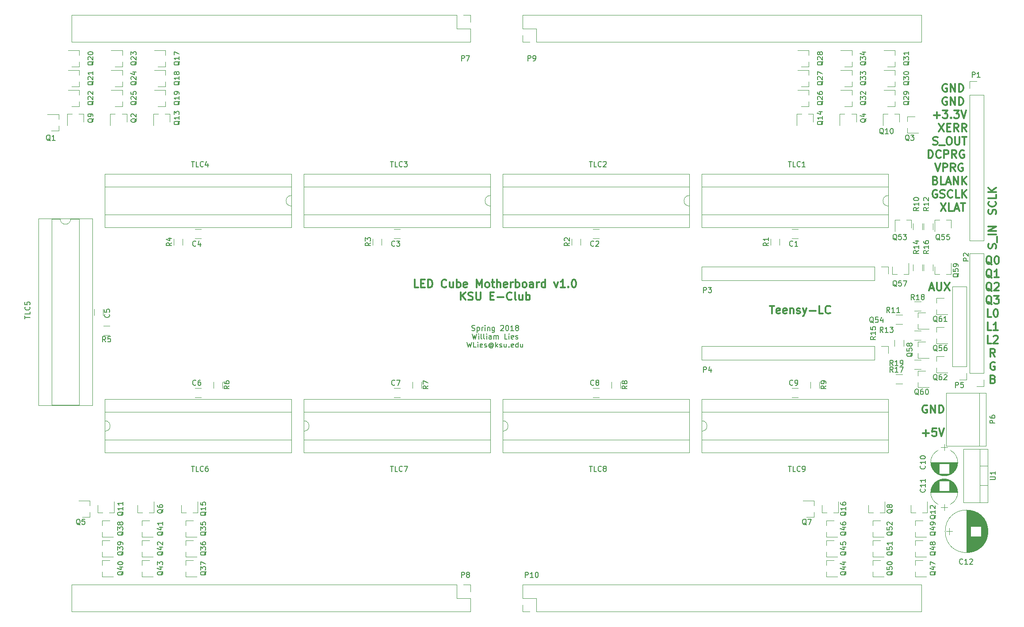
<source format=gto>
G04 #@! TF.FileFunction,Legend,Top*
%FSLAX46Y46*%
G04 Gerber Fmt 4.6, Leading zero omitted, Abs format (unit mm)*
G04 Created by KiCad (PCBNEW (2015-09-07 BZR 6168)-product) date Monday, March 05, 2018 'PMt' 11:48:28 PM*
%MOMM*%
G01*
G04 APERTURE LIST*
%ADD10C,0.100000*%
%ADD11C,0.300000*%
%ADD12C,0.200000*%
%ADD13C,0.120000*%
%ADD14C,0.150000*%
G04 APERTURE END LIST*
D10*
D11*
X195818857Y-89983571D02*
X196676000Y-89983571D01*
X196247429Y-91483571D02*
X196247429Y-89983571D01*
X197747428Y-91412143D02*
X197604571Y-91483571D01*
X197318857Y-91483571D01*
X197176000Y-91412143D01*
X197104571Y-91269286D01*
X197104571Y-90697857D01*
X197176000Y-90555000D01*
X197318857Y-90483571D01*
X197604571Y-90483571D01*
X197747428Y-90555000D01*
X197818857Y-90697857D01*
X197818857Y-90840714D01*
X197104571Y-90983571D01*
X199033142Y-91412143D02*
X198890285Y-91483571D01*
X198604571Y-91483571D01*
X198461714Y-91412143D01*
X198390285Y-91269286D01*
X198390285Y-90697857D01*
X198461714Y-90555000D01*
X198604571Y-90483571D01*
X198890285Y-90483571D01*
X199033142Y-90555000D01*
X199104571Y-90697857D01*
X199104571Y-90840714D01*
X198390285Y-90983571D01*
X199747428Y-90483571D02*
X199747428Y-91483571D01*
X199747428Y-90626429D02*
X199818856Y-90555000D01*
X199961714Y-90483571D01*
X200175999Y-90483571D01*
X200318856Y-90555000D01*
X200390285Y-90697857D01*
X200390285Y-91483571D01*
X201033142Y-91412143D02*
X201175999Y-91483571D01*
X201461714Y-91483571D01*
X201604571Y-91412143D01*
X201675999Y-91269286D01*
X201675999Y-91197857D01*
X201604571Y-91055000D01*
X201461714Y-90983571D01*
X201247428Y-90983571D01*
X201104571Y-90912143D01*
X201033142Y-90769286D01*
X201033142Y-90697857D01*
X201104571Y-90555000D01*
X201247428Y-90483571D01*
X201461714Y-90483571D01*
X201604571Y-90555000D01*
X202176000Y-90483571D02*
X202533143Y-91483571D01*
X202890285Y-90483571D02*
X202533143Y-91483571D01*
X202390285Y-91840714D01*
X202318857Y-91912143D01*
X202176000Y-91983571D01*
X203461714Y-90912143D02*
X204604571Y-90912143D01*
X206033143Y-91483571D02*
X205318857Y-91483571D01*
X205318857Y-89983571D01*
X207390286Y-91340714D02*
X207318857Y-91412143D01*
X207104571Y-91483571D01*
X206961714Y-91483571D01*
X206747429Y-91412143D01*
X206604571Y-91269286D01*
X206533143Y-91126429D01*
X206461714Y-90840714D01*
X206461714Y-90626429D01*
X206533143Y-90340714D01*
X206604571Y-90197857D01*
X206747429Y-90055000D01*
X206961714Y-89983571D01*
X207104571Y-89983571D01*
X207318857Y-90055000D01*
X207390286Y-90126429D01*
D12*
X138779809Y-94689762D02*
X138922666Y-94737381D01*
X139160762Y-94737381D01*
X139256000Y-94689762D01*
X139303619Y-94642143D01*
X139351238Y-94546905D01*
X139351238Y-94451667D01*
X139303619Y-94356429D01*
X139256000Y-94308810D01*
X139160762Y-94261190D01*
X138970285Y-94213571D01*
X138875047Y-94165952D01*
X138827428Y-94118333D01*
X138779809Y-94023095D01*
X138779809Y-93927857D01*
X138827428Y-93832619D01*
X138875047Y-93785000D01*
X138970285Y-93737381D01*
X139208381Y-93737381D01*
X139351238Y-93785000D01*
X139779809Y-94070714D02*
X139779809Y-95070714D01*
X139779809Y-94118333D02*
X139875047Y-94070714D01*
X140065524Y-94070714D01*
X140160762Y-94118333D01*
X140208381Y-94165952D01*
X140256000Y-94261190D01*
X140256000Y-94546905D01*
X140208381Y-94642143D01*
X140160762Y-94689762D01*
X140065524Y-94737381D01*
X139875047Y-94737381D01*
X139779809Y-94689762D01*
X140684571Y-94737381D02*
X140684571Y-94070714D01*
X140684571Y-94261190D02*
X140732190Y-94165952D01*
X140779809Y-94118333D01*
X140875047Y-94070714D01*
X140970286Y-94070714D01*
X141303619Y-94737381D02*
X141303619Y-94070714D01*
X141303619Y-93737381D02*
X141256000Y-93785000D01*
X141303619Y-93832619D01*
X141351238Y-93785000D01*
X141303619Y-93737381D01*
X141303619Y-93832619D01*
X141779809Y-94070714D02*
X141779809Y-94737381D01*
X141779809Y-94165952D02*
X141827428Y-94118333D01*
X141922666Y-94070714D01*
X142065524Y-94070714D01*
X142160762Y-94118333D01*
X142208381Y-94213571D01*
X142208381Y-94737381D01*
X143113143Y-94070714D02*
X143113143Y-94880238D01*
X143065524Y-94975476D01*
X143017905Y-95023095D01*
X142922666Y-95070714D01*
X142779809Y-95070714D01*
X142684571Y-95023095D01*
X143113143Y-94689762D02*
X143017905Y-94737381D01*
X142827428Y-94737381D01*
X142732190Y-94689762D01*
X142684571Y-94642143D01*
X142636952Y-94546905D01*
X142636952Y-94261190D01*
X142684571Y-94165952D01*
X142732190Y-94118333D01*
X142827428Y-94070714D01*
X143017905Y-94070714D01*
X143113143Y-94118333D01*
X144303619Y-93832619D02*
X144351238Y-93785000D01*
X144446476Y-93737381D01*
X144684572Y-93737381D01*
X144779810Y-93785000D01*
X144827429Y-93832619D01*
X144875048Y-93927857D01*
X144875048Y-94023095D01*
X144827429Y-94165952D01*
X144256000Y-94737381D01*
X144875048Y-94737381D01*
X145494095Y-93737381D02*
X145589334Y-93737381D01*
X145684572Y-93785000D01*
X145732191Y-93832619D01*
X145779810Y-93927857D01*
X145827429Y-94118333D01*
X145827429Y-94356429D01*
X145779810Y-94546905D01*
X145732191Y-94642143D01*
X145684572Y-94689762D01*
X145589334Y-94737381D01*
X145494095Y-94737381D01*
X145398857Y-94689762D01*
X145351238Y-94642143D01*
X145303619Y-94546905D01*
X145256000Y-94356429D01*
X145256000Y-94118333D01*
X145303619Y-93927857D01*
X145351238Y-93832619D01*
X145398857Y-93785000D01*
X145494095Y-93737381D01*
X146779810Y-94737381D02*
X146208381Y-94737381D01*
X146494095Y-94737381D02*
X146494095Y-93737381D01*
X146398857Y-93880238D01*
X146303619Y-93975476D01*
X146208381Y-94023095D01*
X147351238Y-94165952D02*
X147256000Y-94118333D01*
X147208381Y-94070714D01*
X147160762Y-93975476D01*
X147160762Y-93927857D01*
X147208381Y-93832619D01*
X147256000Y-93785000D01*
X147351238Y-93737381D01*
X147541715Y-93737381D01*
X147636953Y-93785000D01*
X147684572Y-93832619D01*
X147732191Y-93927857D01*
X147732191Y-93975476D01*
X147684572Y-94070714D01*
X147636953Y-94118333D01*
X147541715Y-94165952D01*
X147351238Y-94165952D01*
X147256000Y-94213571D01*
X147208381Y-94261190D01*
X147160762Y-94356429D01*
X147160762Y-94546905D01*
X147208381Y-94642143D01*
X147256000Y-94689762D01*
X147351238Y-94737381D01*
X147541715Y-94737381D01*
X147636953Y-94689762D01*
X147684572Y-94642143D01*
X147732191Y-94546905D01*
X147732191Y-94356429D01*
X147684572Y-94261190D01*
X147636953Y-94213571D01*
X147541715Y-94165952D01*
X138851238Y-95337381D02*
X139089333Y-96337381D01*
X139279810Y-95623095D01*
X139470286Y-96337381D01*
X139708381Y-95337381D01*
X140089333Y-96337381D02*
X140089333Y-95670714D01*
X140089333Y-95337381D02*
X140041714Y-95385000D01*
X140089333Y-95432619D01*
X140136952Y-95385000D01*
X140089333Y-95337381D01*
X140089333Y-95432619D01*
X140708380Y-96337381D02*
X140613142Y-96289762D01*
X140565523Y-96194524D01*
X140565523Y-95337381D01*
X141232190Y-96337381D02*
X141136952Y-96289762D01*
X141089333Y-96194524D01*
X141089333Y-95337381D01*
X141613143Y-96337381D02*
X141613143Y-95670714D01*
X141613143Y-95337381D02*
X141565524Y-95385000D01*
X141613143Y-95432619D01*
X141660762Y-95385000D01*
X141613143Y-95337381D01*
X141613143Y-95432619D01*
X142517905Y-96337381D02*
X142517905Y-95813571D01*
X142470286Y-95718333D01*
X142375048Y-95670714D01*
X142184571Y-95670714D01*
X142089333Y-95718333D01*
X142517905Y-96289762D02*
X142422667Y-96337381D01*
X142184571Y-96337381D01*
X142089333Y-96289762D01*
X142041714Y-96194524D01*
X142041714Y-96099286D01*
X142089333Y-96004048D01*
X142184571Y-95956429D01*
X142422667Y-95956429D01*
X142517905Y-95908810D01*
X142994095Y-96337381D02*
X142994095Y-95670714D01*
X142994095Y-95765952D02*
X143041714Y-95718333D01*
X143136952Y-95670714D01*
X143279810Y-95670714D01*
X143375048Y-95718333D01*
X143422667Y-95813571D01*
X143422667Y-96337381D01*
X143422667Y-95813571D02*
X143470286Y-95718333D01*
X143565524Y-95670714D01*
X143708381Y-95670714D01*
X143803619Y-95718333D01*
X143851238Y-95813571D01*
X143851238Y-96337381D01*
X145565524Y-96337381D02*
X145089333Y-96337381D01*
X145089333Y-95337381D01*
X145898857Y-96337381D02*
X145898857Y-95670714D01*
X145898857Y-95337381D02*
X145851238Y-95385000D01*
X145898857Y-95432619D01*
X145946476Y-95385000D01*
X145898857Y-95337381D01*
X145898857Y-95432619D01*
X146756000Y-96289762D02*
X146660762Y-96337381D01*
X146470285Y-96337381D01*
X146375047Y-96289762D01*
X146327428Y-96194524D01*
X146327428Y-95813571D01*
X146375047Y-95718333D01*
X146470285Y-95670714D01*
X146660762Y-95670714D01*
X146756000Y-95718333D01*
X146803619Y-95813571D01*
X146803619Y-95908810D01*
X146327428Y-96004048D01*
X147184571Y-96289762D02*
X147279809Y-96337381D01*
X147470285Y-96337381D01*
X147565524Y-96289762D01*
X147613143Y-96194524D01*
X147613143Y-96146905D01*
X147565524Y-96051667D01*
X147470285Y-96004048D01*
X147327428Y-96004048D01*
X147232190Y-95956429D01*
X147184571Y-95861190D01*
X147184571Y-95813571D01*
X147232190Y-95718333D01*
X147327428Y-95670714D01*
X147470285Y-95670714D01*
X147565524Y-95718333D01*
X137875048Y-96937381D02*
X138113143Y-97937381D01*
X138303620Y-97223095D01*
X138494096Y-97937381D01*
X138732191Y-96937381D01*
X139589334Y-97937381D02*
X139113143Y-97937381D01*
X139113143Y-96937381D01*
X139922667Y-97937381D02*
X139922667Y-97270714D01*
X139922667Y-96937381D02*
X139875048Y-96985000D01*
X139922667Y-97032619D01*
X139970286Y-96985000D01*
X139922667Y-96937381D01*
X139922667Y-97032619D01*
X140779810Y-97889762D02*
X140684572Y-97937381D01*
X140494095Y-97937381D01*
X140398857Y-97889762D01*
X140351238Y-97794524D01*
X140351238Y-97413571D01*
X140398857Y-97318333D01*
X140494095Y-97270714D01*
X140684572Y-97270714D01*
X140779810Y-97318333D01*
X140827429Y-97413571D01*
X140827429Y-97508810D01*
X140351238Y-97604048D01*
X141208381Y-97889762D02*
X141303619Y-97937381D01*
X141494095Y-97937381D01*
X141589334Y-97889762D01*
X141636953Y-97794524D01*
X141636953Y-97746905D01*
X141589334Y-97651667D01*
X141494095Y-97604048D01*
X141351238Y-97604048D01*
X141256000Y-97556429D01*
X141208381Y-97461190D01*
X141208381Y-97413571D01*
X141256000Y-97318333D01*
X141351238Y-97270714D01*
X141494095Y-97270714D01*
X141589334Y-97318333D01*
X142684572Y-97461190D02*
X142636953Y-97413571D01*
X142541715Y-97365952D01*
X142446477Y-97365952D01*
X142351239Y-97413571D01*
X142303619Y-97461190D01*
X142256000Y-97556429D01*
X142256000Y-97651667D01*
X142303619Y-97746905D01*
X142351239Y-97794524D01*
X142446477Y-97842143D01*
X142541715Y-97842143D01*
X142636953Y-97794524D01*
X142684572Y-97746905D01*
X142684572Y-97365952D02*
X142684572Y-97746905D01*
X142732191Y-97794524D01*
X142779810Y-97794524D01*
X142875048Y-97746905D01*
X142922667Y-97651667D01*
X142922667Y-97413571D01*
X142827429Y-97270714D01*
X142684572Y-97175476D01*
X142494096Y-97127857D01*
X142303619Y-97175476D01*
X142160762Y-97270714D01*
X142065524Y-97413571D01*
X142017905Y-97604048D01*
X142065524Y-97794524D01*
X142160762Y-97937381D01*
X142303619Y-98032619D01*
X142494096Y-98080238D01*
X142684572Y-98032619D01*
X142827429Y-97937381D01*
X143351238Y-97937381D02*
X143351238Y-96937381D01*
X143446476Y-97556429D02*
X143732191Y-97937381D01*
X143732191Y-97270714D02*
X143351238Y-97651667D01*
X144113143Y-97889762D02*
X144208381Y-97937381D01*
X144398857Y-97937381D01*
X144494096Y-97889762D01*
X144541715Y-97794524D01*
X144541715Y-97746905D01*
X144494096Y-97651667D01*
X144398857Y-97604048D01*
X144256000Y-97604048D01*
X144160762Y-97556429D01*
X144113143Y-97461190D01*
X144113143Y-97413571D01*
X144160762Y-97318333D01*
X144256000Y-97270714D01*
X144398857Y-97270714D01*
X144494096Y-97318333D01*
X145398858Y-97270714D02*
X145398858Y-97937381D01*
X144970286Y-97270714D02*
X144970286Y-97794524D01*
X145017905Y-97889762D01*
X145113143Y-97937381D01*
X145256001Y-97937381D01*
X145351239Y-97889762D01*
X145398858Y-97842143D01*
X145875048Y-97842143D02*
X145922667Y-97889762D01*
X145875048Y-97937381D01*
X145827429Y-97889762D01*
X145875048Y-97842143D01*
X145875048Y-97937381D01*
X146732191Y-97889762D02*
X146636953Y-97937381D01*
X146446476Y-97937381D01*
X146351238Y-97889762D01*
X146303619Y-97794524D01*
X146303619Y-97413571D01*
X146351238Y-97318333D01*
X146446476Y-97270714D01*
X146636953Y-97270714D01*
X146732191Y-97318333D01*
X146779810Y-97413571D01*
X146779810Y-97508810D01*
X146303619Y-97604048D01*
X147636953Y-97937381D02*
X147636953Y-96937381D01*
X147636953Y-97889762D02*
X147541715Y-97937381D01*
X147351238Y-97937381D01*
X147256000Y-97889762D01*
X147208381Y-97842143D01*
X147160762Y-97746905D01*
X147160762Y-97461190D01*
X147208381Y-97365952D01*
X147256000Y-97318333D01*
X147351238Y-97270714D01*
X147541715Y-97270714D01*
X147636953Y-97318333D01*
X148541715Y-97270714D02*
X148541715Y-97937381D01*
X148113143Y-97270714D02*
X148113143Y-97794524D01*
X148160762Y-97889762D01*
X148256000Y-97937381D01*
X148398858Y-97937381D01*
X148494096Y-97889762D01*
X148541715Y-97842143D01*
D11*
X225147429Y-114407143D02*
X226290286Y-114407143D01*
X225718857Y-114978571D02*
X225718857Y-113835714D01*
X227718858Y-113478571D02*
X227004572Y-113478571D01*
X226933143Y-114192857D01*
X227004572Y-114121429D01*
X227147429Y-114050000D01*
X227504572Y-114050000D01*
X227647429Y-114121429D01*
X227718858Y-114192857D01*
X227790286Y-114335714D01*
X227790286Y-114692857D01*
X227718858Y-114835714D01*
X227647429Y-114907143D01*
X227504572Y-114978571D01*
X227147429Y-114978571D01*
X227004572Y-114907143D01*
X226933143Y-114835714D01*
X228218857Y-113478571D02*
X228718857Y-114978571D01*
X229218857Y-113478571D01*
X225933143Y-109105000D02*
X225790286Y-109033571D01*
X225576000Y-109033571D01*
X225361715Y-109105000D01*
X225218857Y-109247857D01*
X225147429Y-109390714D01*
X225076000Y-109676429D01*
X225076000Y-109890714D01*
X225147429Y-110176429D01*
X225218857Y-110319286D01*
X225361715Y-110462143D01*
X225576000Y-110533571D01*
X225718857Y-110533571D01*
X225933143Y-110462143D01*
X226004572Y-110390714D01*
X226004572Y-109890714D01*
X225718857Y-109890714D01*
X226647429Y-110533571D02*
X226647429Y-109033571D01*
X227504572Y-110533571D01*
X227504572Y-109033571D01*
X228218858Y-110533571D02*
X228218858Y-109033571D01*
X228576001Y-109033571D01*
X228790286Y-109105000D01*
X228933144Y-109247857D01*
X229004572Y-109390714D01*
X229076001Y-109676429D01*
X229076001Y-109890714D01*
X229004572Y-110176429D01*
X228933144Y-110319286D01*
X228790286Y-110462143D01*
X228576001Y-110533571D01*
X228218858Y-110533571D01*
X239113143Y-72385714D02*
X239184571Y-72171428D01*
X239184571Y-71814285D01*
X239113143Y-71671428D01*
X239041714Y-71599999D01*
X238898857Y-71528571D01*
X238756000Y-71528571D01*
X238613143Y-71599999D01*
X238541714Y-71671428D01*
X238470286Y-71814285D01*
X238398857Y-72099999D01*
X238327429Y-72242857D01*
X238256000Y-72314285D01*
X238113143Y-72385714D01*
X237970286Y-72385714D01*
X237827429Y-72314285D01*
X237756000Y-72242857D01*
X237684571Y-72099999D01*
X237684571Y-71742857D01*
X237756000Y-71528571D01*
X239041714Y-70028571D02*
X239113143Y-70100000D01*
X239184571Y-70314286D01*
X239184571Y-70457143D01*
X239113143Y-70671428D01*
X238970286Y-70814286D01*
X238827429Y-70885714D01*
X238541714Y-70957143D01*
X238327429Y-70957143D01*
X238041714Y-70885714D01*
X237898857Y-70814286D01*
X237756000Y-70671428D01*
X237684571Y-70457143D01*
X237684571Y-70314286D01*
X237756000Y-70100000D01*
X237827429Y-70028571D01*
X239184571Y-68671428D02*
X239184571Y-69385714D01*
X237684571Y-69385714D01*
X239184571Y-68171428D02*
X237684571Y-68171428D01*
X239184571Y-67314285D02*
X238327429Y-67957142D01*
X237684571Y-67314285D02*
X238541714Y-68171428D01*
X228564572Y-70298571D02*
X229564572Y-71798571D01*
X229564572Y-70298571D02*
X228564572Y-71798571D01*
X230850286Y-71798571D02*
X230136000Y-71798571D01*
X230136000Y-70298571D01*
X231278857Y-71370000D02*
X231993143Y-71370000D01*
X231136000Y-71798571D02*
X231636000Y-70298571D01*
X232136000Y-71798571D01*
X232421714Y-70298571D02*
X233278857Y-70298571D01*
X232850286Y-71798571D02*
X232850286Y-70298571D01*
X227822429Y-67830000D02*
X227679572Y-67758571D01*
X227465286Y-67758571D01*
X227251001Y-67830000D01*
X227108143Y-67972857D01*
X227036715Y-68115714D01*
X226965286Y-68401429D01*
X226965286Y-68615714D01*
X227036715Y-68901429D01*
X227108143Y-69044286D01*
X227251001Y-69187143D01*
X227465286Y-69258571D01*
X227608143Y-69258571D01*
X227822429Y-69187143D01*
X227893858Y-69115714D01*
X227893858Y-68615714D01*
X227608143Y-68615714D01*
X228465286Y-69187143D02*
X228679572Y-69258571D01*
X229036715Y-69258571D01*
X229179572Y-69187143D01*
X229251001Y-69115714D01*
X229322429Y-68972857D01*
X229322429Y-68830000D01*
X229251001Y-68687143D01*
X229179572Y-68615714D01*
X229036715Y-68544286D01*
X228751001Y-68472857D01*
X228608143Y-68401429D01*
X228536715Y-68330000D01*
X228465286Y-68187143D01*
X228465286Y-68044286D01*
X228536715Y-67901429D01*
X228608143Y-67830000D01*
X228751001Y-67758571D01*
X229108143Y-67758571D01*
X229322429Y-67830000D01*
X230822429Y-69115714D02*
X230751000Y-69187143D01*
X230536714Y-69258571D01*
X230393857Y-69258571D01*
X230179572Y-69187143D01*
X230036714Y-69044286D01*
X229965286Y-68901429D01*
X229893857Y-68615714D01*
X229893857Y-68401429D01*
X229965286Y-68115714D01*
X230036714Y-67972857D01*
X230179572Y-67830000D01*
X230393857Y-67758571D01*
X230536714Y-67758571D01*
X230751000Y-67830000D01*
X230822429Y-67901429D01*
X232179572Y-69258571D02*
X231465286Y-69258571D01*
X231465286Y-67758571D01*
X232679572Y-69258571D02*
X232679572Y-67758571D01*
X233536715Y-69258571D02*
X232893858Y-68401429D01*
X233536715Y-67758571D02*
X232679572Y-68615714D01*
X227572429Y-65932857D02*
X227786715Y-66004286D01*
X227858143Y-66075714D01*
X227929572Y-66218571D01*
X227929572Y-66432857D01*
X227858143Y-66575714D01*
X227786715Y-66647143D01*
X227643857Y-66718571D01*
X227072429Y-66718571D01*
X227072429Y-65218571D01*
X227572429Y-65218571D01*
X227715286Y-65290000D01*
X227786715Y-65361429D01*
X227858143Y-65504286D01*
X227858143Y-65647143D01*
X227786715Y-65790000D01*
X227715286Y-65861429D01*
X227572429Y-65932857D01*
X227072429Y-65932857D01*
X229286715Y-66718571D02*
X228572429Y-66718571D01*
X228572429Y-65218571D01*
X229715286Y-66290000D02*
X230429572Y-66290000D01*
X229572429Y-66718571D02*
X230072429Y-65218571D01*
X230572429Y-66718571D01*
X231072429Y-66718571D02*
X231072429Y-65218571D01*
X231929572Y-66718571D01*
X231929572Y-65218571D01*
X232643858Y-66718571D02*
X232643858Y-65218571D01*
X233501001Y-66718571D02*
X232858144Y-65861429D01*
X233501001Y-65218571D02*
X232643858Y-66075714D01*
X227501000Y-62678571D02*
X228001000Y-64178571D01*
X228501000Y-62678571D01*
X229001000Y-64178571D02*
X229001000Y-62678571D01*
X229572428Y-62678571D01*
X229715286Y-62750000D01*
X229786714Y-62821429D01*
X229858143Y-62964286D01*
X229858143Y-63178571D01*
X229786714Y-63321429D01*
X229715286Y-63392857D01*
X229572428Y-63464286D01*
X229001000Y-63464286D01*
X231358143Y-64178571D02*
X230858143Y-63464286D01*
X230501000Y-64178571D02*
X230501000Y-62678571D01*
X231072428Y-62678571D01*
X231215286Y-62750000D01*
X231286714Y-62821429D01*
X231358143Y-62964286D01*
X231358143Y-63178571D01*
X231286714Y-63321429D01*
X231215286Y-63392857D01*
X231072428Y-63464286D01*
X230501000Y-63464286D01*
X232786714Y-62750000D02*
X232643857Y-62678571D01*
X232429571Y-62678571D01*
X232215286Y-62750000D01*
X232072428Y-62892857D01*
X232001000Y-63035714D01*
X231929571Y-63321429D01*
X231929571Y-63535714D01*
X232001000Y-63821429D01*
X232072428Y-63964286D01*
X232215286Y-64107143D01*
X232429571Y-64178571D01*
X232572428Y-64178571D01*
X232786714Y-64107143D01*
X232858143Y-64035714D01*
X232858143Y-63535714D01*
X232572428Y-63535714D01*
X226223143Y-61638571D02*
X226223143Y-60138571D01*
X226580286Y-60138571D01*
X226794571Y-60210000D01*
X226937429Y-60352857D01*
X227008857Y-60495714D01*
X227080286Y-60781429D01*
X227080286Y-60995714D01*
X227008857Y-61281429D01*
X226937429Y-61424286D01*
X226794571Y-61567143D01*
X226580286Y-61638571D01*
X226223143Y-61638571D01*
X228580286Y-61495714D02*
X228508857Y-61567143D01*
X228294571Y-61638571D01*
X228151714Y-61638571D01*
X227937429Y-61567143D01*
X227794571Y-61424286D01*
X227723143Y-61281429D01*
X227651714Y-60995714D01*
X227651714Y-60781429D01*
X227723143Y-60495714D01*
X227794571Y-60352857D01*
X227937429Y-60210000D01*
X228151714Y-60138571D01*
X228294571Y-60138571D01*
X228508857Y-60210000D01*
X228580286Y-60281429D01*
X229223143Y-61638571D02*
X229223143Y-60138571D01*
X229794571Y-60138571D01*
X229937429Y-60210000D01*
X230008857Y-60281429D01*
X230080286Y-60424286D01*
X230080286Y-60638571D01*
X230008857Y-60781429D01*
X229937429Y-60852857D01*
X229794571Y-60924286D01*
X229223143Y-60924286D01*
X231580286Y-61638571D02*
X231080286Y-60924286D01*
X230723143Y-61638571D02*
X230723143Y-60138571D01*
X231294571Y-60138571D01*
X231437429Y-60210000D01*
X231508857Y-60281429D01*
X231580286Y-60424286D01*
X231580286Y-60638571D01*
X231508857Y-60781429D01*
X231437429Y-60852857D01*
X231294571Y-60924286D01*
X230723143Y-60924286D01*
X233008857Y-60210000D02*
X232866000Y-60138571D01*
X232651714Y-60138571D01*
X232437429Y-60210000D01*
X232294571Y-60352857D01*
X232223143Y-60495714D01*
X232151714Y-60781429D01*
X232151714Y-60995714D01*
X232223143Y-61281429D01*
X232294571Y-61424286D01*
X232437429Y-61567143D01*
X232651714Y-61638571D01*
X232794571Y-61638571D01*
X233008857Y-61567143D01*
X233080286Y-61495714D01*
X233080286Y-60995714D01*
X232794571Y-60995714D01*
X227108143Y-59027143D02*
X227322429Y-59098571D01*
X227679572Y-59098571D01*
X227822429Y-59027143D01*
X227893858Y-58955714D01*
X227965286Y-58812857D01*
X227965286Y-58670000D01*
X227893858Y-58527143D01*
X227822429Y-58455714D01*
X227679572Y-58384286D01*
X227393858Y-58312857D01*
X227251000Y-58241429D01*
X227179572Y-58170000D01*
X227108143Y-58027143D01*
X227108143Y-57884286D01*
X227179572Y-57741429D01*
X227251000Y-57670000D01*
X227393858Y-57598571D01*
X227751000Y-57598571D01*
X227965286Y-57670000D01*
X228251000Y-59241429D02*
X229393857Y-59241429D01*
X230036714Y-57598571D02*
X230322428Y-57598571D01*
X230465286Y-57670000D01*
X230608143Y-57812857D01*
X230679571Y-58098571D01*
X230679571Y-58598571D01*
X230608143Y-58884286D01*
X230465286Y-59027143D01*
X230322428Y-59098571D01*
X230036714Y-59098571D01*
X229893857Y-59027143D01*
X229751000Y-58884286D01*
X229679571Y-58598571D01*
X229679571Y-58098571D01*
X229751000Y-57812857D01*
X229893857Y-57670000D01*
X230036714Y-57598571D01*
X231322429Y-57598571D02*
X231322429Y-58812857D01*
X231393857Y-58955714D01*
X231465286Y-59027143D01*
X231608143Y-59098571D01*
X231893857Y-59098571D01*
X232036715Y-59027143D01*
X232108143Y-58955714D01*
X232179572Y-58812857D01*
X232179572Y-57598571D01*
X232679572Y-57598571D02*
X233536715Y-57598571D01*
X233108144Y-59098571D02*
X233108144Y-57598571D01*
X228207429Y-55058571D02*
X229207429Y-56558571D01*
X229207429Y-55058571D02*
X228207429Y-56558571D01*
X229778857Y-55772857D02*
X230278857Y-55772857D01*
X230493143Y-56558571D02*
X229778857Y-56558571D01*
X229778857Y-55058571D01*
X230493143Y-55058571D01*
X231993143Y-56558571D02*
X231493143Y-55844286D01*
X231136000Y-56558571D02*
X231136000Y-55058571D01*
X231707428Y-55058571D01*
X231850286Y-55130000D01*
X231921714Y-55201429D01*
X231993143Y-55344286D01*
X231993143Y-55558571D01*
X231921714Y-55701429D01*
X231850286Y-55772857D01*
X231707428Y-55844286D01*
X231136000Y-55844286D01*
X233493143Y-56558571D02*
X232993143Y-55844286D01*
X232636000Y-56558571D02*
X232636000Y-55058571D01*
X233207428Y-55058571D01*
X233350286Y-55130000D01*
X233421714Y-55201429D01*
X233493143Y-55344286D01*
X233493143Y-55558571D01*
X233421714Y-55701429D01*
X233350286Y-55772857D01*
X233207428Y-55844286D01*
X232636000Y-55844286D01*
X227251001Y-53447143D02*
X228393858Y-53447143D01*
X227822429Y-54018571D02*
X227822429Y-52875714D01*
X228965287Y-52518571D02*
X229893858Y-52518571D01*
X229393858Y-53090000D01*
X229608144Y-53090000D01*
X229751001Y-53161429D01*
X229822430Y-53232857D01*
X229893858Y-53375714D01*
X229893858Y-53732857D01*
X229822430Y-53875714D01*
X229751001Y-53947143D01*
X229608144Y-54018571D01*
X229179572Y-54018571D01*
X229036715Y-53947143D01*
X228965287Y-53875714D01*
X230536715Y-53875714D02*
X230608143Y-53947143D01*
X230536715Y-54018571D01*
X230465286Y-53947143D01*
X230536715Y-53875714D01*
X230536715Y-54018571D01*
X231108144Y-52518571D02*
X232036715Y-52518571D01*
X231536715Y-53090000D01*
X231751001Y-53090000D01*
X231893858Y-53161429D01*
X231965287Y-53232857D01*
X232036715Y-53375714D01*
X232036715Y-53732857D01*
X231965287Y-53875714D01*
X231893858Y-53947143D01*
X231751001Y-54018571D01*
X231322429Y-54018571D01*
X231179572Y-53947143D01*
X231108144Y-53875714D01*
X232465286Y-52518571D02*
X232965286Y-54018571D01*
X233465286Y-52518571D01*
X229743143Y-50050000D02*
X229600286Y-49978571D01*
X229386000Y-49978571D01*
X229171715Y-50050000D01*
X229028857Y-50192857D01*
X228957429Y-50335714D01*
X228886000Y-50621429D01*
X228886000Y-50835714D01*
X228957429Y-51121429D01*
X229028857Y-51264286D01*
X229171715Y-51407143D01*
X229386000Y-51478571D01*
X229528857Y-51478571D01*
X229743143Y-51407143D01*
X229814572Y-51335714D01*
X229814572Y-50835714D01*
X229528857Y-50835714D01*
X230457429Y-51478571D02*
X230457429Y-49978571D01*
X231314572Y-51478571D01*
X231314572Y-49978571D01*
X232028858Y-51478571D02*
X232028858Y-49978571D01*
X232386001Y-49978571D01*
X232600286Y-50050000D01*
X232743144Y-50192857D01*
X232814572Y-50335714D01*
X232886001Y-50621429D01*
X232886001Y-50835714D01*
X232814572Y-51121429D01*
X232743144Y-51264286D01*
X232600286Y-51407143D01*
X232386001Y-51478571D01*
X232028858Y-51478571D01*
X229743143Y-47510000D02*
X229600286Y-47438571D01*
X229386000Y-47438571D01*
X229171715Y-47510000D01*
X229028857Y-47652857D01*
X228957429Y-47795714D01*
X228886000Y-48081429D01*
X228886000Y-48295714D01*
X228957429Y-48581429D01*
X229028857Y-48724286D01*
X229171715Y-48867143D01*
X229386000Y-48938571D01*
X229528857Y-48938571D01*
X229743143Y-48867143D01*
X229814572Y-48795714D01*
X229814572Y-48295714D01*
X229528857Y-48295714D01*
X230457429Y-48938571D02*
X230457429Y-47438571D01*
X231314572Y-48938571D01*
X231314572Y-47438571D01*
X232028858Y-48938571D02*
X232028858Y-47438571D01*
X232386001Y-47438571D01*
X232600286Y-47510000D01*
X232743144Y-47652857D01*
X232814572Y-47795714D01*
X232886001Y-48081429D01*
X232886001Y-48295714D01*
X232814572Y-48581429D01*
X232743144Y-48724286D01*
X232600286Y-48867143D01*
X232386001Y-48938571D01*
X232028858Y-48938571D01*
X239113143Y-78977857D02*
X239184571Y-78763571D01*
X239184571Y-78406428D01*
X239113143Y-78263571D01*
X239041714Y-78192142D01*
X238898857Y-78120714D01*
X238756000Y-78120714D01*
X238613143Y-78192142D01*
X238541714Y-78263571D01*
X238470286Y-78406428D01*
X238398857Y-78692142D01*
X238327429Y-78835000D01*
X238256000Y-78906428D01*
X238113143Y-78977857D01*
X237970286Y-78977857D01*
X237827429Y-78906428D01*
X237756000Y-78835000D01*
X237684571Y-78692142D01*
X237684571Y-78335000D01*
X237756000Y-78120714D01*
X239327429Y-77835000D02*
X239327429Y-76692143D01*
X239184571Y-76335000D02*
X237684571Y-76335000D01*
X239184571Y-75620714D02*
X237684571Y-75620714D01*
X239184571Y-74763571D01*
X237684571Y-74763571D01*
X238363143Y-82101429D02*
X238220286Y-82030000D01*
X238077429Y-81887143D01*
X237863143Y-81672857D01*
X237720286Y-81601429D01*
X237577429Y-81601429D01*
X237648857Y-81958571D02*
X237506000Y-81887143D01*
X237363143Y-81744286D01*
X237291714Y-81458571D01*
X237291714Y-80958571D01*
X237363143Y-80672857D01*
X237506000Y-80530000D01*
X237648857Y-80458571D01*
X237934571Y-80458571D01*
X238077429Y-80530000D01*
X238220286Y-80672857D01*
X238291714Y-80958571D01*
X238291714Y-81458571D01*
X238220286Y-81744286D01*
X238077429Y-81887143D01*
X237934571Y-81958571D01*
X237648857Y-81958571D01*
X239220286Y-80458571D02*
X239363143Y-80458571D01*
X239506000Y-80530000D01*
X239577429Y-80601429D01*
X239648858Y-80744286D01*
X239720286Y-81030000D01*
X239720286Y-81387143D01*
X239648858Y-81672857D01*
X239577429Y-81815714D01*
X239506000Y-81887143D01*
X239363143Y-81958571D01*
X239220286Y-81958571D01*
X239077429Y-81887143D01*
X239006000Y-81815714D01*
X238934572Y-81672857D01*
X238863143Y-81387143D01*
X238863143Y-81030000D01*
X238934572Y-80744286D01*
X239006000Y-80601429D01*
X239077429Y-80530000D01*
X239220286Y-80458571D01*
X238363143Y-84641429D02*
X238220286Y-84570000D01*
X238077429Y-84427143D01*
X237863143Y-84212857D01*
X237720286Y-84141429D01*
X237577429Y-84141429D01*
X237648857Y-84498571D02*
X237506000Y-84427143D01*
X237363143Y-84284286D01*
X237291714Y-83998571D01*
X237291714Y-83498571D01*
X237363143Y-83212857D01*
X237506000Y-83070000D01*
X237648857Y-82998571D01*
X237934571Y-82998571D01*
X238077429Y-83070000D01*
X238220286Y-83212857D01*
X238291714Y-83498571D01*
X238291714Y-83998571D01*
X238220286Y-84284286D01*
X238077429Y-84427143D01*
X237934571Y-84498571D01*
X237648857Y-84498571D01*
X239720286Y-84498571D02*
X238863143Y-84498571D01*
X239291715Y-84498571D02*
X239291715Y-82998571D01*
X239148858Y-83212857D01*
X239006000Y-83355714D01*
X238863143Y-83427143D01*
X238363143Y-87181429D02*
X238220286Y-87110000D01*
X238077429Y-86967143D01*
X237863143Y-86752857D01*
X237720286Y-86681429D01*
X237577429Y-86681429D01*
X237648857Y-87038571D02*
X237506000Y-86967143D01*
X237363143Y-86824286D01*
X237291714Y-86538571D01*
X237291714Y-86038571D01*
X237363143Y-85752857D01*
X237506000Y-85610000D01*
X237648857Y-85538571D01*
X237934571Y-85538571D01*
X238077429Y-85610000D01*
X238220286Y-85752857D01*
X238291714Y-86038571D01*
X238291714Y-86538571D01*
X238220286Y-86824286D01*
X238077429Y-86967143D01*
X237934571Y-87038571D01*
X237648857Y-87038571D01*
X238863143Y-85681429D02*
X238934572Y-85610000D01*
X239077429Y-85538571D01*
X239434572Y-85538571D01*
X239577429Y-85610000D01*
X239648858Y-85681429D01*
X239720286Y-85824286D01*
X239720286Y-85967143D01*
X239648858Y-86181429D01*
X238791715Y-87038571D01*
X239720286Y-87038571D01*
X238363143Y-89721429D02*
X238220286Y-89650000D01*
X238077429Y-89507143D01*
X237863143Y-89292857D01*
X237720286Y-89221429D01*
X237577429Y-89221429D01*
X237648857Y-89578571D02*
X237506000Y-89507143D01*
X237363143Y-89364286D01*
X237291714Y-89078571D01*
X237291714Y-88578571D01*
X237363143Y-88292857D01*
X237506000Y-88150000D01*
X237648857Y-88078571D01*
X237934571Y-88078571D01*
X238077429Y-88150000D01*
X238220286Y-88292857D01*
X238291714Y-88578571D01*
X238291714Y-89078571D01*
X238220286Y-89364286D01*
X238077429Y-89507143D01*
X237934571Y-89578571D01*
X237648857Y-89578571D01*
X238791715Y-88078571D02*
X239720286Y-88078571D01*
X239220286Y-88650000D01*
X239434572Y-88650000D01*
X239577429Y-88721429D01*
X239648858Y-88792857D01*
X239720286Y-88935714D01*
X239720286Y-89292857D01*
X239648858Y-89435714D01*
X239577429Y-89507143D01*
X239434572Y-89578571D01*
X239006000Y-89578571D01*
X238863143Y-89507143D01*
X238791715Y-89435714D01*
X238256001Y-97198571D02*
X237541715Y-97198571D01*
X237541715Y-95698571D01*
X238684572Y-95841429D02*
X238756001Y-95770000D01*
X238898858Y-95698571D01*
X239256001Y-95698571D01*
X239398858Y-95770000D01*
X239470287Y-95841429D01*
X239541715Y-95984286D01*
X239541715Y-96127143D01*
X239470287Y-96341429D01*
X238613144Y-97198571D01*
X239541715Y-97198571D01*
X238256001Y-94658571D02*
X237541715Y-94658571D01*
X237541715Y-93158571D01*
X239541715Y-94658571D02*
X238684572Y-94658571D01*
X239113144Y-94658571D02*
X239113144Y-93158571D01*
X238970287Y-93372857D01*
X238827429Y-93515714D01*
X238684572Y-93587143D01*
X238256001Y-92118571D02*
X237541715Y-92118571D01*
X237541715Y-90618571D01*
X239041715Y-90618571D02*
X239184572Y-90618571D01*
X239327429Y-90690000D01*
X239398858Y-90761429D01*
X239470287Y-90904286D01*
X239541715Y-91190000D01*
X239541715Y-91547143D01*
X239470287Y-91832857D01*
X239398858Y-91975714D01*
X239327429Y-92047143D01*
X239184572Y-92118571D01*
X239041715Y-92118571D01*
X238898858Y-92047143D01*
X238827429Y-91975714D01*
X238756001Y-91832857D01*
X238684572Y-91547143D01*
X238684572Y-91190000D01*
X238756001Y-90904286D01*
X238827429Y-90761429D01*
X238898858Y-90690000D01*
X239041715Y-90618571D01*
X238970286Y-99738571D02*
X238470286Y-99024286D01*
X238113143Y-99738571D02*
X238113143Y-98238571D01*
X238684571Y-98238571D01*
X238827429Y-98310000D01*
X238898857Y-98381429D01*
X238970286Y-98524286D01*
X238970286Y-98738571D01*
X238898857Y-98881429D01*
X238827429Y-98952857D01*
X238684571Y-99024286D01*
X238113143Y-99024286D01*
X238613143Y-104032857D02*
X238827429Y-104104286D01*
X238898857Y-104175714D01*
X238970286Y-104318571D01*
X238970286Y-104532857D01*
X238898857Y-104675714D01*
X238827429Y-104747143D01*
X238684571Y-104818571D01*
X238113143Y-104818571D01*
X238113143Y-103318571D01*
X238613143Y-103318571D01*
X238756000Y-103390000D01*
X238827429Y-103461429D01*
X238898857Y-103604286D01*
X238898857Y-103747143D01*
X238827429Y-103890000D01*
X238756000Y-103961429D01*
X238613143Y-104032857D01*
X238113143Y-104032857D01*
X238898857Y-100850000D02*
X238756000Y-100778571D01*
X238541714Y-100778571D01*
X238327429Y-100850000D01*
X238184571Y-100992857D01*
X238113143Y-101135714D01*
X238041714Y-101421429D01*
X238041714Y-101635714D01*
X238113143Y-101921429D01*
X238184571Y-102064286D01*
X238327429Y-102207143D01*
X238541714Y-102278571D01*
X238684571Y-102278571D01*
X238898857Y-102207143D01*
X238970286Y-102135714D01*
X238970286Y-101635714D01*
X238684571Y-101635714D01*
X226488857Y-86610000D02*
X227203143Y-86610000D01*
X226346000Y-87038571D02*
X226846000Y-85538571D01*
X227346000Y-87038571D01*
X227846000Y-85538571D02*
X227846000Y-86752857D01*
X227917428Y-86895714D01*
X227988857Y-86967143D01*
X228131714Y-87038571D01*
X228417428Y-87038571D01*
X228560286Y-86967143D01*
X228631714Y-86895714D01*
X228703143Y-86752857D01*
X228703143Y-85538571D01*
X229274572Y-85538571D02*
X230274572Y-87038571D01*
X230274572Y-85538571D02*
X229274572Y-87038571D01*
X128541715Y-86473571D02*
X127827429Y-86473571D01*
X127827429Y-84973571D01*
X129041715Y-85687857D02*
X129541715Y-85687857D01*
X129756001Y-86473571D02*
X129041715Y-86473571D01*
X129041715Y-84973571D01*
X129756001Y-84973571D01*
X130398858Y-86473571D02*
X130398858Y-84973571D01*
X130756001Y-84973571D01*
X130970286Y-85045000D01*
X131113144Y-85187857D01*
X131184572Y-85330714D01*
X131256001Y-85616429D01*
X131256001Y-85830714D01*
X131184572Y-86116429D01*
X131113144Y-86259286D01*
X130970286Y-86402143D01*
X130756001Y-86473571D01*
X130398858Y-86473571D01*
X133898858Y-86330714D02*
X133827429Y-86402143D01*
X133613143Y-86473571D01*
X133470286Y-86473571D01*
X133256001Y-86402143D01*
X133113143Y-86259286D01*
X133041715Y-86116429D01*
X132970286Y-85830714D01*
X132970286Y-85616429D01*
X133041715Y-85330714D01*
X133113143Y-85187857D01*
X133256001Y-85045000D01*
X133470286Y-84973571D01*
X133613143Y-84973571D01*
X133827429Y-85045000D01*
X133898858Y-85116429D01*
X135184572Y-85473571D02*
X135184572Y-86473571D01*
X134541715Y-85473571D02*
X134541715Y-86259286D01*
X134613143Y-86402143D01*
X134756001Y-86473571D01*
X134970286Y-86473571D01*
X135113143Y-86402143D01*
X135184572Y-86330714D01*
X135898858Y-86473571D02*
X135898858Y-84973571D01*
X135898858Y-85545000D02*
X136041715Y-85473571D01*
X136327429Y-85473571D01*
X136470286Y-85545000D01*
X136541715Y-85616429D01*
X136613144Y-85759286D01*
X136613144Y-86187857D01*
X136541715Y-86330714D01*
X136470286Y-86402143D01*
X136327429Y-86473571D01*
X136041715Y-86473571D01*
X135898858Y-86402143D01*
X137827429Y-86402143D02*
X137684572Y-86473571D01*
X137398858Y-86473571D01*
X137256001Y-86402143D01*
X137184572Y-86259286D01*
X137184572Y-85687857D01*
X137256001Y-85545000D01*
X137398858Y-85473571D01*
X137684572Y-85473571D01*
X137827429Y-85545000D01*
X137898858Y-85687857D01*
X137898858Y-85830714D01*
X137184572Y-85973571D01*
X139684572Y-86473571D02*
X139684572Y-84973571D01*
X140184572Y-86045000D01*
X140684572Y-84973571D01*
X140684572Y-86473571D01*
X141613144Y-86473571D02*
X141470286Y-86402143D01*
X141398858Y-86330714D01*
X141327429Y-86187857D01*
X141327429Y-85759286D01*
X141398858Y-85616429D01*
X141470286Y-85545000D01*
X141613144Y-85473571D01*
X141827429Y-85473571D01*
X141970286Y-85545000D01*
X142041715Y-85616429D01*
X142113144Y-85759286D01*
X142113144Y-86187857D01*
X142041715Y-86330714D01*
X141970286Y-86402143D01*
X141827429Y-86473571D01*
X141613144Y-86473571D01*
X142541715Y-85473571D02*
X143113144Y-85473571D01*
X142756001Y-84973571D02*
X142756001Y-86259286D01*
X142827429Y-86402143D01*
X142970287Y-86473571D01*
X143113144Y-86473571D01*
X143613144Y-86473571D02*
X143613144Y-84973571D01*
X144256001Y-86473571D02*
X144256001Y-85687857D01*
X144184572Y-85545000D01*
X144041715Y-85473571D01*
X143827430Y-85473571D01*
X143684572Y-85545000D01*
X143613144Y-85616429D01*
X145541715Y-86402143D02*
X145398858Y-86473571D01*
X145113144Y-86473571D01*
X144970287Y-86402143D01*
X144898858Y-86259286D01*
X144898858Y-85687857D01*
X144970287Y-85545000D01*
X145113144Y-85473571D01*
X145398858Y-85473571D01*
X145541715Y-85545000D01*
X145613144Y-85687857D01*
X145613144Y-85830714D01*
X144898858Y-85973571D01*
X146256001Y-86473571D02*
X146256001Y-85473571D01*
X146256001Y-85759286D02*
X146327429Y-85616429D01*
X146398858Y-85545000D01*
X146541715Y-85473571D01*
X146684572Y-85473571D01*
X147184572Y-86473571D02*
X147184572Y-84973571D01*
X147184572Y-85545000D02*
X147327429Y-85473571D01*
X147613143Y-85473571D01*
X147756000Y-85545000D01*
X147827429Y-85616429D01*
X147898858Y-85759286D01*
X147898858Y-86187857D01*
X147827429Y-86330714D01*
X147756000Y-86402143D01*
X147613143Y-86473571D01*
X147327429Y-86473571D01*
X147184572Y-86402143D01*
X148756001Y-86473571D02*
X148613143Y-86402143D01*
X148541715Y-86330714D01*
X148470286Y-86187857D01*
X148470286Y-85759286D01*
X148541715Y-85616429D01*
X148613143Y-85545000D01*
X148756001Y-85473571D01*
X148970286Y-85473571D01*
X149113143Y-85545000D01*
X149184572Y-85616429D01*
X149256001Y-85759286D01*
X149256001Y-86187857D01*
X149184572Y-86330714D01*
X149113143Y-86402143D01*
X148970286Y-86473571D01*
X148756001Y-86473571D01*
X150541715Y-86473571D02*
X150541715Y-85687857D01*
X150470286Y-85545000D01*
X150327429Y-85473571D01*
X150041715Y-85473571D01*
X149898858Y-85545000D01*
X150541715Y-86402143D02*
X150398858Y-86473571D01*
X150041715Y-86473571D01*
X149898858Y-86402143D01*
X149827429Y-86259286D01*
X149827429Y-86116429D01*
X149898858Y-85973571D01*
X150041715Y-85902143D01*
X150398858Y-85902143D01*
X150541715Y-85830714D01*
X151256001Y-86473571D02*
X151256001Y-85473571D01*
X151256001Y-85759286D02*
X151327429Y-85616429D01*
X151398858Y-85545000D01*
X151541715Y-85473571D01*
X151684572Y-85473571D01*
X152827429Y-86473571D02*
X152827429Y-84973571D01*
X152827429Y-86402143D02*
X152684572Y-86473571D01*
X152398858Y-86473571D01*
X152256000Y-86402143D01*
X152184572Y-86330714D01*
X152113143Y-86187857D01*
X152113143Y-85759286D01*
X152184572Y-85616429D01*
X152256000Y-85545000D01*
X152398858Y-85473571D01*
X152684572Y-85473571D01*
X152827429Y-85545000D01*
X154541715Y-85473571D02*
X154898858Y-86473571D01*
X155256000Y-85473571D01*
X156613143Y-86473571D02*
X155756000Y-86473571D01*
X156184572Y-86473571D02*
X156184572Y-84973571D01*
X156041715Y-85187857D01*
X155898857Y-85330714D01*
X155756000Y-85402143D01*
X157256000Y-86330714D02*
X157327428Y-86402143D01*
X157256000Y-86473571D01*
X157184571Y-86402143D01*
X157256000Y-86330714D01*
X157256000Y-86473571D01*
X158256000Y-84973571D02*
X158398857Y-84973571D01*
X158541714Y-85045000D01*
X158613143Y-85116429D01*
X158684572Y-85259286D01*
X158756000Y-85545000D01*
X158756000Y-85902143D01*
X158684572Y-86187857D01*
X158613143Y-86330714D01*
X158541714Y-86402143D01*
X158398857Y-86473571D01*
X158256000Y-86473571D01*
X158113143Y-86402143D01*
X158041714Y-86330714D01*
X157970286Y-86187857D01*
X157898857Y-85902143D01*
X157898857Y-85545000D01*
X157970286Y-85259286D01*
X158041714Y-85116429D01*
X158113143Y-85045000D01*
X158256000Y-84973571D01*
X136684572Y-88873571D02*
X136684572Y-87373571D01*
X137541715Y-88873571D02*
X136898858Y-88016429D01*
X137541715Y-87373571D02*
X136684572Y-88230714D01*
X138113143Y-88802143D02*
X138327429Y-88873571D01*
X138684572Y-88873571D01*
X138827429Y-88802143D01*
X138898858Y-88730714D01*
X138970286Y-88587857D01*
X138970286Y-88445000D01*
X138898858Y-88302143D01*
X138827429Y-88230714D01*
X138684572Y-88159286D01*
X138398858Y-88087857D01*
X138256000Y-88016429D01*
X138184572Y-87945000D01*
X138113143Y-87802143D01*
X138113143Y-87659286D01*
X138184572Y-87516429D01*
X138256000Y-87445000D01*
X138398858Y-87373571D01*
X138756000Y-87373571D01*
X138970286Y-87445000D01*
X139613143Y-87373571D02*
X139613143Y-88587857D01*
X139684571Y-88730714D01*
X139756000Y-88802143D01*
X139898857Y-88873571D01*
X140184571Y-88873571D01*
X140327429Y-88802143D01*
X140398857Y-88730714D01*
X140470286Y-88587857D01*
X140470286Y-87373571D01*
X142327429Y-88087857D02*
X142827429Y-88087857D01*
X143041715Y-88873571D02*
X142327429Y-88873571D01*
X142327429Y-87373571D01*
X143041715Y-87373571D01*
X143684572Y-88302143D02*
X144827429Y-88302143D01*
X146398858Y-88730714D02*
X146327429Y-88802143D01*
X146113143Y-88873571D01*
X145970286Y-88873571D01*
X145756001Y-88802143D01*
X145613143Y-88659286D01*
X145541715Y-88516429D01*
X145470286Y-88230714D01*
X145470286Y-88016429D01*
X145541715Y-87730714D01*
X145613143Y-87587857D01*
X145756001Y-87445000D01*
X145970286Y-87373571D01*
X146113143Y-87373571D01*
X146327429Y-87445000D01*
X146398858Y-87516429D01*
X147256001Y-88873571D02*
X147113143Y-88802143D01*
X147041715Y-88659286D01*
X147041715Y-87373571D01*
X148470286Y-87873571D02*
X148470286Y-88873571D01*
X147827429Y-87873571D02*
X147827429Y-88659286D01*
X147898857Y-88802143D01*
X148041715Y-88873571D01*
X148256000Y-88873571D01*
X148398857Y-88802143D01*
X148470286Y-88730714D01*
X149184572Y-88873571D02*
X149184572Y-87373571D01*
X149184572Y-87945000D02*
X149327429Y-87873571D01*
X149613143Y-87873571D01*
X149756000Y-87945000D01*
X149827429Y-88016429D01*
X149898858Y-88159286D01*
X149898858Y-88587857D01*
X149827429Y-88730714D01*
X149756000Y-88802143D01*
X149613143Y-88873571D01*
X149327429Y-88873571D01*
X149184572Y-88802143D01*
D13*
X201260000Y-77080000D02*
X200060000Y-77080000D01*
X200060000Y-75320000D02*
X201260000Y-75320000D01*
X163160000Y-77080000D02*
X161960000Y-77080000D01*
X161960000Y-75320000D02*
X163160000Y-75320000D01*
X125060000Y-77080000D02*
X123860000Y-77080000D01*
X123860000Y-75320000D02*
X125060000Y-75320000D01*
X86960000Y-77080000D02*
X85760000Y-77080000D01*
X85760000Y-75320000D02*
X86960000Y-75320000D01*
X68190000Y-90586000D02*
X68190000Y-91786000D01*
X66430000Y-91786000D02*
X66430000Y-90586000D01*
X85760000Y-105800000D02*
X86960000Y-105800000D01*
X86960000Y-107560000D02*
X85760000Y-107560000D01*
X123860000Y-105800000D02*
X125060000Y-105800000D01*
X125060000Y-107560000D02*
X123860000Y-107560000D01*
X161960000Y-105800000D02*
X163160000Y-105800000D01*
X163160000Y-107560000D02*
X161960000Y-107560000D01*
X200060000Y-105800000D02*
X201260000Y-105800000D01*
X201260000Y-107560000D02*
X200060000Y-107560000D01*
X234128000Y-77530000D02*
X236788000Y-77530000D01*
X234128000Y-49530000D02*
X234128000Y-77530000D01*
X236788000Y-49530000D02*
X236788000Y-77530000D01*
X234128000Y-49530000D02*
X236788000Y-49530000D01*
X234128000Y-48260000D02*
X234128000Y-46930000D01*
X234128000Y-46930000D02*
X235458000Y-46930000D01*
X236788000Y-79950000D02*
X234128000Y-79950000D01*
X236788000Y-102870000D02*
X236788000Y-79950000D01*
X234128000Y-102870000D02*
X234128000Y-79950000D01*
X236788000Y-102870000D02*
X234128000Y-102870000D01*
X236788000Y-104140000D02*
X236788000Y-105470000D01*
X236788000Y-105470000D02*
X235458000Y-105470000D01*
X182820000Y-82490000D02*
X182820000Y-85150000D01*
X215900000Y-82490000D02*
X182820000Y-82490000D01*
X215900000Y-85150000D02*
X182820000Y-85150000D01*
X215900000Y-82490000D02*
X215900000Y-85150000D01*
X217170000Y-82490000D02*
X218500000Y-82490000D01*
X218500000Y-82490000D02*
X218500000Y-83820000D01*
X182820000Y-97730000D02*
X182820000Y-100390000D01*
X215900000Y-97730000D02*
X182820000Y-97730000D01*
X215900000Y-100390000D02*
X182820000Y-100390000D01*
X215900000Y-97730000D02*
X215900000Y-100390000D01*
X217170000Y-97730000D02*
X218500000Y-97730000D01*
X218500000Y-97730000D02*
X218500000Y-99060000D01*
X233486000Y-86300000D02*
X230826000Y-86300000D01*
X233486000Y-101600000D02*
X233486000Y-86300000D01*
X230826000Y-101600000D02*
X230826000Y-86300000D01*
X233486000Y-101600000D02*
X230826000Y-101600000D01*
X233486000Y-102870000D02*
X233486000Y-104200000D01*
X233486000Y-104200000D02*
X232156000Y-104200000D01*
X235966000Y-106680000D02*
X235966000Y-116840000D01*
X237236000Y-106680000D02*
X229616000Y-106680000D01*
X229616000Y-106680000D02*
X229616000Y-116840000D01*
X229616000Y-116840000D02*
X237236000Y-116840000D01*
X237236000Y-116840000D02*
X237236000Y-106680000D01*
X59688000Y-56444000D02*
X59688000Y-55514000D01*
X59688000Y-53284000D02*
X59688000Y-54214000D01*
X59688000Y-53284000D02*
X57528000Y-53284000D01*
X59688000Y-56444000D02*
X58228000Y-56444000D01*
X72700000Y-53215000D02*
X71770000Y-53215000D01*
X69540000Y-53215000D02*
X70470000Y-53215000D01*
X69540000Y-53215000D02*
X69540000Y-55375000D01*
X72700000Y-53215000D02*
X72700000Y-54675000D01*
X222125000Y-53665000D02*
X222125000Y-54595000D01*
X222125000Y-56825000D02*
X222125000Y-55895000D01*
X222125000Y-56825000D02*
X224285000Y-56825000D01*
X222125000Y-53665000D02*
X223585000Y-53665000D01*
X212400000Y-53215000D02*
X211470000Y-53215000D01*
X209240000Y-53215000D02*
X210170000Y-53215000D01*
X209240000Y-53215000D02*
X209240000Y-55375000D01*
X212400000Y-53215000D02*
X212400000Y-54675000D01*
X65657000Y-130485000D02*
X65657000Y-129555000D01*
X65657000Y-127325000D02*
X65657000Y-128255000D01*
X65657000Y-127325000D02*
X63497000Y-127325000D01*
X65657000Y-130485000D02*
X64197000Y-130485000D01*
X74747000Y-129665000D02*
X75677000Y-129665000D01*
X77907000Y-129665000D02*
X76977000Y-129665000D01*
X77907000Y-129665000D02*
X77907000Y-127505000D01*
X74747000Y-129665000D02*
X74747000Y-128205000D01*
X204341000Y-130485000D02*
X204341000Y-129555000D01*
X204341000Y-127325000D02*
X204341000Y-128255000D01*
X204341000Y-127325000D02*
X202181000Y-127325000D01*
X204341000Y-130485000D02*
X202881000Y-130485000D01*
X214701000Y-129665000D02*
X215631000Y-129665000D01*
X217861000Y-129665000D02*
X216931000Y-129665000D01*
X217861000Y-129665000D02*
X217861000Y-127505000D01*
X214701000Y-129665000D02*
X214701000Y-128205000D01*
X64445000Y-53215000D02*
X63515000Y-53215000D01*
X61285000Y-53215000D02*
X62215000Y-53215000D01*
X61285000Y-53215000D02*
X61285000Y-55375000D01*
X64445000Y-53215000D02*
X64445000Y-54675000D01*
X220655000Y-53215000D02*
X219725000Y-53215000D01*
X217495000Y-53215000D02*
X218425000Y-53215000D01*
X217495000Y-53215000D02*
X217495000Y-55375000D01*
X220655000Y-53215000D02*
X220655000Y-54675000D01*
X67127000Y-129665000D02*
X68057000Y-129665000D01*
X70287000Y-129665000D02*
X69357000Y-129665000D01*
X70287000Y-129665000D02*
X70287000Y-127505000D01*
X67127000Y-129665000D02*
X67127000Y-128205000D01*
X222829000Y-129665000D02*
X223759000Y-129665000D01*
X225989000Y-129665000D02*
X225059000Y-129665000D01*
X225989000Y-129665000D02*
X225989000Y-127505000D01*
X222829000Y-129665000D02*
X222829000Y-128205000D01*
X80955000Y-53215000D02*
X80025000Y-53215000D01*
X77795000Y-53215000D02*
X78725000Y-53215000D01*
X77795000Y-53215000D02*
X77795000Y-55375000D01*
X80955000Y-53215000D02*
X80955000Y-54675000D01*
X204145000Y-53215000D02*
X203215000Y-53215000D01*
X200985000Y-53215000D02*
X201915000Y-53215000D01*
X200985000Y-53215000D02*
X200985000Y-55375000D01*
X204145000Y-53215000D02*
X204145000Y-54675000D01*
X83129000Y-129665000D02*
X84059000Y-129665000D01*
X86289000Y-129665000D02*
X85359000Y-129665000D01*
X86289000Y-129665000D02*
X86289000Y-127505000D01*
X83129000Y-129665000D02*
X83129000Y-128205000D01*
X205811000Y-129665000D02*
X206741000Y-129665000D01*
X208971000Y-129665000D02*
X208041000Y-129665000D01*
X208971000Y-129665000D02*
X208971000Y-127505000D01*
X205811000Y-129665000D02*
X205811000Y-128205000D01*
X80135000Y-44125000D02*
X80135000Y-43195000D01*
X80135000Y-40965000D02*
X80135000Y-41895000D01*
X80135000Y-40965000D02*
X77975000Y-40965000D01*
X80135000Y-44125000D02*
X78675000Y-44125000D01*
X80135000Y-47935000D02*
X80135000Y-47005000D01*
X80135000Y-44775000D02*
X80135000Y-45705000D01*
X80135000Y-44775000D02*
X77975000Y-44775000D01*
X80135000Y-47935000D02*
X78675000Y-47935000D01*
X80135000Y-51745000D02*
X80135000Y-50815000D01*
X80135000Y-48585000D02*
X80135000Y-49515000D01*
X80135000Y-48585000D02*
X77975000Y-48585000D01*
X80135000Y-51745000D02*
X78675000Y-51745000D01*
X63625000Y-44125000D02*
X63625000Y-43195000D01*
X63625000Y-40965000D02*
X63625000Y-41895000D01*
X63625000Y-40965000D02*
X61465000Y-40965000D01*
X63625000Y-44125000D02*
X62165000Y-44125000D01*
X63625000Y-47935000D02*
X63625000Y-47005000D01*
X63625000Y-44775000D02*
X63625000Y-45705000D01*
X63625000Y-44775000D02*
X61465000Y-44775000D01*
X63625000Y-47935000D02*
X62165000Y-47935000D01*
X63625000Y-51745000D02*
X63625000Y-50815000D01*
X63625000Y-48585000D02*
X63625000Y-49515000D01*
X63625000Y-48585000D02*
X61465000Y-48585000D01*
X63625000Y-51745000D02*
X62165000Y-51745000D01*
X71880000Y-44125000D02*
X71880000Y-43195000D01*
X71880000Y-40965000D02*
X71880000Y-41895000D01*
X71880000Y-40965000D02*
X69720000Y-40965000D01*
X71880000Y-44125000D02*
X70420000Y-44125000D01*
X71880000Y-47935000D02*
X71880000Y-47005000D01*
X71880000Y-44775000D02*
X71880000Y-45705000D01*
X71880000Y-44775000D02*
X69720000Y-44775000D01*
X71880000Y-47935000D02*
X70420000Y-47935000D01*
X71880000Y-51745000D02*
X71880000Y-50815000D01*
X71880000Y-48585000D02*
X71880000Y-49515000D01*
X71880000Y-48585000D02*
X69720000Y-48585000D01*
X71880000Y-51745000D02*
X70420000Y-51745000D01*
X203325000Y-51745000D02*
X203325000Y-50815000D01*
X203325000Y-48585000D02*
X203325000Y-49515000D01*
X203325000Y-48585000D02*
X201165000Y-48585000D01*
X203325000Y-51745000D02*
X201865000Y-51745000D01*
X203325000Y-47935000D02*
X203325000Y-47005000D01*
X203325000Y-44775000D02*
X203325000Y-45705000D01*
X203325000Y-44775000D02*
X201165000Y-44775000D01*
X203325000Y-47935000D02*
X201865000Y-47935000D01*
X203325000Y-44125000D02*
X203325000Y-43195000D01*
X203325000Y-40965000D02*
X203325000Y-41895000D01*
X203325000Y-40965000D02*
X201165000Y-40965000D01*
X203325000Y-44125000D02*
X201865000Y-44125000D01*
X219835000Y-51745000D02*
X219835000Y-50815000D01*
X219835000Y-48585000D02*
X219835000Y-49515000D01*
X219835000Y-48585000D02*
X217675000Y-48585000D01*
X219835000Y-51745000D02*
X218375000Y-51745000D01*
X219835000Y-47935000D02*
X219835000Y-47005000D01*
X219835000Y-44775000D02*
X219835000Y-45705000D01*
X219835000Y-44775000D02*
X217675000Y-44775000D01*
X219835000Y-47935000D02*
X218375000Y-47935000D01*
X219835000Y-44125000D02*
X219835000Y-43195000D01*
X219835000Y-40965000D02*
X219835000Y-41895000D01*
X219835000Y-40965000D02*
X217675000Y-40965000D01*
X219835000Y-44125000D02*
X218375000Y-44125000D01*
X211580000Y-51745000D02*
X211580000Y-50815000D01*
X211580000Y-48585000D02*
X211580000Y-49515000D01*
X211580000Y-48585000D02*
X209420000Y-48585000D01*
X211580000Y-51745000D02*
X210120000Y-51745000D01*
X211580000Y-47935000D02*
X211580000Y-47005000D01*
X211580000Y-44775000D02*
X211580000Y-45705000D01*
X211580000Y-44775000D02*
X209420000Y-44775000D01*
X211580000Y-47935000D02*
X210120000Y-47935000D01*
X211580000Y-44125000D02*
X211580000Y-43195000D01*
X211580000Y-40965000D02*
X211580000Y-41895000D01*
X211580000Y-40965000D02*
X209420000Y-40965000D01*
X211580000Y-44125000D02*
X210120000Y-44125000D01*
X83949000Y-131135000D02*
X83949000Y-132065000D01*
X83949000Y-134295000D02*
X83949000Y-133365000D01*
X83949000Y-134295000D02*
X86109000Y-134295000D01*
X83949000Y-131135000D02*
X85409000Y-131135000D01*
X83949000Y-134945000D02*
X83949000Y-135875000D01*
X83949000Y-138105000D02*
X83949000Y-137175000D01*
X83949000Y-138105000D02*
X86109000Y-138105000D01*
X83949000Y-134945000D02*
X85409000Y-134945000D01*
X83949000Y-138755000D02*
X83949000Y-139685000D01*
X83949000Y-141915000D02*
X83949000Y-140985000D01*
X83949000Y-141915000D02*
X86109000Y-141915000D01*
X83949000Y-138755000D02*
X85409000Y-138755000D01*
X67947000Y-131135000D02*
X67947000Y-132065000D01*
X67947000Y-134295000D02*
X67947000Y-133365000D01*
X67947000Y-134295000D02*
X70107000Y-134295000D01*
X67947000Y-131135000D02*
X69407000Y-131135000D01*
X67947000Y-134945000D02*
X67947000Y-135875000D01*
X67947000Y-138105000D02*
X67947000Y-137175000D01*
X67947000Y-138105000D02*
X70107000Y-138105000D01*
X67947000Y-134945000D02*
X69407000Y-134945000D01*
X67947000Y-138755000D02*
X67947000Y-139685000D01*
X67947000Y-141915000D02*
X67947000Y-140985000D01*
X67947000Y-141915000D02*
X70107000Y-141915000D01*
X67947000Y-138755000D02*
X69407000Y-138755000D01*
X75567000Y-131135000D02*
X75567000Y-132065000D01*
X75567000Y-134295000D02*
X75567000Y-133365000D01*
X75567000Y-134295000D02*
X77727000Y-134295000D01*
X75567000Y-131135000D02*
X77027000Y-131135000D01*
X75567000Y-134945000D02*
X75567000Y-135875000D01*
X75567000Y-138105000D02*
X75567000Y-137175000D01*
X75567000Y-138105000D02*
X77727000Y-138105000D01*
X75567000Y-134945000D02*
X77027000Y-134945000D01*
X75567000Y-138755000D02*
X75567000Y-139685000D01*
X75567000Y-141915000D02*
X75567000Y-140985000D01*
X75567000Y-141915000D02*
X77727000Y-141915000D01*
X75567000Y-138755000D02*
X77027000Y-138755000D01*
X206631000Y-138755000D02*
X206631000Y-139685000D01*
X206631000Y-141915000D02*
X206631000Y-140985000D01*
X206631000Y-141915000D02*
X208791000Y-141915000D01*
X206631000Y-138755000D02*
X208091000Y-138755000D01*
X206631000Y-134945000D02*
X206631000Y-135875000D01*
X206631000Y-138105000D02*
X206631000Y-137175000D01*
X206631000Y-138105000D02*
X208791000Y-138105000D01*
X206631000Y-134945000D02*
X208091000Y-134945000D01*
X206631000Y-131135000D02*
X206631000Y-132065000D01*
X206631000Y-134295000D02*
X206631000Y-133365000D01*
X206631000Y-134295000D02*
X208791000Y-134295000D01*
X206631000Y-131135000D02*
X208091000Y-131135000D01*
X223649000Y-138755000D02*
X223649000Y-139685000D01*
X223649000Y-141915000D02*
X223649000Y-140985000D01*
X223649000Y-141915000D02*
X225809000Y-141915000D01*
X223649000Y-138755000D02*
X225109000Y-138755000D01*
X223649000Y-134945000D02*
X223649000Y-135875000D01*
X223649000Y-138105000D02*
X223649000Y-137175000D01*
X223649000Y-138105000D02*
X225809000Y-138105000D01*
X223649000Y-134945000D02*
X225109000Y-134945000D01*
X223649000Y-131135000D02*
X223649000Y-132065000D01*
X223649000Y-134295000D02*
X223649000Y-133365000D01*
X223649000Y-134295000D02*
X225809000Y-134295000D01*
X223649000Y-131135000D02*
X225109000Y-131135000D01*
X215521000Y-138755000D02*
X215521000Y-139685000D01*
X215521000Y-141915000D02*
X215521000Y-140985000D01*
X215521000Y-141915000D02*
X217681000Y-141915000D01*
X215521000Y-138755000D02*
X216981000Y-138755000D01*
X215521000Y-134945000D02*
X215521000Y-135875000D01*
X215521000Y-138105000D02*
X215521000Y-137175000D01*
X215521000Y-138105000D02*
X217681000Y-138105000D01*
X215521000Y-134945000D02*
X216981000Y-134945000D01*
X215521000Y-131135000D02*
X215521000Y-132065000D01*
X215521000Y-134295000D02*
X215521000Y-133365000D01*
X215521000Y-134295000D02*
X217681000Y-134295000D01*
X215521000Y-131135000D02*
X216981000Y-131135000D01*
X197730000Y-77124000D02*
X197730000Y-78324000D01*
X195970000Y-78324000D02*
X195970000Y-77124000D01*
X159630000Y-77124000D02*
X159630000Y-78324000D01*
X157870000Y-78324000D02*
X157870000Y-77124000D01*
X121530000Y-77124000D02*
X121530000Y-78324000D01*
X119770000Y-78324000D02*
X119770000Y-77124000D01*
X83430000Y-77124000D02*
X83430000Y-78324000D01*
X81670000Y-78324000D02*
X81670000Y-77124000D01*
X68234000Y-93862000D02*
X69434000Y-93862000D01*
X69434000Y-95622000D02*
X68234000Y-95622000D01*
X89290000Y-105756000D02*
X89290000Y-104556000D01*
X91050000Y-104556000D02*
X91050000Y-105756000D01*
X127390000Y-105756000D02*
X127390000Y-104556000D01*
X129150000Y-104556000D02*
X129150000Y-105756000D01*
X165490000Y-105756000D02*
X165490000Y-104556000D01*
X167250000Y-104556000D02*
X167250000Y-105756000D01*
X203590000Y-105756000D02*
X203590000Y-104556000D01*
X205350000Y-104556000D02*
X205350000Y-105756000D01*
X218500000Y-70850000D02*
G75*
G02X218500000Y-68850000I0J1000000D01*
G01*
X218500000Y-68850000D02*
X218500000Y-67200000D01*
X218500000Y-67200000D02*
X182820000Y-67200000D01*
X182820000Y-67200000D02*
X182820000Y-72500000D01*
X182820000Y-72500000D02*
X218500000Y-72500000D01*
X218500000Y-72500000D02*
X218500000Y-70850000D01*
X218560000Y-64710000D02*
X182760000Y-64710000D01*
X182760000Y-64710000D02*
X182760000Y-74990000D01*
X182760000Y-74990000D02*
X218560000Y-74990000D01*
X218560000Y-74990000D02*
X218560000Y-64710000D01*
X180400000Y-70850000D02*
G75*
G02X180400000Y-68850000I0J1000000D01*
G01*
X180400000Y-68850000D02*
X180400000Y-67200000D01*
X180400000Y-67200000D02*
X144720000Y-67200000D01*
X144720000Y-67200000D02*
X144720000Y-72500000D01*
X144720000Y-72500000D02*
X180400000Y-72500000D01*
X180400000Y-72500000D02*
X180400000Y-70850000D01*
X180460000Y-64710000D02*
X144660000Y-64710000D01*
X144660000Y-64710000D02*
X144660000Y-74990000D01*
X144660000Y-74990000D02*
X180460000Y-74990000D01*
X180460000Y-74990000D02*
X180460000Y-64710000D01*
X142300000Y-70850000D02*
G75*
G02X142300000Y-68850000I0J1000000D01*
G01*
X142300000Y-68850000D02*
X142300000Y-67200000D01*
X142300000Y-67200000D02*
X106620000Y-67200000D01*
X106620000Y-67200000D02*
X106620000Y-72500000D01*
X106620000Y-72500000D02*
X142300000Y-72500000D01*
X142300000Y-72500000D02*
X142300000Y-70850000D01*
X142360000Y-64710000D02*
X106560000Y-64710000D01*
X106560000Y-64710000D02*
X106560000Y-74990000D01*
X106560000Y-74990000D02*
X142360000Y-74990000D01*
X142360000Y-74990000D02*
X142360000Y-64710000D01*
X104200000Y-70850000D02*
G75*
G02X104200000Y-68850000I0J1000000D01*
G01*
X104200000Y-68850000D02*
X104200000Y-67200000D01*
X104200000Y-67200000D02*
X68520000Y-67200000D01*
X68520000Y-67200000D02*
X68520000Y-72500000D01*
X68520000Y-72500000D02*
X104200000Y-72500000D01*
X104200000Y-72500000D02*
X104200000Y-70850000D01*
X104260000Y-64710000D02*
X68460000Y-64710000D01*
X68460000Y-64710000D02*
X68460000Y-74990000D01*
X68460000Y-74990000D02*
X104260000Y-74990000D01*
X104260000Y-74990000D02*
X104260000Y-64710000D01*
X61960000Y-73346000D02*
G75*
G02X59960000Y-73346000I-1000000J0D01*
G01*
X59960000Y-73346000D02*
X58310000Y-73346000D01*
X58310000Y-73346000D02*
X58310000Y-109026000D01*
X58310000Y-109026000D02*
X63610000Y-109026000D01*
X63610000Y-109026000D02*
X63610000Y-73346000D01*
X63610000Y-73346000D02*
X61960000Y-73346000D01*
X55820000Y-73286000D02*
X55820000Y-109086000D01*
X55820000Y-109086000D02*
X66100000Y-109086000D01*
X66100000Y-109086000D02*
X66100000Y-73286000D01*
X66100000Y-73286000D02*
X55820000Y-73286000D01*
X68520000Y-112030000D02*
G75*
G02X68520000Y-114030000I0J-1000000D01*
G01*
X68520000Y-114030000D02*
X68520000Y-115680000D01*
X68520000Y-115680000D02*
X104200000Y-115680000D01*
X104200000Y-115680000D02*
X104200000Y-110380000D01*
X104200000Y-110380000D02*
X68520000Y-110380000D01*
X68520000Y-110380000D02*
X68520000Y-112030000D01*
X68460000Y-118170000D02*
X104260000Y-118170000D01*
X104260000Y-118170000D02*
X104260000Y-107890000D01*
X104260000Y-107890000D02*
X68460000Y-107890000D01*
X68460000Y-107890000D02*
X68460000Y-118170000D01*
X106620000Y-112030000D02*
G75*
G02X106620000Y-114030000I0J-1000000D01*
G01*
X106620000Y-114030000D02*
X106620000Y-115680000D01*
X106620000Y-115680000D02*
X142300000Y-115680000D01*
X142300000Y-115680000D02*
X142300000Y-110380000D01*
X142300000Y-110380000D02*
X106620000Y-110380000D01*
X106620000Y-110380000D02*
X106620000Y-112030000D01*
X106560000Y-118170000D02*
X142360000Y-118170000D01*
X142360000Y-118170000D02*
X142360000Y-107890000D01*
X142360000Y-107890000D02*
X106560000Y-107890000D01*
X106560000Y-107890000D02*
X106560000Y-118170000D01*
X144720000Y-112030000D02*
G75*
G02X144720000Y-114030000I0J-1000000D01*
G01*
X144720000Y-114030000D02*
X144720000Y-115680000D01*
X144720000Y-115680000D02*
X180400000Y-115680000D01*
X180400000Y-115680000D02*
X180400000Y-110380000D01*
X180400000Y-110380000D02*
X144720000Y-110380000D01*
X144720000Y-110380000D02*
X144720000Y-112030000D01*
X144660000Y-118170000D02*
X180460000Y-118170000D01*
X180460000Y-118170000D02*
X180460000Y-107890000D01*
X180460000Y-107890000D02*
X144660000Y-107890000D01*
X144660000Y-107890000D02*
X144660000Y-118170000D01*
X182820000Y-112030000D02*
G75*
G02X182820000Y-114030000I0J-1000000D01*
G01*
X182820000Y-114030000D02*
X182820000Y-115680000D01*
X182820000Y-115680000D02*
X218500000Y-115680000D01*
X218500000Y-115680000D02*
X218500000Y-110380000D01*
X218500000Y-110380000D02*
X182820000Y-110380000D01*
X182820000Y-110380000D02*
X182820000Y-112030000D01*
X182760000Y-118170000D02*
X218560000Y-118170000D01*
X218560000Y-118170000D02*
X218560000Y-107890000D01*
X218560000Y-107890000D02*
X182760000Y-107890000D01*
X182760000Y-107890000D02*
X182760000Y-118170000D01*
X62170000Y-34230000D02*
X62170000Y-39430000D01*
X135890000Y-34230000D02*
X62170000Y-34230000D01*
X138490000Y-39430000D02*
X62170000Y-39430000D01*
X135890000Y-34230000D02*
X135890000Y-36830000D01*
X135890000Y-36830000D02*
X138490000Y-36830000D01*
X138490000Y-36830000D02*
X138490000Y-39430000D01*
X137160000Y-34230000D02*
X138490000Y-34230000D01*
X138490000Y-34230000D02*
X138490000Y-35560000D01*
X62170000Y-143450000D02*
X62170000Y-148650000D01*
X135890000Y-143450000D02*
X62170000Y-143450000D01*
X138490000Y-148650000D02*
X62170000Y-148650000D01*
X135890000Y-143450000D02*
X135890000Y-146050000D01*
X135890000Y-146050000D02*
X138490000Y-146050000D01*
X138490000Y-146050000D02*
X138490000Y-148650000D01*
X137160000Y-143450000D02*
X138490000Y-143450000D01*
X138490000Y-143450000D02*
X138490000Y-144780000D01*
X224850000Y-39430000D02*
X224850000Y-34230000D01*
X151130000Y-39430000D02*
X224850000Y-39430000D01*
X148530000Y-34230000D02*
X224850000Y-34230000D01*
X151130000Y-39430000D02*
X151130000Y-36830000D01*
X151130000Y-36830000D02*
X148530000Y-36830000D01*
X148530000Y-36830000D02*
X148530000Y-34230000D01*
X149860000Y-39430000D02*
X148530000Y-39430000D01*
X148530000Y-39430000D02*
X148530000Y-38100000D01*
X224850000Y-148650000D02*
X224850000Y-143450000D01*
X151130000Y-148650000D02*
X224850000Y-148650000D01*
X148530000Y-143450000D02*
X224850000Y-143450000D01*
X151130000Y-148650000D02*
X151130000Y-146050000D01*
X151130000Y-146050000D02*
X148530000Y-146050000D01*
X148530000Y-146050000D02*
X148530000Y-143450000D01*
X149860000Y-148650000D02*
X148530000Y-148650000D01*
X148530000Y-148650000D02*
X148530000Y-147320000D01*
X222941000Y-73535000D02*
X222011000Y-73535000D01*
X219781000Y-73535000D02*
X220711000Y-73535000D01*
X219781000Y-73535000D02*
X219781000Y-75695000D01*
X222941000Y-73535000D02*
X222941000Y-74995000D01*
X224157000Y-91257000D02*
X224157000Y-92187000D01*
X224157000Y-94417000D02*
X224157000Y-93487000D01*
X224157000Y-94417000D02*
X226317000Y-94417000D01*
X224157000Y-91257000D02*
X225617000Y-91257000D01*
X230561000Y-73535000D02*
X229631000Y-73535000D01*
X227401000Y-73535000D02*
X228331000Y-73535000D01*
X227401000Y-73535000D02*
X227401000Y-75695000D01*
X230561000Y-73535000D02*
X230561000Y-74995000D01*
X227713000Y-94051000D02*
X227713000Y-94981000D01*
X227713000Y-97211000D02*
X227713000Y-96281000D01*
X227713000Y-97211000D02*
X229873000Y-97211000D01*
X227713000Y-94051000D02*
X229173000Y-94051000D01*
X219273000Y-83945000D02*
X220203000Y-83945000D01*
X222433000Y-83945000D02*
X221503000Y-83945000D01*
X222433000Y-83945000D02*
X222433000Y-81785000D01*
X219273000Y-83945000D02*
X219273000Y-82485000D01*
X224157000Y-96845000D02*
X224157000Y-97775000D01*
X224157000Y-100005000D02*
X224157000Y-99075000D01*
X224157000Y-100005000D02*
X226317000Y-100005000D01*
X224157000Y-96845000D02*
X225617000Y-96845000D01*
X227401000Y-83945000D02*
X228331000Y-83945000D01*
X230561000Y-83945000D02*
X229631000Y-83945000D01*
X230561000Y-83945000D02*
X230561000Y-81785000D01*
X227401000Y-83945000D02*
X227401000Y-82485000D01*
X224157000Y-102433000D02*
X224157000Y-103363000D01*
X224157000Y-105593000D02*
X224157000Y-104663000D01*
X224157000Y-105593000D02*
X226317000Y-105593000D01*
X224157000Y-102433000D02*
X225617000Y-102433000D01*
X227713000Y-88463000D02*
X227713000Y-89393000D01*
X227713000Y-91623000D02*
X227713000Y-90693000D01*
X227713000Y-91623000D02*
X229873000Y-91623000D01*
X227713000Y-88463000D02*
X229173000Y-88463000D01*
X227713000Y-99639000D02*
X227713000Y-100569000D01*
X227713000Y-102799000D02*
X227713000Y-101869000D01*
X227713000Y-102799000D02*
X229873000Y-102799000D01*
X227713000Y-99639000D02*
X229173000Y-99639000D01*
X225035000Y-74203000D02*
X225035000Y-75403000D01*
X223275000Y-75403000D02*
X223275000Y-74203000D01*
X221199000Y-93463000D02*
X219999000Y-93463000D01*
X219999000Y-91703000D02*
X221199000Y-91703000D01*
X227067000Y-74203000D02*
X227067000Y-75403000D01*
X225307000Y-75403000D02*
X225307000Y-74203000D01*
X224755000Y-96511000D02*
X223555000Y-96511000D01*
X223555000Y-94751000D02*
X224755000Y-94751000D01*
X223275000Y-83277000D02*
X223275000Y-82077000D01*
X225035000Y-82077000D02*
X225035000Y-83277000D01*
X219719000Y-97755000D02*
X219719000Y-96555000D01*
X221479000Y-96555000D02*
X221479000Y-97755000D01*
X225307000Y-83277000D02*
X225307000Y-82077000D01*
X227067000Y-82077000D02*
X227067000Y-83277000D01*
X221199000Y-104893000D02*
X219999000Y-104893000D01*
X219999000Y-103133000D02*
X221199000Y-103133000D01*
X224755000Y-90923000D02*
X223555000Y-90923000D01*
X223555000Y-89163000D02*
X224755000Y-89163000D01*
X224755000Y-102099000D02*
X223555000Y-102099000D01*
X223555000Y-100339000D02*
X224755000Y-100339000D01*
X237570000Y-117435000D02*
X237570000Y-127675000D01*
X232929000Y-117435000D02*
X232929000Y-127675000D01*
X237570000Y-117435000D02*
X232929000Y-117435000D01*
X237570000Y-127675000D02*
X232929000Y-127675000D01*
X236060000Y-117435000D02*
X236060000Y-127675000D01*
X237570000Y-120705000D02*
X236060000Y-120705000D01*
X237570000Y-124406000D02*
X236060000Y-124406000D01*
X230414723Y-122300722D02*
G75*
G03X230415000Y-117689420I-1179723J2305722D01*
G01*
X228055277Y-122300722D02*
G75*
G02X228055000Y-117689420I1179723J2305722D01*
G01*
X228055277Y-122300722D02*
G75*
G03X230415000Y-122300580I1179723J2305722D01*
G01*
X231785000Y-119995000D02*
X226685000Y-119995000D01*
X231785000Y-120035000D02*
X226685000Y-120035000D01*
X231784000Y-120075000D02*
X226686000Y-120075000D01*
X231783000Y-120115000D02*
X226687000Y-120115000D01*
X231781000Y-120155000D02*
X226689000Y-120155000D01*
X231778000Y-120195000D02*
X226692000Y-120195000D01*
X231774000Y-120235000D02*
X226696000Y-120235000D01*
X231770000Y-120275000D02*
X230215000Y-120275000D01*
X228255000Y-120275000D02*
X226700000Y-120275000D01*
X231766000Y-120315000D02*
X230215000Y-120315000D01*
X228255000Y-120315000D02*
X226704000Y-120315000D01*
X231760000Y-120355000D02*
X230215000Y-120355000D01*
X228255000Y-120355000D02*
X226710000Y-120355000D01*
X231754000Y-120395000D02*
X230215000Y-120395000D01*
X228255000Y-120395000D02*
X226716000Y-120395000D01*
X231748000Y-120435000D02*
X230215000Y-120435000D01*
X228255000Y-120435000D02*
X226722000Y-120435000D01*
X231741000Y-120475000D02*
X230215000Y-120475000D01*
X228255000Y-120475000D02*
X226729000Y-120475000D01*
X231733000Y-120515000D02*
X230215000Y-120515000D01*
X228255000Y-120515000D02*
X226737000Y-120515000D01*
X231724000Y-120555000D02*
X230215000Y-120555000D01*
X228255000Y-120555000D02*
X226746000Y-120555000D01*
X231715000Y-120595000D02*
X230215000Y-120595000D01*
X228255000Y-120595000D02*
X226755000Y-120595000D01*
X231705000Y-120635000D02*
X230215000Y-120635000D01*
X228255000Y-120635000D02*
X226765000Y-120635000D01*
X231695000Y-120675000D02*
X230215000Y-120675000D01*
X228255000Y-120675000D02*
X226775000Y-120675000D01*
X231683000Y-120716000D02*
X230215000Y-120716000D01*
X228255000Y-120716000D02*
X226787000Y-120716000D01*
X231671000Y-120756000D02*
X230215000Y-120756000D01*
X228255000Y-120756000D02*
X226799000Y-120756000D01*
X231659000Y-120796000D02*
X230215000Y-120796000D01*
X228255000Y-120796000D02*
X226811000Y-120796000D01*
X231645000Y-120836000D02*
X230215000Y-120836000D01*
X228255000Y-120836000D02*
X226825000Y-120836000D01*
X231631000Y-120876000D02*
X230215000Y-120876000D01*
X228255000Y-120876000D02*
X226839000Y-120876000D01*
X231617000Y-120916000D02*
X230215000Y-120916000D01*
X228255000Y-120916000D02*
X226853000Y-120916000D01*
X231601000Y-120956000D02*
X230215000Y-120956000D01*
X228255000Y-120956000D02*
X226869000Y-120956000D01*
X231585000Y-120996000D02*
X230215000Y-120996000D01*
X228255000Y-120996000D02*
X226885000Y-120996000D01*
X231568000Y-121036000D02*
X230215000Y-121036000D01*
X228255000Y-121036000D02*
X226902000Y-121036000D01*
X231550000Y-121076000D02*
X230215000Y-121076000D01*
X228255000Y-121076000D02*
X226920000Y-121076000D01*
X231531000Y-121116000D02*
X230215000Y-121116000D01*
X228255000Y-121116000D02*
X226939000Y-121116000D01*
X231511000Y-121156000D02*
X230215000Y-121156000D01*
X228255000Y-121156000D02*
X226959000Y-121156000D01*
X231491000Y-121196000D02*
X230215000Y-121196000D01*
X228255000Y-121196000D02*
X226979000Y-121196000D01*
X231469000Y-121236000D02*
X230215000Y-121236000D01*
X228255000Y-121236000D02*
X227001000Y-121236000D01*
X231447000Y-121276000D02*
X230215000Y-121276000D01*
X228255000Y-121276000D02*
X227023000Y-121276000D01*
X231424000Y-121316000D02*
X230215000Y-121316000D01*
X228255000Y-121316000D02*
X227046000Y-121316000D01*
X231400000Y-121356000D02*
X230215000Y-121356000D01*
X228255000Y-121356000D02*
X227070000Y-121356000D01*
X231375000Y-121396000D02*
X230215000Y-121396000D01*
X228255000Y-121396000D02*
X227095000Y-121396000D01*
X231348000Y-121436000D02*
X230215000Y-121436000D01*
X228255000Y-121436000D02*
X227122000Y-121436000D01*
X231321000Y-121476000D02*
X230215000Y-121476000D01*
X228255000Y-121476000D02*
X227149000Y-121476000D01*
X231293000Y-121516000D02*
X230215000Y-121516000D01*
X228255000Y-121516000D02*
X227177000Y-121516000D01*
X231263000Y-121556000D02*
X230215000Y-121556000D01*
X228255000Y-121556000D02*
X227207000Y-121556000D01*
X231232000Y-121596000D02*
X230215000Y-121596000D01*
X228255000Y-121596000D02*
X227238000Y-121596000D01*
X231200000Y-121636000D02*
X230215000Y-121636000D01*
X228255000Y-121636000D02*
X227270000Y-121636000D01*
X231167000Y-121676000D02*
X230215000Y-121676000D01*
X228255000Y-121676000D02*
X227303000Y-121676000D01*
X231132000Y-121716000D02*
X230215000Y-121716000D01*
X228255000Y-121716000D02*
X227338000Y-121716000D01*
X231096000Y-121756000D02*
X230215000Y-121756000D01*
X228255000Y-121756000D02*
X227374000Y-121756000D01*
X231058000Y-121796000D02*
X230215000Y-121796000D01*
X228255000Y-121796000D02*
X227412000Y-121796000D01*
X231018000Y-121836000D02*
X230215000Y-121836000D01*
X228255000Y-121836000D02*
X227452000Y-121836000D01*
X230977000Y-121876000D02*
X230215000Y-121876000D01*
X228255000Y-121876000D02*
X227493000Y-121876000D01*
X230934000Y-121916000D02*
X230215000Y-121916000D01*
X228255000Y-121916000D02*
X227536000Y-121916000D01*
X230889000Y-121956000D02*
X230215000Y-121956000D01*
X228255000Y-121956000D02*
X227581000Y-121956000D01*
X230841000Y-121996000D02*
X230215000Y-121996000D01*
X228255000Y-121996000D02*
X227629000Y-121996000D01*
X230791000Y-122036000D02*
X230215000Y-122036000D01*
X228255000Y-122036000D02*
X227679000Y-122036000D01*
X230739000Y-122076000D02*
X230215000Y-122076000D01*
X228255000Y-122076000D02*
X227731000Y-122076000D01*
X230683000Y-122116000D02*
X230215000Y-122116000D01*
X228255000Y-122116000D02*
X227787000Y-122116000D01*
X230625000Y-122156000D02*
X230215000Y-122156000D01*
X228255000Y-122156000D02*
X227845000Y-122156000D01*
X230562000Y-122196000D02*
X230215000Y-122196000D01*
X228255000Y-122196000D02*
X227908000Y-122196000D01*
X230496000Y-122236000D02*
X227974000Y-122236000D01*
X230424000Y-122276000D02*
X228046000Y-122276000D01*
X230347000Y-122316000D02*
X228123000Y-122316000D01*
X230263000Y-122356000D02*
X228207000Y-122356000D01*
X230169000Y-122396000D02*
X228301000Y-122396000D01*
X230064000Y-122436000D02*
X228406000Y-122436000D01*
X229942000Y-122476000D02*
X228528000Y-122476000D01*
X229794000Y-122516000D02*
X228676000Y-122516000D01*
X229589000Y-122556000D02*
X228881000Y-122556000D01*
X229235000Y-116545000D02*
X229235000Y-117745000D01*
X229885000Y-117145000D02*
X228585000Y-117145000D01*
X237615000Y-133223000D02*
G75*
G03X237615000Y-133223000I-4090000J0D01*
G01*
X233525000Y-129173000D02*
X233525000Y-137273000D01*
X233565000Y-129173000D02*
X233565000Y-137273000D01*
X233605000Y-129173000D02*
X233605000Y-137273000D01*
X233645000Y-129174000D02*
X233645000Y-137272000D01*
X233685000Y-129176000D02*
X233685000Y-137270000D01*
X233725000Y-129177000D02*
X233725000Y-137269000D01*
X233765000Y-129180000D02*
X233765000Y-137266000D01*
X233805000Y-129182000D02*
X233805000Y-137264000D01*
X233845000Y-129185000D02*
X233845000Y-137261000D01*
X233885000Y-129188000D02*
X233885000Y-137258000D01*
X233925000Y-129192000D02*
X233925000Y-137254000D01*
X233965000Y-129196000D02*
X233965000Y-137250000D01*
X234005000Y-129201000D02*
X234005000Y-137245000D01*
X234045000Y-129206000D02*
X234045000Y-137240000D01*
X234085000Y-129211000D02*
X234085000Y-137235000D01*
X234125000Y-129217000D02*
X234125000Y-137229000D01*
X234165000Y-129223000D02*
X234165000Y-137223000D01*
X234205000Y-129229000D02*
X234205000Y-137217000D01*
X234246000Y-129236000D02*
X234246000Y-137210000D01*
X234286000Y-129244000D02*
X234286000Y-137202000D01*
X234326000Y-129252000D02*
X234326000Y-132243000D01*
X234326000Y-134203000D02*
X234326000Y-137194000D01*
X234366000Y-129260000D02*
X234366000Y-132243000D01*
X234366000Y-134203000D02*
X234366000Y-137186000D01*
X234406000Y-129268000D02*
X234406000Y-132243000D01*
X234406000Y-134203000D02*
X234406000Y-137178000D01*
X234446000Y-129277000D02*
X234446000Y-132243000D01*
X234446000Y-134203000D02*
X234446000Y-137169000D01*
X234486000Y-129287000D02*
X234486000Y-132243000D01*
X234486000Y-134203000D02*
X234486000Y-137159000D01*
X234526000Y-129297000D02*
X234526000Y-132243000D01*
X234526000Y-134203000D02*
X234526000Y-137149000D01*
X234566000Y-129307000D02*
X234566000Y-132243000D01*
X234566000Y-134203000D02*
X234566000Y-137139000D01*
X234606000Y-129318000D02*
X234606000Y-132243000D01*
X234606000Y-134203000D02*
X234606000Y-137128000D01*
X234646000Y-129329000D02*
X234646000Y-132243000D01*
X234646000Y-134203000D02*
X234646000Y-137117000D01*
X234686000Y-129340000D02*
X234686000Y-132243000D01*
X234686000Y-134203000D02*
X234686000Y-137106000D01*
X234726000Y-129353000D02*
X234726000Y-132243000D01*
X234726000Y-134203000D02*
X234726000Y-137093000D01*
X234766000Y-129365000D02*
X234766000Y-132243000D01*
X234766000Y-134203000D02*
X234766000Y-137081000D01*
X234806000Y-129378000D02*
X234806000Y-132243000D01*
X234806000Y-134203000D02*
X234806000Y-137068000D01*
X234846000Y-129391000D02*
X234846000Y-132243000D01*
X234846000Y-134203000D02*
X234846000Y-137055000D01*
X234886000Y-129405000D02*
X234886000Y-132243000D01*
X234886000Y-134203000D02*
X234886000Y-137041000D01*
X234926000Y-129420000D02*
X234926000Y-132243000D01*
X234926000Y-134203000D02*
X234926000Y-137026000D01*
X234966000Y-129434000D02*
X234966000Y-132243000D01*
X234966000Y-134203000D02*
X234966000Y-137012000D01*
X235006000Y-129450000D02*
X235006000Y-132243000D01*
X235006000Y-134203000D02*
X235006000Y-136996000D01*
X235046000Y-129465000D02*
X235046000Y-132243000D01*
X235046000Y-134203000D02*
X235046000Y-136981000D01*
X235086000Y-129482000D02*
X235086000Y-132243000D01*
X235086000Y-134203000D02*
X235086000Y-136964000D01*
X235126000Y-129498000D02*
X235126000Y-132243000D01*
X235126000Y-134203000D02*
X235126000Y-136948000D01*
X235166000Y-129516000D02*
X235166000Y-132243000D01*
X235166000Y-134203000D02*
X235166000Y-136930000D01*
X235206000Y-129533000D02*
X235206000Y-132243000D01*
X235206000Y-134203000D02*
X235206000Y-136913000D01*
X235246000Y-129552000D02*
X235246000Y-132243000D01*
X235246000Y-134203000D02*
X235246000Y-136894000D01*
X235286000Y-129571000D02*
X235286000Y-132243000D01*
X235286000Y-134203000D02*
X235286000Y-136875000D01*
X235326000Y-129590000D02*
X235326000Y-132243000D01*
X235326000Y-134203000D02*
X235326000Y-136856000D01*
X235366000Y-129610000D02*
X235366000Y-132243000D01*
X235366000Y-134203000D02*
X235366000Y-136836000D01*
X235406000Y-129630000D02*
X235406000Y-132243000D01*
X235406000Y-134203000D02*
X235406000Y-136816000D01*
X235446000Y-129651000D02*
X235446000Y-132243000D01*
X235446000Y-134203000D02*
X235446000Y-136795000D01*
X235486000Y-129673000D02*
X235486000Y-132243000D01*
X235486000Y-134203000D02*
X235486000Y-136773000D01*
X235526000Y-129695000D02*
X235526000Y-132243000D01*
X235526000Y-134203000D02*
X235526000Y-136751000D01*
X235566000Y-129718000D02*
X235566000Y-132243000D01*
X235566000Y-134203000D02*
X235566000Y-136728000D01*
X235606000Y-129741000D02*
X235606000Y-132243000D01*
X235606000Y-134203000D02*
X235606000Y-136705000D01*
X235646000Y-129765000D02*
X235646000Y-132243000D01*
X235646000Y-134203000D02*
X235646000Y-136681000D01*
X235686000Y-129789000D02*
X235686000Y-132243000D01*
X235686000Y-134203000D02*
X235686000Y-136657000D01*
X235726000Y-129815000D02*
X235726000Y-132243000D01*
X235726000Y-134203000D02*
X235726000Y-136631000D01*
X235766000Y-129840000D02*
X235766000Y-132243000D01*
X235766000Y-134203000D02*
X235766000Y-136606000D01*
X235806000Y-129867000D02*
X235806000Y-132243000D01*
X235806000Y-134203000D02*
X235806000Y-136579000D01*
X235846000Y-129894000D02*
X235846000Y-132243000D01*
X235846000Y-134203000D02*
X235846000Y-136552000D01*
X235886000Y-129922000D02*
X235886000Y-132243000D01*
X235886000Y-134203000D02*
X235886000Y-136524000D01*
X235926000Y-129951000D02*
X235926000Y-132243000D01*
X235926000Y-134203000D02*
X235926000Y-136495000D01*
X235966000Y-129980000D02*
X235966000Y-132243000D01*
X235966000Y-134203000D02*
X235966000Y-136466000D01*
X236006000Y-130010000D02*
X236006000Y-132243000D01*
X236006000Y-134203000D02*
X236006000Y-136436000D01*
X236046000Y-130041000D02*
X236046000Y-132243000D01*
X236046000Y-134203000D02*
X236046000Y-136405000D01*
X236086000Y-130073000D02*
X236086000Y-132243000D01*
X236086000Y-134203000D02*
X236086000Y-136373000D01*
X236126000Y-130105000D02*
X236126000Y-132243000D01*
X236126000Y-134203000D02*
X236126000Y-136341000D01*
X236166000Y-130139000D02*
X236166000Y-132243000D01*
X236166000Y-134203000D02*
X236166000Y-136307000D01*
X236206000Y-130173000D02*
X236206000Y-132243000D01*
X236206000Y-134203000D02*
X236206000Y-136273000D01*
X236246000Y-130208000D02*
X236246000Y-132243000D01*
X236246000Y-134203000D02*
X236246000Y-136238000D01*
X236286000Y-130244000D02*
X236286000Y-136202000D01*
X236326000Y-130281000D02*
X236326000Y-136165000D01*
X236366000Y-130319000D02*
X236366000Y-136127000D01*
X236406000Y-130358000D02*
X236406000Y-136088000D01*
X236446000Y-130399000D02*
X236446000Y-136047000D01*
X236486000Y-130440000D02*
X236486000Y-136006000D01*
X236526000Y-130483000D02*
X236526000Y-135963000D01*
X236566000Y-130526000D02*
X236566000Y-135920000D01*
X236606000Y-130571000D02*
X236606000Y-135875000D01*
X236646000Y-130618000D02*
X236646000Y-135828000D01*
X236686000Y-130666000D02*
X236686000Y-135780000D01*
X236726000Y-130715000D02*
X236726000Y-135731000D01*
X236766000Y-130766000D02*
X236766000Y-135680000D01*
X236806000Y-130819000D02*
X236806000Y-135627000D01*
X236846000Y-130874000D02*
X236846000Y-135572000D01*
X236886000Y-130930000D02*
X236886000Y-135516000D01*
X236926000Y-130989000D02*
X236926000Y-135457000D01*
X236966000Y-131050000D02*
X236966000Y-135396000D01*
X237006000Y-131114000D02*
X237006000Y-135332000D01*
X237046000Y-131180000D02*
X237046000Y-135266000D01*
X237086000Y-131249000D02*
X237086000Y-135197000D01*
X237126000Y-131321000D02*
X237126000Y-135125000D01*
X237166000Y-131397000D02*
X237166000Y-135049000D01*
X237206000Y-131478000D02*
X237206000Y-134968000D01*
X237246000Y-131563000D02*
X237246000Y-134883000D01*
X237286000Y-131653000D02*
X237286000Y-134793000D01*
X237326000Y-131750000D02*
X237326000Y-134696000D01*
X237366000Y-131854000D02*
X237366000Y-134592000D01*
X237406000Y-131969000D02*
X237406000Y-134477000D01*
X237446000Y-132096000D02*
X237446000Y-134350000D01*
X237486000Y-132240000D02*
X237486000Y-134206000D01*
X237526000Y-132409000D02*
X237526000Y-134037000D01*
X237566000Y-132625000D02*
X237566000Y-133821000D01*
X237606000Y-132977000D02*
X237606000Y-133469000D01*
X229575000Y-133223000D02*
X230775000Y-133223000D01*
X230175000Y-132573000D02*
X230175000Y-133873000D01*
X228055277Y-123444278D02*
G75*
G03X228055000Y-128055580I1179723J-2305722D01*
G01*
X230414723Y-123444278D02*
G75*
G02X230415000Y-128055580I-1179723J-2305722D01*
G01*
X230414723Y-123444278D02*
G75*
G03X228055000Y-123444420I-1179723J-2305722D01*
G01*
X226685000Y-125750000D02*
X231785000Y-125750000D01*
X226685000Y-125710000D02*
X231785000Y-125710000D01*
X226686000Y-125670000D02*
X231784000Y-125670000D01*
X226687000Y-125630000D02*
X231783000Y-125630000D01*
X226689000Y-125590000D02*
X231781000Y-125590000D01*
X226692000Y-125550000D02*
X231778000Y-125550000D01*
X226696000Y-125510000D02*
X231774000Y-125510000D01*
X226700000Y-125470000D02*
X228255000Y-125470000D01*
X230215000Y-125470000D02*
X231770000Y-125470000D01*
X226704000Y-125430000D02*
X228255000Y-125430000D01*
X230215000Y-125430000D02*
X231766000Y-125430000D01*
X226710000Y-125390000D02*
X228255000Y-125390000D01*
X230215000Y-125390000D02*
X231760000Y-125390000D01*
X226716000Y-125350000D02*
X228255000Y-125350000D01*
X230215000Y-125350000D02*
X231754000Y-125350000D01*
X226722000Y-125310000D02*
X228255000Y-125310000D01*
X230215000Y-125310000D02*
X231748000Y-125310000D01*
X226729000Y-125270000D02*
X228255000Y-125270000D01*
X230215000Y-125270000D02*
X231741000Y-125270000D01*
X226737000Y-125230000D02*
X228255000Y-125230000D01*
X230215000Y-125230000D02*
X231733000Y-125230000D01*
X226746000Y-125190000D02*
X228255000Y-125190000D01*
X230215000Y-125190000D02*
X231724000Y-125190000D01*
X226755000Y-125150000D02*
X228255000Y-125150000D01*
X230215000Y-125150000D02*
X231715000Y-125150000D01*
X226765000Y-125110000D02*
X228255000Y-125110000D01*
X230215000Y-125110000D02*
X231705000Y-125110000D01*
X226775000Y-125070000D02*
X228255000Y-125070000D01*
X230215000Y-125070000D02*
X231695000Y-125070000D01*
X226787000Y-125029000D02*
X228255000Y-125029000D01*
X230215000Y-125029000D02*
X231683000Y-125029000D01*
X226799000Y-124989000D02*
X228255000Y-124989000D01*
X230215000Y-124989000D02*
X231671000Y-124989000D01*
X226811000Y-124949000D02*
X228255000Y-124949000D01*
X230215000Y-124949000D02*
X231659000Y-124949000D01*
X226825000Y-124909000D02*
X228255000Y-124909000D01*
X230215000Y-124909000D02*
X231645000Y-124909000D01*
X226839000Y-124869000D02*
X228255000Y-124869000D01*
X230215000Y-124869000D02*
X231631000Y-124869000D01*
X226853000Y-124829000D02*
X228255000Y-124829000D01*
X230215000Y-124829000D02*
X231617000Y-124829000D01*
X226869000Y-124789000D02*
X228255000Y-124789000D01*
X230215000Y-124789000D02*
X231601000Y-124789000D01*
X226885000Y-124749000D02*
X228255000Y-124749000D01*
X230215000Y-124749000D02*
X231585000Y-124749000D01*
X226902000Y-124709000D02*
X228255000Y-124709000D01*
X230215000Y-124709000D02*
X231568000Y-124709000D01*
X226920000Y-124669000D02*
X228255000Y-124669000D01*
X230215000Y-124669000D02*
X231550000Y-124669000D01*
X226939000Y-124629000D02*
X228255000Y-124629000D01*
X230215000Y-124629000D02*
X231531000Y-124629000D01*
X226959000Y-124589000D02*
X228255000Y-124589000D01*
X230215000Y-124589000D02*
X231511000Y-124589000D01*
X226979000Y-124549000D02*
X228255000Y-124549000D01*
X230215000Y-124549000D02*
X231491000Y-124549000D01*
X227001000Y-124509000D02*
X228255000Y-124509000D01*
X230215000Y-124509000D02*
X231469000Y-124509000D01*
X227023000Y-124469000D02*
X228255000Y-124469000D01*
X230215000Y-124469000D02*
X231447000Y-124469000D01*
X227046000Y-124429000D02*
X228255000Y-124429000D01*
X230215000Y-124429000D02*
X231424000Y-124429000D01*
X227070000Y-124389000D02*
X228255000Y-124389000D01*
X230215000Y-124389000D02*
X231400000Y-124389000D01*
X227095000Y-124349000D02*
X228255000Y-124349000D01*
X230215000Y-124349000D02*
X231375000Y-124349000D01*
X227122000Y-124309000D02*
X228255000Y-124309000D01*
X230215000Y-124309000D02*
X231348000Y-124309000D01*
X227149000Y-124269000D02*
X228255000Y-124269000D01*
X230215000Y-124269000D02*
X231321000Y-124269000D01*
X227177000Y-124229000D02*
X228255000Y-124229000D01*
X230215000Y-124229000D02*
X231293000Y-124229000D01*
X227207000Y-124189000D02*
X228255000Y-124189000D01*
X230215000Y-124189000D02*
X231263000Y-124189000D01*
X227238000Y-124149000D02*
X228255000Y-124149000D01*
X230215000Y-124149000D02*
X231232000Y-124149000D01*
X227270000Y-124109000D02*
X228255000Y-124109000D01*
X230215000Y-124109000D02*
X231200000Y-124109000D01*
X227303000Y-124069000D02*
X228255000Y-124069000D01*
X230215000Y-124069000D02*
X231167000Y-124069000D01*
X227338000Y-124029000D02*
X228255000Y-124029000D01*
X230215000Y-124029000D02*
X231132000Y-124029000D01*
X227374000Y-123989000D02*
X228255000Y-123989000D01*
X230215000Y-123989000D02*
X231096000Y-123989000D01*
X227412000Y-123949000D02*
X228255000Y-123949000D01*
X230215000Y-123949000D02*
X231058000Y-123949000D01*
X227452000Y-123909000D02*
X228255000Y-123909000D01*
X230215000Y-123909000D02*
X231018000Y-123909000D01*
X227493000Y-123869000D02*
X228255000Y-123869000D01*
X230215000Y-123869000D02*
X230977000Y-123869000D01*
X227536000Y-123829000D02*
X228255000Y-123829000D01*
X230215000Y-123829000D02*
X230934000Y-123829000D01*
X227581000Y-123789000D02*
X228255000Y-123789000D01*
X230215000Y-123789000D02*
X230889000Y-123789000D01*
X227629000Y-123749000D02*
X228255000Y-123749000D01*
X230215000Y-123749000D02*
X230841000Y-123749000D01*
X227679000Y-123709000D02*
X228255000Y-123709000D01*
X230215000Y-123709000D02*
X230791000Y-123709000D01*
X227731000Y-123669000D02*
X228255000Y-123669000D01*
X230215000Y-123669000D02*
X230739000Y-123669000D01*
X227787000Y-123629000D02*
X228255000Y-123629000D01*
X230215000Y-123629000D02*
X230683000Y-123629000D01*
X227845000Y-123589000D02*
X228255000Y-123589000D01*
X230215000Y-123589000D02*
X230625000Y-123589000D01*
X227908000Y-123549000D02*
X228255000Y-123549000D01*
X230215000Y-123549000D02*
X230562000Y-123549000D01*
X227974000Y-123509000D02*
X230496000Y-123509000D01*
X228046000Y-123469000D02*
X230424000Y-123469000D01*
X228123000Y-123429000D02*
X230347000Y-123429000D01*
X228207000Y-123389000D02*
X230263000Y-123389000D01*
X228301000Y-123349000D02*
X230169000Y-123349000D01*
X228406000Y-123309000D02*
X230064000Y-123309000D01*
X228528000Y-123269000D02*
X229942000Y-123269000D01*
X228676000Y-123229000D02*
X229794000Y-123229000D01*
X228881000Y-123189000D02*
X229589000Y-123189000D01*
X229235000Y-129200000D02*
X229235000Y-128000000D01*
X228585000Y-128600000D02*
X229885000Y-128600000D01*
D14*
X200239334Y-78462143D02*
X200191715Y-78509762D01*
X200048858Y-78557381D01*
X199953620Y-78557381D01*
X199810762Y-78509762D01*
X199715524Y-78414524D01*
X199667905Y-78319286D01*
X199620286Y-78128810D01*
X199620286Y-77985952D01*
X199667905Y-77795476D01*
X199715524Y-77700238D01*
X199810762Y-77605000D01*
X199953620Y-77557381D01*
X200048858Y-77557381D01*
X200191715Y-77605000D01*
X200239334Y-77652619D01*
X201191715Y-78557381D02*
X200620286Y-78557381D01*
X200906000Y-78557381D02*
X200906000Y-77557381D01*
X200810762Y-77700238D01*
X200715524Y-77795476D01*
X200620286Y-77843095D01*
X162139334Y-78462143D02*
X162091715Y-78509762D01*
X161948858Y-78557381D01*
X161853620Y-78557381D01*
X161710762Y-78509762D01*
X161615524Y-78414524D01*
X161567905Y-78319286D01*
X161520286Y-78128810D01*
X161520286Y-77985952D01*
X161567905Y-77795476D01*
X161615524Y-77700238D01*
X161710762Y-77605000D01*
X161853620Y-77557381D01*
X161948858Y-77557381D01*
X162091715Y-77605000D01*
X162139334Y-77652619D01*
X162520286Y-77652619D02*
X162567905Y-77605000D01*
X162663143Y-77557381D01*
X162901239Y-77557381D01*
X162996477Y-77605000D01*
X163044096Y-77652619D01*
X163091715Y-77747857D01*
X163091715Y-77843095D01*
X163044096Y-77985952D01*
X162472667Y-78557381D01*
X163091715Y-78557381D01*
X124039334Y-78462143D02*
X123991715Y-78509762D01*
X123848858Y-78557381D01*
X123753620Y-78557381D01*
X123610762Y-78509762D01*
X123515524Y-78414524D01*
X123467905Y-78319286D01*
X123420286Y-78128810D01*
X123420286Y-77985952D01*
X123467905Y-77795476D01*
X123515524Y-77700238D01*
X123610762Y-77605000D01*
X123753620Y-77557381D01*
X123848858Y-77557381D01*
X123991715Y-77605000D01*
X124039334Y-77652619D01*
X124372667Y-77557381D02*
X124991715Y-77557381D01*
X124658381Y-77938333D01*
X124801239Y-77938333D01*
X124896477Y-77985952D01*
X124944096Y-78033571D01*
X124991715Y-78128810D01*
X124991715Y-78366905D01*
X124944096Y-78462143D01*
X124896477Y-78509762D01*
X124801239Y-78557381D01*
X124515524Y-78557381D01*
X124420286Y-78509762D01*
X124372667Y-78462143D01*
X85939334Y-78462143D02*
X85891715Y-78509762D01*
X85748858Y-78557381D01*
X85653620Y-78557381D01*
X85510762Y-78509762D01*
X85415524Y-78414524D01*
X85367905Y-78319286D01*
X85320286Y-78128810D01*
X85320286Y-77985952D01*
X85367905Y-77795476D01*
X85415524Y-77700238D01*
X85510762Y-77605000D01*
X85653620Y-77557381D01*
X85748858Y-77557381D01*
X85891715Y-77605000D01*
X85939334Y-77652619D01*
X86796477Y-77890714D02*
X86796477Y-78557381D01*
X86558381Y-77509762D02*
X86320286Y-78224048D01*
X86939334Y-78224048D01*
X69318143Y-91606666D02*
X69365762Y-91654285D01*
X69413381Y-91797142D01*
X69413381Y-91892380D01*
X69365762Y-92035238D01*
X69270524Y-92130476D01*
X69175286Y-92178095D01*
X68984810Y-92225714D01*
X68841952Y-92225714D01*
X68651476Y-92178095D01*
X68556238Y-92130476D01*
X68461000Y-92035238D01*
X68413381Y-91892380D01*
X68413381Y-91797142D01*
X68461000Y-91654285D01*
X68508619Y-91606666D01*
X68413381Y-90701904D02*
X68413381Y-91178095D01*
X68889571Y-91225714D01*
X68841952Y-91178095D01*
X68794333Y-91082857D01*
X68794333Y-90844761D01*
X68841952Y-90749523D01*
X68889571Y-90701904D01*
X68984810Y-90654285D01*
X69222905Y-90654285D01*
X69318143Y-90701904D01*
X69365762Y-90749523D01*
X69413381Y-90844761D01*
X69413381Y-91082857D01*
X69365762Y-91178095D01*
X69318143Y-91225714D01*
X85939334Y-105132143D02*
X85891715Y-105179762D01*
X85748858Y-105227381D01*
X85653620Y-105227381D01*
X85510762Y-105179762D01*
X85415524Y-105084524D01*
X85367905Y-104989286D01*
X85320286Y-104798810D01*
X85320286Y-104655952D01*
X85367905Y-104465476D01*
X85415524Y-104370238D01*
X85510762Y-104275000D01*
X85653620Y-104227381D01*
X85748858Y-104227381D01*
X85891715Y-104275000D01*
X85939334Y-104322619D01*
X86796477Y-104227381D02*
X86606000Y-104227381D01*
X86510762Y-104275000D01*
X86463143Y-104322619D01*
X86367905Y-104465476D01*
X86320286Y-104655952D01*
X86320286Y-105036905D01*
X86367905Y-105132143D01*
X86415524Y-105179762D01*
X86510762Y-105227381D01*
X86701239Y-105227381D01*
X86796477Y-105179762D01*
X86844096Y-105132143D01*
X86891715Y-105036905D01*
X86891715Y-104798810D01*
X86844096Y-104703571D01*
X86796477Y-104655952D01*
X86701239Y-104608333D01*
X86510762Y-104608333D01*
X86415524Y-104655952D01*
X86367905Y-104703571D01*
X86320286Y-104798810D01*
X124039334Y-105132143D02*
X123991715Y-105179762D01*
X123848858Y-105227381D01*
X123753620Y-105227381D01*
X123610762Y-105179762D01*
X123515524Y-105084524D01*
X123467905Y-104989286D01*
X123420286Y-104798810D01*
X123420286Y-104655952D01*
X123467905Y-104465476D01*
X123515524Y-104370238D01*
X123610762Y-104275000D01*
X123753620Y-104227381D01*
X123848858Y-104227381D01*
X123991715Y-104275000D01*
X124039334Y-104322619D01*
X124372667Y-104227381D02*
X125039334Y-104227381D01*
X124610762Y-105227381D01*
X162139334Y-105132143D02*
X162091715Y-105179762D01*
X161948858Y-105227381D01*
X161853620Y-105227381D01*
X161710762Y-105179762D01*
X161615524Y-105084524D01*
X161567905Y-104989286D01*
X161520286Y-104798810D01*
X161520286Y-104655952D01*
X161567905Y-104465476D01*
X161615524Y-104370238D01*
X161710762Y-104275000D01*
X161853620Y-104227381D01*
X161948858Y-104227381D01*
X162091715Y-104275000D01*
X162139334Y-104322619D01*
X162710762Y-104655952D02*
X162615524Y-104608333D01*
X162567905Y-104560714D01*
X162520286Y-104465476D01*
X162520286Y-104417857D01*
X162567905Y-104322619D01*
X162615524Y-104275000D01*
X162710762Y-104227381D01*
X162901239Y-104227381D01*
X162996477Y-104275000D01*
X163044096Y-104322619D01*
X163091715Y-104417857D01*
X163091715Y-104465476D01*
X163044096Y-104560714D01*
X162996477Y-104608333D01*
X162901239Y-104655952D01*
X162710762Y-104655952D01*
X162615524Y-104703571D01*
X162567905Y-104751190D01*
X162520286Y-104846429D01*
X162520286Y-105036905D01*
X162567905Y-105132143D01*
X162615524Y-105179762D01*
X162710762Y-105227381D01*
X162901239Y-105227381D01*
X162996477Y-105179762D01*
X163044096Y-105132143D01*
X163091715Y-105036905D01*
X163091715Y-104846429D01*
X163044096Y-104751190D01*
X162996477Y-104703571D01*
X162901239Y-104655952D01*
X200239334Y-105132143D02*
X200191715Y-105179762D01*
X200048858Y-105227381D01*
X199953620Y-105227381D01*
X199810762Y-105179762D01*
X199715524Y-105084524D01*
X199667905Y-104989286D01*
X199620286Y-104798810D01*
X199620286Y-104655952D01*
X199667905Y-104465476D01*
X199715524Y-104370238D01*
X199810762Y-104275000D01*
X199953620Y-104227381D01*
X200048858Y-104227381D01*
X200191715Y-104275000D01*
X200239334Y-104322619D01*
X200715524Y-105227381D02*
X200906000Y-105227381D01*
X201001239Y-105179762D01*
X201048858Y-105132143D01*
X201144096Y-104989286D01*
X201191715Y-104798810D01*
X201191715Y-104417857D01*
X201144096Y-104322619D01*
X201096477Y-104275000D01*
X201001239Y-104227381D01*
X200810762Y-104227381D01*
X200715524Y-104275000D01*
X200667905Y-104322619D01*
X200620286Y-104417857D01*
X200620286Y-104655952D01*
X200667905Y-104751190D01*
X200715524Y-104798810D01*
X200810762Y-104846429D01*
X201001239Y-104846429D01*
X201096477Y-104798810D01*
X201144096Y-104751190D01*
X201191715Y-104655952D01*
X234592905Y-46172381D02*
X234592905Y-45172381D01*
X234973858Y-45172381D01*
X235069096Y-45220000D01*
X235116715Y-45267619D01*
X235164334Y-45362857D01*
X235164334Y-45505714D01*
X235116715Y-45600952D01*
X235069096Y-45648571D01*
X234973858Y-45696190D01*
X234592905Y-45696190D01*
X236116715Y-46172381D02*
X235545286Y-46172381D01*
X235831000Y-46172381D02*
X235831000Y-45172381D01*
X235735762Y-45315238D01*
X235640524Y-45410476D01*
X235545286Y-45458095D01*
X233878381Y-81383095D02*
X232878381Y-81383095D01*
X232878381Y-81002142D01*
X232926000Y-80906904D01*
X232973619Y-80859285D01*
X233068857Y-80811666D01*
X233211714Y-80811666D01*
X233306952Y-80859285D01*
X233354571Y-80906904D01*
X233402190Y-81002142D01*
X233402190Y-81383095D01*
X232973619Y-80430714D02*
X232926000Y-80383095D01*
X232878381Y-80287857D01*
X232878381Y-80049761D01*
X232926000Y-79954523D01*
X232973619Y-79906904D01*
X233068857Y-79859285D01*
X233164095Y-79859285D01*
X233306952Y-79906904D01*
X233878381Y-80478333D01*
X233878381Y-79859285D01*
X183157905Y-87447381D02*
X183157905Y-86447381D01*
X183538858Y-86447381D01*
X183634096Y-86495000D01*
X183681715Y-86542619D01*
X183729334Y-86637857D01*
X183729334Y-86780714D01*
X183681715Y-86875952D01*
X183634096Y-86923571D01*
X183538858Y-86971190D01*
X183157905Y-86971190D01*
X184062667Y-86447381D02*
X184681715Y-86447381D01*
X184348381Y-86828333D01*
X184491239Y-86828333D01*
X184586477Y-86875952D01*
X184634096Y-86923571D01*
X184681715Y-87018810D01*
X184681715Y-87256905D01*
X184634096Y-87352143D01*
X184586477Y-87399762D01*
X184491239Y-87447381D01*
X184205524Y-87447381D01*
X184110286Y-87399762D01*
X184062667Y-87352143D01*
X183157905Y-102687381D02*
X183157905Y-101687381D01*
X183538858Y-101687381D01*
X183634096Y-101735000D01*
X183681715Y-101782619D01*
X183729334Y-101877857D01*
X183729334Y-102020714D01*
X183681715Y-102115952D01*
X183634096Y-102163571D01*
X183538858Y-102211190D01*
X183157905Y-102211190D01*
X184586477Y-102020714D02*
X184586477Y-102687381D01*
X184348381Y-101639762D02*
X184110286Y-102354048D01*
X184729334Y-102354048D01*
X231417905Y-105652381D02*
X231417905Y-104652381D01*
X231798858Y-104652381D01*
X231894096Y-104700000D01*
X231941715Y-104747619D01*
X231989334Y-104842857D01*
X231989334Y-104985714D01*
X231941715Y-105080952D01*
X231894096Y-105128571D01*
X231798858Y-105176190D01*
X231417905Y-105176190D01*
X232894096Y-104652381D02*
X232417905Y-104652381D01*
X232370286Y-105128571D01*
X232417905Y-105080952D01*
X232513143Y-105033333D01*
X232751239Y-105033333D01*
X232846477Y-105080952D01*
X232894096Y-105128571D01*
X232941715Y-105223810D01*
X232941715Y-105461905D01*
X232894096Y-105557143D01*
X232846477Y-105604762D01*
X232751239Y-105652381D01*
X232513143Y-105652381D01*
X232417905Y-105604762D01*
X232370286Y-105557143D01*
X238958381Y-112498095D02*
X237958381Y-112498095D01*
X237958381Y-112117142D01*
X238006000Y-112021904D01*
X238053619Y-111974285D01*
X238148857Y-111926666D01*
X238291714Y-111926666D01*
X238386952Y-111974285D01*
X238434571Y-112021904D01*
X238482190Y-112117142D01*
X238482190Y-112498095D01*
X237958381Y-111069523D02*
X237958381Y-111260000D01*
X238006000Y-111355238D01*
X238053619Y-111402857D01*
X238196476Y-111498095D01*
X238386952Y-111545714D01*
X238767905Y-111545714D01*
X238863143Y-111498095D01*
X238910762Y-111450476D01*
X238958381Y-111355238D01*
X238958381Y-111164761D01*
X238910762Y-111069523D01*
X238863143Y-111021904D01*
X238767905Y-110974285D01*
X238529810Y-110974285D01*
X238434571Y-111021904D01*
X238386952Y-111069523D01*
X238339333Y-111164761D01*
X238339333Y-111355238D01*
X238386952Y-111450476D01*
X238434571Y-111498095D01*
X238529810Y-111545714D01*
X58070762Y-58332619D02*
X57975524Y-58285000D01*
X57880286Y-58189762D01*
X57737429Y-58046905D01*
X57642190Y-57999286D01*
X57546952Y-57999286D01*
X57594571Y-58237381D02*
X57499333Y-58189762D01*
X57404095Y-58094524D01*
X57356476Y-57904048D01*
X57356476Y-57570714D01*
X57404095Y-57380238D01*
X57499333Y-57285000D01*
X57594571Y-57237381D01*
X57785048Y-57237381D01*
X57880286Y-57285000D01*
X57975524Y-57380238D01*
X58023143Y-57570714D01*
X58023143Y-57904048D01*
X57975524Y-58094524D01*
X57880286Y-58189762D01*
X57785048Y-58237381D01*
X57594571Y-58237381D01*
X58975524Y-58237381D02*
X58404095Y-58237381D01*
X58689809Y-58237381D02*
X58689809Y-57237381D01*
X58594571Y-57380238D01*
X58499333Y-57475476D01*
X58404095Y-57523095D01*
X74588619Y-54070238D02*
X74541000Y-54165476D01*
X74445762Y-54260714D01*
X74302905Y-54403571D01*
X74255286Y-54498810D01*
X74255286Y-54594048D01*
X74493381Y-54546429D02*
X74445762Y-54641667D01*
X74350524Y-54736905D01*
X74160048Y-54784524D01*
X73826714Y-54784524D01*
X73636238Y-54736905D01*
X73541000Y-54641667D01*
X73493381Y-54546429D01*
X73493381Y-54355952D01*
X73541000Y-54260714D01*
X73636238Y-54165476D01*
X73826714Y-54117857D01*
X74160048Y-54117857D01*
X74350524Y-54165476D01*
X74445762Y-54260714D01*
X74493381Y-54355952D01*
X74493381Y-54546429D01*
X73588619Y-53736905D02*
X73541000Y-53689286D01*
X73493381Y-53594048D01*
X73493381Y-53355952D01*
X73541000Y-53260714D01*
X73588619Y-53213095D01*
X73683857Y-53165476D01*
X73779095Y-53165476D01*
X73921952Y-53213095D01*
X74493381Y-53784524D01*
X74493381Y-53165476D01*
X222535762Y-58332619D02*
X222440524Y-58285000D01*
X222345286Y-58189762D01*
X222202429Y-58046905D01*
X222107190Y-57999286D01*
X222011952Y-57999286D01*
X222059571Y-58237381D02*
X221964333Y-58189762D01*
X221869095Y-58094524D01*
X221821476Y-57904048D01*
X221821476Y-57570714D01*
X221869095Y-57380238D01*
X221964333Y-57285000D01*
X222059571Y-57237381D01*
X222250048Y-57237381D01*
X222345286Y-57285000D01*
X222440524Y-57380238D01*
X222488143Y-57570714D01*
X222488143Y-57904048D01*
X222440524Y-58094524D01*
X222345286Y-58189762D01*
X222250048Y-58237381D01*
X222059571Y-58237381D01*
X222821476Y-57237381D02*
X223440524Y-57237381D01*
X223107190Y-57618333D01*
X223250048Y-57618333D01*
X223345286Y-57665952D01*
X223392905Y-57713571D01*
X223440524Y-57808810D01*
X223440524Y-58046905D01*
X223392905Y-58142143D01*
X223345286Y-58189762D01*
X223250048Y-58237381D01*
X222964333Y-58237381D01*
X222869095Y-58189762D01*
X222821476Y-58142143D01*
X214288619Y-54070238D02*
X214241000Y-54165476D01*
X214145762Y-54260714D01*
X214002905Y-54403571D01*
X213955286Y-54498810D01*
X213955286Y-54594048D01*
X214193381Y-54546429D02*
X214145762Y-54641667D01*
X214050524Y-54736905D01*
X213860048Y-54784524D01*
X213526714Y-54784524D01*
X213336238Y-54736905D01*
X213241000Y-54641667D01*
X213193381Y-54546429D01*
X213193381Y-54355952D01*
X213241000Y-54260714D01*
X213336238Y-54165476D01*
X213526714Y-54117857D01*
X213860048Y-54117857D01*
X214050524Y-54165476D01*
X214145762Y-54260714D01*
X214193381Y-54355952D01*
X214193381Y-54546429D01*
X213526714Y-53260714D02*
X214193381Y-53260714D01*
X213145762Y-53498810D02*
X213860048Y-53736905D01*
X213860048Y-53117857D01*
X63785762Y-131992619D02*
X63690524Y-131945000D01*
X63595286Y-131849762D01*
X63452429Y-131706905D01*
X63357190Y-131659286D01*
X63261952Y-131659286D01*
X63309571Y-131897381D02*
X63214333Y-131849762D01*
X63119095Y-131754524D01*
X63071476Y-131564048D01*
X63071476Y-131230714D01*
X63119095Y-131040238D01*
X63214333Y-130945000D01*
X63309571Y-130897381D01*
X63500048Y-130897381D01*
X63595286Y-130945000D01*
X63690524Y-131040238D01*
X63738143Y-131230714D01*
X63738143Y-131564048D01*
X63690524Y-131754524D01*
X63595286Y-131849762D01*
X63500048Y-131897381D01*
X63309571Y-131897381D01*
X64642905Y-130897381D02*
X64166714Y-130897381D01*
X64119095Y-131373571D01*
X64166714Y-131325952D01*
X64261952Y-131278333D01*
X64500048Y-131278333D01*
X64595286Y-131325952D01*
X64642905Y-131373571D01*
X64690524Y-131468810D01*
X64690524Y-131706905D01*
X64642905Y-131802143D01*
X64595286Y-131849762D01*
X64500048Y-131897381D01*
X64261952Y-131897381D01*
X64166714Y-131849762D01*
X64119095Y-131802143D01*
X79668619Y-129000238D02*
X79621000Y-129095476D01*
X79525762Y-129190714D01*
X79382905Y-129333571D01*
X79335286Y-129428810D01*
X79335286Y-129524048D01*
X79573381Y-129476429D02*
X79525762Y-129571667D01*
X79430524Y-129666905D01*
X79240048Y-129714524D01*
X78906714Y-129714524D01*
X78716238Y-129666905D01*
X78621000Y-129571667D01*
X78573381Y-129476429D01*
X78573381Y-129285952D01*
X78621000Y-129190714D01*
X78716238Y-129095476D01*
X78906714Y-129047857D01*
X79240048Y-129047857D01*
X79430524Y-129095476D01*
X79525762Y-129190714D01*
X79573381Y-129285952D01*
X79573381Y-129476429D01*
X78573381Y-128190714D02*
X78573381Y-128381191D01*
X78621000Y-128476429D01*
X78668619Y-128524048D01*
X78811476Y-128619286D01*
X79001952Y-128666905D01*
X79382905Y-128666905D01*
X79478143Y-128619286D01*
X79525762Y-128571667D01*
X79573381Y-128476429D01*
X79573381Y-128285952D01*
X79525762Y-128190714D01*
X79478143Y-128143095D01*
X79382905Y-128095476D01*
X79144810Y-128095476D01*
X79049571Y-128143095D01*
X79001952Y-128190714D01*
X78954333Y-128285952D01*
X78954333Y-128476429D01*
X79001952Y-128571667D01*
X79049571Y-128619286D01*
X79144810Y-128666905D01*
X202850762Y-131992619D02*
X202755524Y-131945000D01*
X202660286Y-131849762D01*
X202517429Y-131706905D01*
X202422190Y-131659286D01*
X202326952Y-131659286D01*
X202374571Y-131897381D02*
X202279333Y-131849762D01*
X202184095Y-131754524D01*
X202136476Y-131564048D01*
X202136476Y-131230714D01*
X202184095Y-131040238D01*
X202279333Y-130945000D01*
X202374571Y-130897381D01*
X202565048Y-130897381D01*
X202660286Y-130945000D01*
X202755524Y-131040238D01*
X202803143Y-131230714D01*
X202803143Y-131564048D01*
X202755524Y-131754524D01*
X202660286Y-131849762D01*
X202565048Y-131897381D01*
X202374571Y-131897381D01*
X203136476Y-130897381D02*
X203803143Y-130897381D01*
X203374571Y-131897381D01*
X219368619Y-129000238D02*
X219321000Y-129095476D01*
X219225762Y-129190714D01*
X219082905Y-129333571D01*
X219035286Y-129428810D01*
X219035286Y-129524048D01*
X219273381Y-129476429D02*
X219225762Y-129571667D01*
X219130524Y-129666905D01*
X218940048Y-129714524D01*
X218606714Y-129714524D01*
X218416238Y-129666905D01*
X218321000Y-129571667D01*
X218273381Y-129476429D01*
X218273381Y-129285952D01*
X218321000Y-129190714D01*
X218416238Y-129095476D01*
X218606714Y-129047857D01*
X218940048Y-129047857D01*
X219130524Y-129095476D01*
X219225762Y-129190714D01*
X219273381Y-129285952D01*
X219273381Y-129476429D01*
X218701952Y-128476429D02*
X218654333Y-128571667D01*
X218606714Y-128619286D01*
X218511476Y-128666905D01*
X218463857Y-128666905D01*
X218368619Y-128619286D01*
X218321000Y-128571667D01*
X218273381Y-128476429D01*
X218273381Y-128285952D01*
X218321000Y-128190714D01*
X218368619Y-128143095D01*
X218463857Y-128095476D01*
X218511476Y-128095476D01*
X218606714Y-128143095D01*
X218654333Y-128190714D01*
X218701952Y-128285952D01*
X218701952Y-128476429D01*
X218749571Y-128571667D01*
X218797190Y-128619286D01*
X218892429Y-128666905D01*
X219082905Y-128666905D01*
X219178143Y-128619286D01*
X219225762Y-128571667D01*
X219273381Y-128476429D01*
X219273381Y-128285952D01*
X219225762Y-128190714D01*
X219178143Y-128143095D01*
X219082905Y-128095476D01*
X218892429Y-128095476D01*
X218797190Y-128143095D01*
X218749571Y-128190714D01*
X218701952Y-128285952D01*
X66333619Y-54070238D02*
X66286000Y-54165476D01*
X66190762Y-54260714D01*
X66047905Y-54403571D01*
X66000286Y-54498810D01*
X66000286Y-54594048D01*
X66238381Y-54546429D02*
X66190762Y-54641667D01*
X66095524Y-54736905D01*
X65905048Y-54784524D01*
X65571714Y-54784524D01*
X65381238Y-54736905D01*
X65286000Y-54641667D01*
X65238381Y-54546429D01*
X65238381Y-54355952D01*
X65286000Y-54260714D01*
X65381238Y-54165476D01*
X65571714Y-54117857D01*
X65905048Y-54117857D01*
X66095524Y-54165476D01*
X66190762Y-54260714D01*
X66238381Y-54355952D01*
X66238381Y-54546429D01*
X66238381Y-53641667D02*
X66238381Y-53451191D01*
X66190762Y-53355952D01*
X66143143Y-53308333D01*
X66000286Y-53213095D01*
X65809810Y-53165476D01*
X65428857Y-53165476D01*
X65333619Y-53213095D01*
X65286000Y-53260714D01*
X65238381Y-53355952D01*
X65238381Y-53546429D01*
X65286000Y-53641667D01*
X65333619Y-53689286D01*
X65428857Y-53736905D01*
X65666952Y-53736905D01*
X65762190Y-53689286D01*
X65809810Y-53641667D01*
X65857429Y-53546429D01*
X65857429Y-53355952D01*
X65809810Y-53260714D01*
X65762190Y-53213095D01*
X65666952Y-53165476D01*
X217614572Y-57062619D02*
X217519334Y-57015000D01*
X217424096Y-56919762D01*
X217281239Y-56776905D01*
X217186000Y-56729286D01*
X217090762Y-56729286D01*
X217138381Y-56967381D02*
X217043143Y-56919762D01*
X216947905Y-56824524D01*
X216900286Y-56634048D01*
X216900286Y-56300714D01*
X216947905Y-56110238D01*
X217043143Y-56015000D01*
X217138381Y-55967381D01*
X217328858Y-55967381D01*
X217424096Y-56015000D01*
X217519334Y-56110238D01*
X217566953Y-56300714D01*
X217566953Y-56634048D01*
X217519334Y-56824524D01*
X217424096Y-56919762D01*
X217328858Y-56967381D01*
X217138381Y-56967381D01*
X218519334Y-56967381D02*
X217947905Y-56967381D01*
X218233619Y-56967381D02*
X218233619Y-55967381D01*
X218138381Y-56110238D01*
X218043143Y-56205476D01*
X217947905Y-56253095D01*
X219138381Y-55967381D02*
X219233620Y-55967381D01*
X219328858Y-56015000D01*
X219376477Y-56062619D01*
X219424096Y-56157857D01*
X219471715Y-56348333D01*
X219471715Y-56586429D01*
X219424096Y-56776905D01*
X219376477Y-56872143D01*
X219328858Y-56919762D01*
X219233620Y-56967381D01*
X219138381Y-56967381D01*
X219043143Y-56919762D01*
X218995524Y-56872143D01*
X218947905Y-56776905D01*
X218900286Y-56586429D01*
X218900286Y-56348333D01*
X218947905Y-56157857D01*
X218995524Y-56062619D01*
X219043143Y-56015000D01*
X219138381Y-55967381D01*
X72048619Y-129476428D02*
X72001000Y-129571666D01*
X71905762Y-129666904D01*
X71762905Y-129809761D01*
X71715286Y-129905000D01*
X71715286Y-130000238D01*
X71953381Y-129952619D02*
X71905762Y-130047857D01*
X71810524Y-130143095D01*
X71620048Y-130190714D01*
X71286714Y-130190714D01*
X71096238Y-130143095D01*
X71001000Y-130047857D01*
X70953381Y-129952619D01*
X70953381Y-129762142D01*
X71001000Y-129666904D01*
X71096238Y-129571666D01*
X71286714Y-129524047D01*
X71620048Y-129524047D01*
X71810524Y-129571666D01*
X71905762Y-129666904D01*
X71953381Y-129762142D01*
X71953381Y-129952619D01*
X71953381Y-128571666D02*
X71953381Y-129143095D01*
X71953381Y-128857381D02*
X70953381Y-128857381D01*
X71096238Y-128952619D01*
X71191476Y-129047857D01*
X71239095Y-129143095D01*
X71953381Y-127619285D02*
X71953381Y-128190714D01*
X71953381Y-127905000D02*
X70953381Y-127905000D01*
X71096238Y-128000238D01*
X71191476Y-128095476D01*
X71239095Y-128190714D01*
X227623619Y-130111428D02*
X227576000Y-130206666D01*
X227480762Y-130301904D01*
X227337905Y-130444761D01*
X227290286Y-130540000D01*
X227290286Y-130635238D01*
X227528381Y-130587619D02*
X227480762Y-130682857D01*
X227385524Y-130778095D01*
X227195048Y-130825714D01*
X226861714Y-130825714D01*
X226671238Y-130778095D01*
X226576000Y-130682857D01*
X226528381Y-130587619D01*
X226528381Y-130397142D01*
X226576000Y-130301904D01*
X226671238Y-130206666D01*
X226861714Y-130159047D01*
X227195048Y-130159047D01*
X227385524Y-130206666D01*
X227480762Y-130301904D01*
X227528381Y-130397142D01*
X227528381Y-130587619D01*
X227528381Y-129206666D02*
X227528381Y-129778095D01*
X227528381Y-129492381D02*
X226528381Y-129492381D01*
X226671238Y-129587619D01*
X226766476Y-129682857D01*
X226814095Y-129778095D01*
X226623619Y-128825714D02*
X226576000Y-128778095D01*
X226528381Y-128682857D01*
X226528381Y-128444761D01*
X226576000Y-128349523D01*
X226623619Y-128301904D01*
X226718857Y-128254285D01*
X226814095Y-128254285D01*
X226956952Y-128301904D01*
X227528381Y-128873333D01*
X227528381Y-128254285D01*
X82843619Y-54546428D02*
X82796000Y-54641666D01*
X82700762Y-54736904D01*
X82557905Y-54879761D01*
X82510286Y-54975000D01*
X82510286Y-55070238D01*
X82748381Y-55022619D02*
X82700762Y-55117857D01*
X82605524Y-55213095D01*
X82415048Y-55260714D01*
X82081714Y-55260714D01*
X81891238Y-55213095D01*
X81796000Y-55117857D01*
X81748381Y-55022619D01*
X81748381Y-54832142D01*
X81796000Y-54736904D01*
X81891238Y-54641666D01*
X82081714Y-54594047D01*
X82415048Y-54594047D01*
X82605524Y-54641666D01*
X82700762Y-54736904D01*
X82748381Y-54832142D01*
X82748381Y-55022619D01*
X82748381Y-53641666D02*
X82748381Y-54213095D01*
X82748381Y-53927381D02*
X81748381Y-53927381D01*
X81891238Y-54022619D01*
X81986476Y-54117857D01*
X82034095Y-54213095D01*
X81748381Y-53308333D02*
X81748381Y-52689285D01*
X82129333Y-53022619D01*
X82129333Y-52879761D01*
X82176952Y-52784523D01*
X82224571Y-52736904D01*
X82319810Y-52689285D01*
X82557905Y-52689285D01*
X82653143Y-52736904D01*
X82700762Y-52784523D01*
X82748381Y-52879761D01*
X82748381Y-53165476D01*
X82700762Y-53260714D01*
X82653143Y-53308333D01*
X206033619Y-54546428D02*
X205986000Y-54641666D01*
X205890762Y-54736904D01*
X205747905Y-54879761D01*
X205700286Y-54975000D01*
X205700286Y-55070238D01*
X205938381Y-55022619D02*
X205890762Y-55117857D01*
X205795524Y-55213095D01*
X205605048Y-55260714D01*
X205271714Y-55260714D01*
X205081238Y-55213095D01*
X204986000Y-55117857D01*
X204938381Y-55022619D01*
X204938381Y-54832142D01*
X204986000Y-54736904D01*
X205081238Y-54641666D01*
X205271714Y-54594047D01*
X205605048Y-54594047D01*
X205795524Y-54641666D01*
X205890762Y-54736904D01*
X205938381Y-54832142D01*
X205938381Y-55022619D01*
X205938381Y-53641666D02*
X205938381Y-54213095D01*
X205938381Y-53927381D02*
X204938381Y-53927381D01*
X205081238Y-54022619D01*
X205176476Y-54117857D01*
X205224095Y-54213095D01*
X205271714Y-52784523D02*
X205938381Y-52784523D01*
X204890762Y-53022619D02*
X205605048Y-53260714D01*
X205605048Y-52641666D01*
X87923619Y-129476428D02*
X87876000Y-129571666D01*
X87780762Y-129666904D01*
X87637905Y-129809761D01*
X87590286Y-129905000D01*
X87590286Y-130000238D01*
X87828381Y-129952619D02*
X87780762Y-130047857D01*
X87685524Y-130143095D01*
X87495048Y-130190714D01*
X87161714Y-130190714D01*
X86971238Y-130143095D01*
X86876000Y-130047857D01*
X86828381Y-129952619D01*
X86828381Y-129762142D01*
X86876000Y-129666904D01*
X86971238Y-129571666D01*
X87161714Y-129524047D01*
X87495048Y-129524047D01*
X87685524Y-129571666D01*
X87780762Y-129666904D01*
X87828381Y-129762142D01*
X87828381Y-129952619D01*
X87828381Y-128571666D02*
X87828381Y-129143095D01*
X87828381Y-128857381D02*
X86828381Y-128857381D01*
X86971238Y-128952619D01*
X87066476Y-129047857D01*
X87114095Y-129143095D01*
X86828381Y-127666904D02*
X86828381Y-128143095D01*
X87304571Y-128190714D01*
X87256952Y-128143095D01*
X87209333Y-128047857D01*
X87209333Y-127809761D01*
X87256952Y-127714523D01*
X87304571Y-127666904D01*
X87399810Y-127619285D01*
X87637905Y-127619285D01*
X87733143Y-127666904D01*
X87780762Y-127714523D01*
X87828381Y-127809761D01*
X87828381Y-128047857D01*
X87780762Y-128143095D01*
X87733143Y-128190714D01*
X210478619Y-129476428D02*
X210431000Y-129571666D01*
X210335762Y-129666904D01*
X210192905Y-129809761D01*
X210145286Y-129905000D01*
X210145286Y-130000238D01*
X210383381Y-129952619D02*
X210335762Y-130047857D01*
X210240524Y-130143095D01*
X210050048Y-130190714D01*
X209716714Y-130190714D01*
X209526238Y-130143095D01*
X209431000Y-130047857D01*
X209383381Y-129952619D01*
X209383381Y-129762142D01*
X209431000Y-129666904D01*
X209526238Y-129571666D01*
X209716714Y-129524047D01*
X210050048Y-129524047D01*
X210240524Y-129571666D01*
X210335762Y-129666904D01*
X210383381Y-129762142D01*
X210383381Y-129952619D01*
X210383381Y-128571666D02*
X210383381Y-129143095D01*
X210383381Y-128857381D02*
X209383381Y-128857381D01*
X209526238Y-128952619D01*
X209621476Y-129047857D01*
X209669095Y-129143095D01*
X209383381Y-127714523D02*
X209383381Y-127905000D01*
X209431000Y-128000238D01*
X209478619Y-128047857D01*
X209621476Y-128143095D01*
X209811952Y-128190714D01*
X210192905Y-128190714D01*
X210288143Y-128143095D01*
X210335762Y-128095476D01*
X210383381Y-128000238D01*
X210383381Y-127809761D01*
X210335762Y-127714523D01*
X210288143Y-127666904D01*
X210192905Y-127619285D01*
X209954810Y-127619285D01*
X209859571Y-127666904D01*
X209811952Y-127714523D01*
X209764333Y-127809761D01*
X209764333Y-128000238D01*
X209811952Y-128095476D01*
X209859571Y-128143095D01*
X209954810Y-128190714D01*
X82843619Y-43116428D02*
X82796000Y-43211666D01*
X82700762Y-43306904D01*
X82557905Y-43449761D01*
X82510286Y-43545000D01*
X82510286Y-43640238D01*
X82748381Y-43592619D02*
X82700762Y-43687857D01*
X82605524Y-43783095D01*
X82415048Y-43830714D01*
X82081714Y-43830714D01*
X81891238Y-43783095D01*
X81796000Y-43687857D01*
X81748381Y-43592619D01*
X81748381Y-43402142D01*
X81796000Y-43306904D01*
X81891238Y-43211666D01*
X82081714Y-43164047D01*
X82415048Y-43164047D01*
X82605524Y-43211666D01*
X82700762Y-43306904D01*
X82748381Y-43402142D01*
X82748381Y-43592619D01*
X82748381Y-42211666D02*
X82748381Y-42783095D01*
X82748381Y-42497381D02*
X81748381Y-42497381D01*
X81891238Y-42592619D01*
X81986476Y-42687857D01*
X82034095Y-42783095D01*
X81748381Y-41878333D02*
X81748381Y-41211666D01*
X82748381Y-41640238D01*
X82843619Y-46926428D02*
X82796000Y-47021666D01*
X82700762Y-47116904D01*
X82557905Y-47259761D01*
X82510286Y-47355000D01*
X82510286Y-47450238D01*
X82748381Y-47402619D02*
X82700762Y-47497857D01*
X82605524Y-47593095D01*
X82415048Y-47640714D01*
X82081714Y-47640714D01*
X81891238Y-47593095D01*
X81796000Y-47497857D01*
X81748381Y-47402619D01*
X81748381Y-47212142D01*
X81796000Y-47116904D01*
X81891238Y-47021666D01*
X82081714Y-46974047D01*
X82415048Y-46974047D01*
X82605524Y-47021666D01*
X82700762Y-47116904D01*
X82748381Y-47212142D01*
X82748381Y-47402619D01*
X82748381Y-46021666D02*
X82748381Y-46593095D01*
X82748381Y-46307381D02*
X81748381Y-46307381D01*
X81891238Y-46402619D01*
X81986476Y-46497857D01*
X82034095Y-46593095D01*
X82176952Y-45450238D02*
X82129333Y-45545476D01*
X82081714Y-45593095D01*
X81986476Y-45640714D01*
X81938857Y-45640714D01*
X81843619Y-45593095D01*
X81796000Y-45545476D01*
X81748381Y-45450238D01*
X81748381Y-45259761D01*
X81796000Y-45164523D01*
X81843619Y-45116904D01*
X81938857Y-45069285D01*
X81986476Y-45069285D01*
X82081714Y-45116904D01*
X82129333Y-45164523D01*
X82176952Y-45259761D01*
X82176952Y-45450238D01*
X82224571Y-45545476D01*
X82272190Y-45593095D01*
X82367429Y-45640714D01*
X82557905Y-45640714D01*
X82653143Y-45593095D01*
X82700762Y-45545476D01*
X82748381Y-45450238D01*
X82748381Y-45259761D01*
X82700762Y-45164523D01*
X82653143Y-45116904D01*
X82557905Y-45069285D01*
X82367429Y-45069285D01*
X82272190Y-45116904D01*
X82224571Y-45164523D01*
X82176952Y-45259761D01*
X82843619Y-50736428D02*
X82796000Y-50831666D01*
X82700762Y-50926904D01*
X82557905Y-51069761D01*
X82510286Y-51165000D01*
X82510286Y-51260238D01*
X82748381Y-51212619D02*
X82700762Y-51307857D01*
X82605524Y-51403095D01*
X82415048Y-51450714D01*
X82081714Y-51450714D01*
X81891238Y-51403095D01*
X81796000Y-51307857D01*
X81748381Y-51212619D01*
X81748381Y-51022142D01*
X81796000Y-50926904D01*
X81891238Y-50831666D01*
X82081714Y-50784047D01*
X82415048Y-50784047D01*
X82605524Y-50831666D01*
X82700762Y-50926904D01*
X82748381Y-51022142D01*
X82748381Y-51212619D01*
X82748381Y-49831666D02*
X82748381Y-50403095D01*
X82748381Y-50117381D02*
X81748381Y-50117381D01*
X81891238Y-50212619D01*
X81986476Y-50307857D01*
X82034095Y-50403095D01*
X82748381Y-49355476D02*
X82748381Y-49165000D01*
X82700762Y-49069761D01*
X82653143Y-49022142D01*
X82510286Y-48926904D01*
X82319810Y-48879285D01*
X81938857Y-48879285D01*
X81843619Y-48926904D01*
X81796000Y-48974523D01*
X81748381Y-49069761D01*
X81748381Y-49260238D01*
X81796000Y-49355476D01*
X81843619Y-49403095D01*
X81938857Y-49450714D01*
X82176952Y-49450714D01*
X82272190Y-49403095D01*
X82319810Y-49355476D01*
X82367429Y-49260238D01*
X82367429Y-49069761D01*
X82319810Y-48974523D01*
X82272190Y-48926904D01*
X82176952Y-48879285D01*
X66333619Y-43116428D02*
X66286000Y-43211666D01*
X66190762Y-43306904D01*
X66047905Y-43449761D01*
X66000286Y-43545000D01*
X66000286Y-43640238D01*
X66238381Y-43592619D02*
X66190762Y-43687857D01*
X66095524Y-43783095D01*
X65905048Y-43830714D01*
X65571714Y-43830714D01*
X65381238Y-43783095D01*
X65286000Y-43687857D01*
X65238381Y-43592619D01*
X65238381Y-43402142D01*
X65286000Y-43306904D01*
X65381238Y-43211666D01*
X65571714Y-43164047D01*
X65905048Y-43164047D01*
X66095524Y-43211666D01*
X66190762Y-43306904D01*
X66238381Y-43402142D01*
X66238381Y-43592619D01*
X65333619Y-42783095D02*
X65286000Y-42735476D01*
X65238381Y-42640238D01*
X65238381Y-42402142D01*
X65286000Y-42306904D01*
X65333619Y-42259285D01*
X65428857Y-42211666D01*
X65524095Y-42211666D01*
X65666952Y-42259285D01*
X66238381Y-42830714D01*
X66238381Y-42211666D01*
X65238381Y-41592619D02*
X65238381Y-41497380D01*
X65286000Y-41402142D01*
X65333619Y-41354523D01*
X65428857Y-41306904D01*
X65619333Y-41259285D01*
X65857429Y-41259285D01*
X66047905Y-41306904D01*
X66143143Y-41354523D01*
X66190762Y-41402142D01*
X66238381Y-41497380D01*
X66238381Y-41592619D01*
X66190762Y-41687857D01*
X66143143Y-41735476D01*
X66047905Y-41783095D01*
X65857429Y-41830714D01*
X65619333Y-41830714D01*
X65428857Y-41783095D01*
X65333619Y-41735476D01*
X65286000Y-41687857D01*
X65238381Y-41592619D01*
X66333619Y-46926428D02*
X66286000Y-47021666D01*
X66190762Y-47116904D01*
X66047905Y-47259761D01*
X66000286Y-47355000D01*
X66000286Y-47450238D01*
X66238381Y-47402619D02*
X66190762Y-47497857D01*
X66095524Y-47593095D01*
X65905048Y-47640714D01*
X65571714Y-47640714D01*
X65381238Y-47593095D01*
X65286000Y-47497857D01*
X65238381Y-47402619D01*
X65238381Y-47212142D01*
X65286000Y-47116904D01*
X65381238Y-47021666D01*
X65571714Y-46974047D01*
X65905048Y-46974047D01*
X66095524Y-47021666D01*
X66190762Y-47116904D01*
X66238381Y-47212142D01*
X66238381Y-47402619D01*
X65333619Y-46593095D02*
X65286000Y-46545476D01*
X65238381Y-46450238D01*
X65238381Y-46212142D01*
X65286000Y-46116904D01*
X65333619Y-46069285D01*
X65428857Y-46021666D01*
X65524095Y-46021666D01*
X65666952Y-46069285D01*
X66238381Y-46640714D01*
X66238381Y-46021666D01*
X66238381Y-45069285D02*
X66238381Y-45640714D01*
X66238381Y-45355000D02*
X65238381Y-45355000D01*
X65381238Y-45450238D01*
X65476476Y-45545476D01*
X65524095Y-45640714D01*
X66333619Y-50736428D02*
X66286000Y-50831666D01*
X66190762Y-50926904D01*
X66047905Y-51069761D01*
X66000286Y-51165000D01*
X66000286Y-51260238D01*
X66238381Y-51212619D02*
X66190762Y-51307857D01*
X66095524Y-51403095D01*
X65905048Y-51450714D01*
X65571714Y-51450714D01*
X65381238Y-51403095D01*
X65286000Y-51307857D01*
X65238381Y-51212619D01*
X65238381Y-51022142D01*
X65286000Y-50926904D01*
X65381238Y-50831666D01*
X65571714Y-50784047D01*
X65905048Y-50784047D01*
X66095524Y-50831666D01*
X66190762Y-50926904D01*
X66238381Y-51022142D01*
X66238381Y-51212619D01*
X65333619Y-50403095D02*
X65286000Y-50355476D01*
X65238381Y-50260238D01*
X65238381Y-50022142D01*
X65286000Y-49926904D01*
X65333619Y-49879285D01*
X65428857Y-49831666D01*
X65524095Y-49831666D01*
X65666952Y-49879285D01*
X66238381Y-50450714D01*
X66238381Y-49831666D01*
X65333619Y-49450714D02*
X65286000Y-49403095D01*
X65238381Y-49307857D01*
X65238381Y-49069761D01*
X65286000Y-48974523D01*
X65333619Y-48926904D01*
X65428857Y-48879285D01*
X65524095Y-48879285D01*
X65666952Y-48926904D01*
X66238381Y-49498333D01*
X66238381Y-48879285D01*
X74588619Y-43116428D02*
X74541000Y-43211666D01*
X74445762Y-43306904D01*
X74302905Y-43449761D01*
X74255286Y-43545000D01*
X74255286Y-43640238D01*
X74493381Y-43592619D02*
X74445762Y-43687857D01*
X74350524Y-43783095D01*
X74160048Y-43830714D01*
X73826714Y-43830714D01*
X73636238Y-43783095D01*
X73541000Y-43687857D01*
X73493381Y-43592619D01*
X73493381Y-43402142D01*
X73541000Y-43306904D01*
X73636238Y-43211666D01*
X73826714Y-43164047D01*
X74160048Y-43164047D01*
X74350524Y-43211666D01*
X74445762Y-43306904D01*
X74493381Y-43402142D01*
X74493381Y-43592619D01*
X73588619Y-42783095D02*
X73541000Y-42735476D01*
X73493381Y-42640238D01*
X73493381Y-42402142D01*
X73541000Y-42306904D01*
X73588619Y-42259285D01*
X73683857Y-42211666D01*
X73779095Y-42211666D01*
X73921952Y-42259285D01*
X74493381Y-42830714D01*
X74493381Y-42211666D01*
X73493381Y-41878333D02*
X73493381Y-41259285D01*
X73874333Y-41592619D01*
X73874333Y-41449761D01*
X73921952Y-41354523D01*
X73969571Y-41306904D01*
X74064810Y-41259285D01*
X74302905Y-41259285D01*
X74398143Y-41306904D01*
X74445762Y-41354523D01*
X74493381Y-41449761D01*
X74493381Y-41735476D01*
X74445762Y-41830714D01*
X74398143Y-41878333D01*
X74588619Y-46926428D02*
X74541000Y-47021666D01*
X74445762Y-47116904D01*
X74302905Y-47259761D01*
X74255286Y-47355000D01*
X74255286Y-47450238D01*
X74493381Y-47402619D02*
X74445762Y-47497857D01*
X74350524Y-47593095D01*
X74160048Y-47640714D01*
X73826714Y-47640714D01*
X73636238Y-47593095D01*
X73541000Y-47497857D01*
X73493381Y-47402619D01*
X73493381Y-47212142D01*
X73541000Y-47116904D01*
X73636238Y-47021666D01*
X73826714Y-46974047D01*
X74160048Y-46974047D01*
X74350524Y-47021666D01*
X74445762Y-47116904D01*
X74493381Y-47212142D01*
X74493381Y-47402619D01*
X73588619Y-46593095D02*
X73541000Y-46545476D01*
X73493381Y-46450238D01*
X73493381Y-46212142D01*
X73541000Y-46116904D01*
X73588619Y-46069285D01*
X73683857Y-46021666D01*
X73779095Y-46021666D01*
X73921952Y-46069285D01*
X74493381Y-46640714D01*
X74493381Y-46021666D01*
X73826714Y-45164523D02*
X74493381Y-45164523D01*
X73445762Y-45402619D02*
X74160048Y-45640714D01*
X74160048Y-45021666D01*
X74588619Y-50736428D02*
X74541000Y-50831666D01*
X74445762Y-50926904D01*
X74302905Y-51069761D01*
X74255286Y-51165000D01*
X74255286Y-51260238D01*
X74493381Y-51212619D02*
X74445762Y-51307857D01*
X74350524Y-51403095D01*
X74160048Y-51450714D01*
X73826714Y-51450714D01*
X73636238Y-51403095D01*
X73541000Y-51307857D01*
X73493381Y-51212619D01*
X73493381Y-51022142D01*
X73541000Y-50926904D01*
X73636238Y-50831666D01*
X73826714Y-50784047D01*
X74160048Y-50784047D01*
X74350524Y-50831666D01*
X74445762Y-50926904D01*
X74493381Y-51022142D01*
X74493381Y-51212619D01*
X73588619Y-50403095D02*
X73541000Y-50355476D01*
X73493381Y-50260238D01*
X73493381Y-50022142D01*
X73541000Y-49926904D01*
X73588619Y-49879285D01*
X73683857Y-49831666D01*
X73779095Y-49831666D01*
X73921952Y-49879285D01*
X74493381Y-50450714D01*
X74493381Y-49831666D01*
X73493381Y-48926904D02*
X73493381Y-49403095D01*
X73969571Y-49450714D01*
X73921952Y-49403095D01*
X73874333Y-49307857D01*
X73874333Y-49069761D01*
X73921952Y-48974523D01*
X73969571Y-48926904D01*
X74064810Y-48879285D01*
X74302905Y-48879285D01*
X74398143Y-48926904D01*
X74445762Y-48974523D01*
X74493381Y-49069761D01*
X74493381Y-49307857D01*
X74445762Y-49403095D01*
X74398143Y-49450714D01*
X206033619Y-50736428D02*
X205986000Y-50831666D01*
X205890762Y-50926904D01*
X205747905Y-51069761D01*
X205700286Y-51165000D01*
X205700286Y-51260238D01*
X205938381Y-51212619D02*
X205890762Y-51307857D01*
X205795524Y-51403095D01*
X205605048Y-51450714D01*
X205271714Y-51450714D01*
X205081238Y-51403095D01*
X204986000Y-51307857D01*
X204938381Y-51212619D01*
X204938381Y-51022142D01*
X204986000Y-50926904D01*
X205081238Y-50831666D01*
X205271714Y-50784047D01*
X205605048Y-50784047D01*
X205795524Y-50831666D01*
X205890762Y-50926904D01*
X205938381Y-51022142D01*
X205938381Y-51212619D01*
X205033619Y-50403095D02*
X204986000Y-50355476D01*
X204938381Y-50260238D01*
X204938381Y-50022142D01*
X204986000Y-49926904D01*
X205033619Y-49879285D01*
X205128857Y-49831666D01*
X205224095Y-49831666D01*
X205366952Y-49879285D01*
X205938381Y-50450714D01*
X205938381Y-49831666D01*
X204938381Y-48974523D02*
X204938381Y-49165000D01*
X204986000Y-49260238D01*
X205033619Y-49307857D01*
X205176476Y-49403095D01*
X205366952Y-49450714D01*
X205747905Y-49450714D01*
X205843143Y-49403095D01*
X205890762Y-49355476D01*
X205938381Y-49260238D01*
X205938381Y-49069761D01*
X205890762Y-48974523D01*
X205843143Y-48926904D01*
X205747905Y-48879285D01*
X205509810Y-48879285D01*
X205414571Y-48926904D01*
X205366952Y-48974523D01*
X205319333Y-49069761D01*
X205319333Y-49260238D01*
X205366952Y-49355476D01*
X205414571Y-49403095D01*
X205509810Y-49450714D01*
X206033619Y-46926428D02*
X205986000Y-47021666D01*
X205890762Y-47116904D01*
X205747905Y-47259761D01*
X205700286Y-47355000D01*
X205700286Y-47450238D01*
X205938381Y-47402619D02*
X205890762Y-47497857D01*
X205795524Y-47593095D01*
X205605048Y-47640714D01*
X205271714Y-47640714D01*
X205081238Y-47593095D01*
X204986000Y-47497857D01*
X204938381Y-47402619D01*
X204938381Y-47212142D01*
X204986000Y-47116904D01*
X205081238Y-47021666D01*
X205271714Y-46974047D01*
X205605048Y-46974047D01*
X205795524Y-47021666D01*
X205890762Y-47116904D01*
X205938381Y-47212142D01*
X205938381Y-47402619D01*
X205033619Y-46593095D02*
X204986000Y-46545476D01*
X204938381Y-46450238D01*
X204938381Y-46212142D01*
X204986000Y-46116904D01*
X205033619Y-46069285D01*
X205128857Y-46021666D01*
X205224095Y-46021666D01*
X205366952Y-46069285D01*
X205938381Y-46640714D01*
X205938381Y-46021666D01*
X204938381Y-45688333D02*
X204938381Y-45021666D01*
X205938381Y-45450238D01*
X206033619Y-43116428D02*
X205986000Y-43211666D01*
X205890762Y-43306904D01*
X205747905Y-43449761D01*
X205700286Y-43545000D01*
X205700286Y-43640238D01*
X205938381Y-43592619D02*
X205890762Y-43687857D01*
X205795524Y-43783095D01*
X205605048Y-43830714D01*
X205271714Y-43830714D01*
X205081238Y-43783095D01*
X204986000Y-43687857D01*
X204938381Y-43592619D01*
X204938381Y-43402142D01*
X204986000Y-43306904D01*
X205081238Y-43211666D01*
X205271714Y-43164047D01*
X205605048Y-43164047D01*
X205795524Y-43211666D01*
X205890762Y-43306904D01*
X205938381Y-43402142D01*
X205938381Y-43592619D01*
X205033619Y-42783095D02*
X204986000Y-42735476D01*
X204938381Y-42640238D01*
X204938381Y-42402142D01*
X204986000Y-42306904D01*
X205033619Y-42259285D01*
X205128857Y-42211666D01*
X205224095Y-42211666D01*
X205366952Y-42259285D01*
X205938381Y-42830714D01*
X205938381Y-42211666D01*
X205366952Y-41640238D02*
X205319333Y-41735476D01*
X205271714Y-41783095D01*
X205176476Y-41830714D01*
X205128857Y-41830714D01*
X205033619Y-41783095D01*
X204986000Y-41735476D01*
X204938381Y-41640238D01*
X204938381Y-41449761D01*
X204986000Y-41354523D01*
X205033619Y-41306904D01*
X205128857Y-41259285D01*
X205176476Y-41259285D01*
X205271714Y-41306904D01*
X205319333Y-41354523D01*
X205366952Y-41449761D01*
X205366952Y-41640238D01*
X205414571Y-41735476D01*
X205462190Y-41783095D01*
X205557429Y-41830714D01*
X205747905Y-41830714D01*
X205843143Y-41783095D01*
X205890762Y-41735476D01*
X205938381Y-41640238D01*
X205938381Y-41449761D01*
X205890762Y-41354523D01*
X205843143Y-41306904D01*
X205747905Y-41259285D01*
X205557429Y-41259285D01*
X205462190Y-41306904D01*
X205414571Y-41354523D01*
X205366952Y-41449761D01*
X222543619Y-50736428D02*
X222496000Y-50831666D01*
X222400762Y-50926904D01*
X222257905Y-51069761D01*
X222210286Y-51165000D01*
X222210286Y-51260238D01*
X222448381Y-51212619D02*
X222400762Y-51307857D01*
X222305524Y-51403095D01*
X222115048Y-51450714D01*
X221781714Y-51450714D01*
X221591238Y-51403095D01*
X221496000Y-51307857D01*
X221448381Y-51212619D01*
X221448381Y-51022142D01*
X221496000Y-50926904D01*
X221591238Y-50831666D01*
X221781714Y-50784047D01*
X222115048Y-50784047D01*
X222305524Y-50831666D01*
X222400762Y-50926904D01*
X222448381Y-51022142D01*
X222448381Y-51212619D01*
X221543619Y-50403095D02*
X221496000Y-50355476D01*
X221448381Y-50260238D01*
X221448381Y-50022142D01*
X221496000Y-49926904D01*
X221543619Y-49879285D01*
X221638857Y-49831666D01*
X221734095Y-49831666D01*
X221876952Y-49879285D01*
X222448381Y-50450714D01*
X222448381Y-49831666D01*
X222448381Y-49355476D02*
X222448381Y-49165000D01*
X222400762Y-49069761D01*
X222353143Y-49022142D01*
X222210286Y-48926904D01*
X222019810Y-48879285D01*
X221638857Y-48879285D01*
X221543619Y-48926904D01*
X221496000Y-48974523D01*
X221448381Y-49069761D01*
X221448381Y-49260238D01*
X221496000Y-49355476D01*
X221543619Y-49403095D01*
X221638857Y-49450714D01*
X221876952Y-49450714D01*
X221972190Y-49403095D01*
X222019810Y-49355476D01*
X222067429Y-49260238D01*
X222067429Y-49069761D01*
X222019810Y-48974523D01*
X221972190Y-48926904D01*
X221876952Y-48879285D01*
X222543619Y-46926428D02*
X222496000Y-47021666D01*
X222400762Y-47116904D01*
X222257905Y-47259761D01*
X222210286Y-47355000D01*
X222210286Y-47450238D01*
X222448381Y-47402619D02*
X222400762Y-47497857D01*
X222305524Y-47593095D01*
X222115048Y-47640714D01*
X221781714Y-47640714D01*
X221591238Y-47593095D01*
X221496000Y-47497857D01*
X221448381Y-47402619D01*
X221448381Y-47212142D01*
X221496000Y-47116904D01*
X221591238Y-47021666D01*
X221781714Y-46974047D01*
X222115048Y-46974047D01*
X222305524Y-47021666D01*
X222400762Y-47116904D01*
X222448381Y-47212142D01*
X222448381Y-47402619D01*
X221448381Y-46640714D02*
X221448381Y-46021666D01*
X221829333Y-46355000D01*
X221829333Y-46212142D01*
X221876952Y-46116904D01*
X221924571Y-46069285D01*
X222019810Y-46021666D01*
X222257905Y-46021666D01*
X222353143Y-46069285D01*
X222400762Y-46116904D01*
X222448381Y-46212142D01*
X222448381Y-46497857D01*
X222400762Y-46593095D01*
X222353143Y-46640714D01*
X221448381Y-45402619D02*
X221448381Y-45307380D01*
X221496000Y-45212142D01*
X221543619Y-45164523D01*
X221638857Y-45116904D01*
X221829333Y-45069285D01*
X222067429Y-45069285D01*
X222257905Y-45116904D01*
X222353143Y-45164523D01*
X222400762Y-45212142D01*
X222448381Y-45307380D01*
X222448381Y-45402619D01*
X222400762Y-45497857D01*
X222353143Y-45545476D01*
X222257905Y-45593095D01*
X222067429Y-45640714D01*
X221829333Y-45640714D01*
X221638857Y-45593095D01*
X221543619Y-45545476D01*
X221496000Y-45497857D01*
X221448381Y-45402619D01*
X222543619Y-43116428D02*
X222496000Y-43211666D01*
X222400762Y-43306904D01*
X222257905Y-43449761D01*
X222210286Y-43545000D01*
X222210286Y-43640238D01*
X222448381Y-43592619D02*
X222400762Y-43687857D01*
X222305524Y-43783095D01*
X222115048Y-43830714D01*
X221781714Y-43830714D01*
X221591238Y-43783095D01*
X221496000Y-43687857D01*
X221448381Y-43592619D01*
X221448381Y-43402142D01*
X221496000Y-43306904D01*
X221591238Y-43211666D01*
X221781714Y-43164047D01*
X222115048Y-43164047D01*
X222305524Y-43211666D01*
X222400762Y-43306904D01*
X222448381Y-43402142D01*
X222448381Y-43592619D01*
X221448381Y-42830714D02*
X221448381Y-42211666D01*
X221829333Y-42545000D01*
X221829333Y-42402142D01*
X221876952Y-42306904D01*
X221924571Y-42259285D01*
X222019810Y-42211666D01*
X222257905Y-42211666D01*
X222353143Y-42259285D01*
X222400762Y-42306904D01*
X222448381Y-42402142D01*
X222448381Y-42687857D01*
X222400762Y-42783095D01*
X222353143Y-42830714D01*
X222448381Y-41259285D02*
X222448381Y-41830714D01*
X222448381Y-41545000D02*
X221448381Y-41545000D01*
X221591238Y-41640238D01*
X221686476Y-41735476D01*
X221734095Y-41830714D01*
X214288619Y-50736428D02*
X214241000Y-50831666D01*
X214145762Y-50926904D01*
X214002905Y-51069761D01*
X213955286Y-51165000D01*
X213955286Y-51260238D01*
X214193381Y-51212619D02*
X214145762Y-51307857D01*
X214050524Y-51403095D01*
X213860048Y-51450714D01*
X213526714Y-51450714D01*
X213336238Y-51403095D01*
X213241000Y-51307857D01*
X213193381Y-51212619D01*
X213193381Y-51022142D01*
X213241000Y-50926904D01*
X213336238Y-50831666D01*
X213526714Y-50784047D01*
X213860048Y-50784047D01*
X214050524Y-50831666D01*
X214145762Y-50926904D01*
X214193381Y-51022142D01*
X214193381Y-51212619D01*
X213193381Y-50450714D02*
X213193381Y-49831666D01*
X213574333Y-50165000D01*
X213574333Y-50022142D01*
X213621952Y-49926904D01*
X213669571Y-49879285D01*
X213764810Y-49831666D01*
X214002905Y-49831666D01*
X214098143Y-49879285D01*
X214145762Y-49926904D01*
X214193381Y-50022142D01*
X214193381Y-50307857D01*
X214145762Y-50403095D01*
X214098143Y-50450714D01*
X213288619Y-49450714D02*
X213241000Y-49403095D01*
X213193381Y-49307857D01*
X213193381Y-49069761D01*
X213241000Y-48974523D01*
X213288619Y-48926904D01*
X213383857Y-48879285D01*
X213479095Y-48879285D01*
X213621952Y-48926904D01*
X214193381Y-49498333D01*
X214193381Y-48879285D01*
X214288619Y-46926428D02*
X214241000Y-47021666D01*
X214145762Y-47116904D01*
X214002905Y-47259761D01*
X213955286Y-47355000D01*
X213955286Y-47450238D01*
X214193381Y-47402619D02*
X214145762Y-47497857D01*
X214050524Y-47593095D01*
X213860048Y-47640714D01*
X213526714Y-47640714D01*
X213336238Y-47593095D01*
X213241000Y-47497857D01*
X213193381Y-47402619D01*
X213193381Y-47212142D01*
X213241000Y-47116904D01*
X213336238Y-47021666D01*
X213526714Y-46974047D01*
X213860048Y-46974047D01*
X214050524Y-47021666D01*
X214145762Y-47116904D01*
X214193381Y-47212142D01*
X214193381Y-47402619D01*
X213193381Y-46640714D02*
X213193381Y-46021666D01*
X213574333Y-46355000D01*
X213574333Y-46212142D01*
X213621952Y-46116904D01*
X213669571Y-46069285D01*
X213764810Y-46021666D01*
X214002905Y-46021666D01*
X214098143Y-46069285D01*
X214145762Y-46116904D01*
X214193381Y-46212142D01*
X214193381Y-46497857D01*
X214145762Y-46593095D01*
X214098143Y-46640714D01*
X213193381Y-45688333D02*
X213193381Y-45069285D01*
X213574333Y-45402619D01*
X213574333Y-45259761D01*
X213621952Y-45164523D01*
X213669571Y-45116904D01*
X213764810Y-45069285D01*
X214002905Y-45069285D01*
X214098143Y-45116904D01*
X214145762Y-45164523D01*
X214193381Y-45259761D01*
X214193381Y-45545476D01*
X214145762Y-45640714D01*
X214098143Y-45688333D01*
X214288619Y-43116428D02*
X214241000Y-43211666D01*
X214145762Y-43306904D01*
X214002905Y-43449761D01*
X213955286Y-43545000D01*
X213955286Y-43640238D01*
X214193381Y-43592619D02*
X214145762Y-43687857D01*
X214050524Y-43783095D01*
X213860048Y-43830714D01*
X213526714Y-43830714D01*
X213336238Y-43783095D01*
X213241000Y-43687857D01*
X213193381Y-43592619D01*
X213193381Y-43402142D01*
X213241000Y-43306904D01*
X213336238Y-43211666D01*
X213526714Y-43164047D01*
X213860048Y-43164047D01*
X214050524Y-43211666D01*
X214145762Y-43306904D01*
X214193381Y-43402142D01*
X214193381Y-43592619D01*
X213193381Y-42830714D02*
X213193381Y-42211666D01*
X213574333Y-42545000D01*
X213574333Y-42402142D01*
X213621952Y-42306904D01*
X213669571Y-42259285D01*
X213764810Y-42211666D01*
X214002905Y-42211666D01*
X214098143Y-42259285D01*
X214145762Y-42306904D01*
X214193381Y-42402142D01*
X214193381Y-42687857D01*
X214145762Y-42783095D01*
X214098143Y-42830714D01*
X213526714Y-41354523D02*
X214193381Y-41354523D01*
X213145762Y-41592619D02*
X213860048Y-41830714D01*
X213860048Y-41211666D01*
X87923619Y-133286428D02*
X87876000Y-133381666D01*
X87780762Y-133476904D01*
X87637905Y-133619761D01*
X87590286Y-133715000D01*
X87590286Y-133810238D01*
X87828381Y-133762619D02*
X87780762Y-133857857D01*
X87685524Y-133953095D01*
X87495048Y-134000714D01*
X87161714Y-134000714D01*
X86971238Y-133953095D01*
X86876000Y-133857857D01*
X86828381Y-133762619D01*
X86828381Y-133572142D01*
X86876000Y-133476904D01*
X86971238Y-133381666D01*
X87161714Y-133334047D01*
X87495048Y-133334047D01*
X87685524Y-133381666D01*
X87780762Y-133476904D01*
X87828381Y-133572142D01*
X87828381Y-133762619D01*
X86828381Y-133000714D02*
X86828381Y-132381666D01*
X87209333Y-132715000D01*
X87209333Y-132572142D01*
X87256952Y-132476904D01*
X87304571Y-132429285D01*
X87399810Y-132381666D01*
X87637905Y-132381666D01*
X87733143Y-132429285D01*
X87780762Y-132476904D01*
X87828381Y-132572142D01*
X87828381Y-132857857D01*
X87780762Y-132953095D01*
X87733143Y-133000714D01*
X86828381Y-131476904D02*
X86828381Y-131953095D01*
X87304571Y-132000714D01*
X87256952Y-131953095D01*
X87209333Y-131857857D01*
X87209333Y-131619761D01*
X87256952Y-131524523D01*
X87304571Y-131476904D01*
X87399810Y-131429285D01*
X87637905Y-131429285D01*
X87733143Y-131476904D01*
X87780762Y-131524523D01*
X87828381Y-131619761D01*
X87828381Y-131857857D01*
X87780762Y-131953095D01*
X87733143Y-132000714D01*
X87923619Y-137096428D02*
X87876000Y-137191666D01*
X87780762Y-137286904D01*
X87637905Y-137429761D01*
X87590286Y-137525000D01*
X87590286Y-137620238D01*
X87828381Y-137572619D02*
X87780762Y-137667857D01*
X87685524Y-137763095D01*
X87495048Y-137810714D01*
X87161714Y-137810714D01*
X86971238Y-137763095D01*
X86876000Y-137667857D01*
X86828381Y-137572619D01*
X86828381Y-137382142D01*
X86876000Y-137286904D01*
X86971238Y-137191666D01*
X87161714Y-137144047D01*
X87495048Y-137144047D01*
X87685524Y-137191666D01*
X87780762Y-137286904D01*
X87828381Y-137382142D01*
X87828381Y-137572619D01*
X86828381Y-136810714D02*
X86828381Y-136191666D01*
X87209333Y-136525000D01*
X87209333Y-136382142D01*
X87256952Y-136286904D01*
X87304571Y-136239285D01*
X87399810Y-136191666D01*
X87637905Y-136191666D01*
X87733143Y-136239285D01*
X87780762Y-136286904D01*
X87828381Y-136382142D01*
X87828381Y-136667857D01*
X87780762Y-136763095D01*
X87733143Y-136810714D01*
X86828381Y-135334523D02*
X86828381Y-135525000D01*
X86876000Y-135620238D01*
X86923619Y-135667857D01*
X87066476Y-135763095D01*
X87256952Y-135810714D01*
X87637905Y-135810714D01*
X87733143Y-135763095D01*
X87780762Y-135715476D01*
X87828381Y-135620238D01*
X87828381Y-135429761D01*
X87780762Y-135334523D01*
X87733143Y-135286904D01*
X87637905Y-135239285D01*
X87399810Y-135239285D01*
X87304571Y-135286904D01*
X87256952Y-135334523D01*
X87209333Y-135429761D01*
X87209333Y-135620238D01*
X87256952Y-135715476D01*
X87304571Y-135763095D01*
X87399810Y-135810714D01*
X87923619Y-140906428D02*
X87876000Y-141001666D01*
X87780762Y-141096904D01*
X87637905Y-141239761D01*
X87590286Y-141335000D01*
X87590286Y-141430238D01*
X87828381Y-141382619D02*
X87780762Y-141477857D01*
X87685524Y-141573095D01*
X87495048Y-141620714D01*
X87161714Y-141620714D01*
X86971238Y-141573095D01*
X86876000Y-141477857D01*
X86828381Y-141382619D01*
X86828381Y-141192142D01*
X86876000Y-141096904D01*
X86971238Y-141001666D01*
X87161714Y-140954047D01*
X87495048Y-140954047D01*
X87685524Y-141001666D01*
X87780762Y-141096904D01*
X87828381Y-141192142D01*
X87828381Y-141382619D01*
X86828381Y-140620714D02*
X86828381Y-140001666D01*
X87209333Y-140335000D01*
X87209333Y-140192142D01*
X87256952Y-140096904D01*
X87304571Y-140049285D01*
X87399810Y-140001666D01*
X87637905Y-140001666D01*
X87733143Y-140049285D01*
X87780762Y-140096904D01*
X87828381Y-140192142D01*
X87828381Y-140477857D01*
X87780762Y-140573095D01*
X87733143Y-140620714D01*
X86828381Y-139668333D02*
X86828381Y-139001666D01*
X87828381Y-139430238D01*
X72048619Y-133286428D02*
X72001000Y-133381666D01*
X71905762Y-133476904D01*
X71762905Y-133619761D01*
X71715286Y-133715000D01*
X71715286Y-133810238D01*
X71953381Y-133762619D02*
X71905762Y-133857857D01*
X71810524Y-133953095D01*
X71620048Y-134000714D01*
X71286714Y-134000714D01*
X71096238Y-133953095D01*
X71001000Y-133857857D01*
X70953381Y-133762619D01*
X70953381Y-133572142D01*
X71001000Y-133476904D01*
X71096238Y-133381666D01*
X71286714Y-133334047D01*
X71620048Y-133334047D01*
X71810524Y-133381666D01*
X71905762Y-133476904D01*
X71953381Y-133572142D01*
X71953381Y-133762619D01*
X70953381Y-133000714D02*
X70953381Y-132381666D01*
X71334333Y-132715000D01*
X71334333Y-132572142D01*
X71381952Y-132476904D01*
X71429571Y-132429285D01*
X71524810Y-132381666D01*
X71762905Y-132381666D01*
X71858143Y-132429285D01*
X71905762Y-132476904D01*
X71953381Y-132572142D01*
X71953381Y-132857857D01*
X71905762Y-132953095D01*
X71858143Y-133000714D01*
X71381952Y-131810238D02*
X71334333Y-131905476D01*
X71286714Y-131953095D01*
X71191476Y-132000714D01*
X71143857Y-132000714D01*
X71048619Y-131953095D01*
X71001000Y-131905476D01*
X70953381Y-131810238D01*
X70953381Y-131619761D01*
X71001000Y-131524523D01*
X71048619Y-131476904D01*
X71143857Y-131429285D01*
X71191476Y-131429285D01*
X71286714Y-131476904D01*
X71334333Y-131524523D01*
X71381952Y-131619761D01*
X71381952Y-131810238D01*
X71429571Y-131905476D01*
X71477190Y-131953095D01*
X71572429Y-132000714D01*
X71762905Y-132000714D01*
X71858143Y-131953095D01*
X71905762Y-131905476D01*
X71953381Y-131810238D01*
X71953381Y-131619761D01*
X71905762Y-131524523D01*
X71858143Y-131476904D01*
X71762905Y-131429285D01*
X71572429Y-131429285D01*
X71477190Y-131476904D01*
X71429571Y-131524523D01*
X71381952Y-131619761D01*
X72048619Y-137096428D02*
X72001000Y-137191666D01*
X71905762Y-137286904D01*
X71762905Y-137429761D01*
X71715286Y-137525000D01*
X71715286Y-137620238D01*
X71953381Y-137572619D02*
X71905762Y-137667857D01*
X71810524Y-137763095D01*
X71620048Y-137810714D01*
X71286714Y-137810714D01*
X71096238Y-137763095D01*
X71001000Y-137667857D01*
X70953381Y-137572619D01*
X70953381Y-137382142D01*
X71001000Y-137286904D01*
X71096238Y-137191666D01*
X71286714Y-137144047D01*
X71620048Y-137144047D01*
X71810524Y-137191666D01*
X71905762Y-137286904D01*
X71953381Y-137382142D01*
X71953381Y-137572619D01*
X70953381Y-136810714D02*
X70953381Y-136191666D01*
X71334333Y-136525000D01*
X71334333Y-136382142D01*
X71381952Y-136286904D01*
X71429571Y-136239285D01*
X71524810Y-136191666D01*
X71762905Y-136191666D01*
X71858143Y-136239285D01*
X71905762Y-136286904D01*
X71953381Y-136382142D01*
X71953381Y-136667857D01*
X71905762Y-136763095D01*
X71858143Y-136810714D01*
X71953381Y-135715476D02*
X71953381Y-135525000D01*
X71905762Y-135429761D01*
X71858143Y-135382142D01*
X71715286Y-135286904D01*
X71524810Y-135239285D01*
X71143857Y-135239285D01*
X71048619Y-135286904D01*
X71001000Y-135334523D01*
X70953381Y-135429761D01*
X70953381Y-135620238D01*
X71001000Y-135715476D01*
X71048619Y-135763095D01*
X71143857Y-135810714D01*
X71381952Y-135810714D01*
X71477190Y-135763095D01*
X71524810Y-135715476D01*
X71572429Y-135620238D01*
X71572429Y-135429761D01*
X71524810Y-135334523D01*
X71477190Y-135286904D01*
X71381952Y-135239285D01*
X72048619Y-140906428D02*
X72001000Y-141001666D01*
X71905762Y-141096904D01*
X71762905Y-141239761D01*
X71715286Y-141335000D01*
X71715286Y-141430238D01*
X71953381Y-141382619D02*
X71905762Y-141477857D01*
X71810524Y-141573095D01*
X71620048Y-141620714D01*
X71286714Y-141620714D01*
X71096238Y-141573095D01*
X71001000Y-141477857D01*
X70953381Y-141382619D01*
X70953381Y-141192142D01*
X71001000Y-141096904D01*
X71096238Y-141001666D01*
X71286714Y-140954047D01*
X71620048Y-140954047D01*
X71810524Y-141001666D01*
X71905762Y-141096904D01*
X71953381Y-141192142D01*
X71953381Y-141382619D01*
X71286714Y-140096904D02*
X71953381Y-140096904D01*
X70905762Y-140335000D02*
X71620048Y-140573095D01*
X71620048Y-139954047D01*
X70953381Y-139382619D02*
X70953381Y-139287380D01*
X71001000Y-139192142D01*
X71048619Y-139144523D01*
X71143857Y-139096904D01*
X71334333Y-139049285D01*
X71572429Y-139049285D01*
X71762905Y-139096904D01*
X71858143Y-139144523D01*
X71905762Y-139192142D01*
X71953381Y-139287380D01*
X71953381Y-139382619D01*
X71905762Y-139477857D01*
X71858143Y-139525476D01*
X71762905Y-139573095D01*
X71572429Y-139620714D01*
X71334333Y-139620714D01*
X71143857Y-139573095D01*
X71048619Y-139525476D01*
X71001000Y-139477857D01*
X70953381Y-139382619D01*
X79668619Y-133286428D02*
X79621000Y-133381666D01*
X79525762Y-133476904D01*
X79382905Y-133619761D01*
X79335286Y-133715000D01*
X79335286Y-133810238D01*
X79573381Y-133762619D02*
X79525762Y-133857857D01*
X79430524Y-133953095D01*
X79240048Y-134000714D01*
X78906714Y-134000714D01*
X78716238Y-133953095D01*
X78621000Y-133857857D01*
X78573381Y-133762619D01*
X78573381Y-133572142D01*
X78621000Y-133476904D01*
X78716238Y-133381666D01*
X78906714Y-133334047D01*
X79240048Y-133334047D01*
X79430524Y-133381666D01*
X79525762Y-133476904D01*
X79573381Y-133572142D01*
X79573381Y-133762619D01*
X78906714Y-132476904D02*
X79573381Y-132476904D01*
X78525762Y-132715000D02*
X79240048Y-132953095D01*
X79240048Y-132334047D01*
X79573381Y-131429285D02*
X79573381Y-132000714D01*
X79573381Y-131715000D02*
X78573381Y-131715000D01*
X78716238Y-131810238D01*
X78811476Y-131905476D01*
X78859095Y-132000714D01*
X79668619Y-137096428D02*
X79621000Y-137191666D01*
X79525762Y-137286904D01*
X79382905Y-137429761D01*
X79335286Y-137525000D01*
X79335286Y-137620238D01*
X79573381Y-137572619D02*
X79525762Y-137667857D01*
X79430524Y-137763095D01*
X79240048Y-137810714D01*
X78906714Y-137810714D01*
X78716238Y-137763095D01*
X78621000Y-137667857D01*
X78573381Y-137572619D01*
X78573381Y-137382142D01*
X78621000Y-137286904D01*
X78716238Y-137191666D01*
X78906714Y-137144047D01*
X79240048Y-137144047D01*
X79430524Y-137191666D01*
X79525762Y-137286904D01*
X79573381Y-137382142D01*
X79573381Y-137572619D01*
X78906714Y-136286904D02*
X79573381Y-136286904D01*
X78525762Y-136525000D02*
X79240048Y-136763095D01*
X79240048Y-136144047D01*
X78668619Y-135810714D02*
X78621000Y-135763095D01*
X78573381Y-135667857D01*
X78573381Y-135429761D01*
X78621000Y-135334523D01*
X78668619Y-135286904D01*
X78763857Y-135239285D01*
X78859095Y-135239285D01*
X79001952Y-135286904D01*
X79573381Y-135858333D01*
X79573381Y-135239285D01*
X79668619Y-140906428D02*
X79621000Y-141001666D01*
X79525762Y-141096904D01*
X79382905Y-141239761D01*
X79335286Y-141335000D01*
X79335286Y-141430238D01*
X79573381Y-141382619D02*
X79525762Y-141477857D01*
X79430524Y-141573095D01*
X79240048Y-141620714D01*
X78906714Y-141620714D01*
X78716238Y-141573095D01*
X78621000Y-141477857D01*
X78573381Y-141382619D01*
X78573381Y-141192142D01*
X78621000Y-141096904D01*
X78716238Y-141001666D01*
X78906714Y-140954047D01*
X79240048Y-140954047D01*
X79430524Y-141001666D01*
X79525762Y-141096904D01*
X79573381Y-141192142D01*
X79573381Y-141382619D01*
X78906714Y-140096904D02*
X79573381Y-140096904D01*
X78525762Y-140335000D02*
X79240048Y-140573095D01*
X79240048Y-139954047D01*
X78573381Y-139668333D02*
X78573381Y-139049285D01*
X78954333Y-139382619D01*
X78954333Y-139239761D01*
X79001952Y-139144523D01*
X79049571Y-139096904D01*
X79144810Y-139049285D01*
X79382905Y-139049285D01*
X79478143Y-139096904D01*
X79525762Y-139144523D01*
X79573381Y-139239761D01*
X79573381Y-139525476D01*
X79525762Y-139620714D01*
X79478143Y-139668333D01*
X210478619Y-140906428D02*
X210431000Y-141001666D01*
X210335762Y-141096904D01*
X210192905Y-141239761D01*
X210145286Y-141335000D01*
X210145286Y-141430238D01*
X210383381Y-141382619D02*
X210335762Y-141477857D01*
X210240524Y-141573095D01*
X210050048Y-141620714D01*
X209716714Y-141620714D01*
X209526238Y-141573095D01*
X209431000Y-141477857D01*
X209383381Y-141382619D01*
X209383381Y-141192142D01*
X209431000Y-141096904D01*
X209526238Y-141001666D01*
X209716714Y-140954047D01*
X210050048Y-140954047D01*
X210240524Y-141001666D01*
X210335762Y-141096904D01*
X210383381Y-141192142D01*
X210383381Y-141382619D01*
X209716714Y-140096904D02*
X210383381Y-140096904D01*
X209335762Y-140335000D02*
X210050048Y-140573095D01*
X210050048Y-139954047D01*
X209716714Y-139144523D02*
X210383381Y-139144523D01*
X209335762Y-139382619D02*
X210050048Y-139620714D01*
X210050048Y-139001666D01*
X210478619Y-137096428D02*
X210431000Y-137191666D01*
X210335762Y-137286904D01*
X210192905Y-137429761D01*
X210145286Y-137525000D01*
X210145286Y-137620238D01*
X210383381Y-137572619D02*
X210335762Y-137667857D01*
X210240524Y-137763095D01*
X210050048Y-137810714D01*
X209716714Y-137810714D01*
X209526238Y-137763095D01*
X209431000Y-137667857D01*
X209383381Y-137572619D01*
X209383381Y-137382142D01*
X209431000Y-137286904D01*
X209526238Y-137191666D01*
X209716714Y-137144047D01*
X210050048Y-137144047D01*
X210240524Y-137191666D01*
X210335762Y-137286904D01*
X210383381Y-137382142D01*
X210383381Y-137572619D01*
X209716714Y-136286904D02*
X210383381Y-136286904D01*
X209335762Y-136525000D02*
X210050048Y-136763095D01*
X210050048Y-136144047D01*
X209383381Y-135286904D02*
X209383381Y-135763095D01*
X209859571Y-135810714D01*
X209811952Y-135763095D01*
X209764333Y-135667857D01*
X209764333Y-135429761D01*
X209811952Y-135334523D01*
X209859571Y-135286904D01*
X209954810Y-135239285D01*
X210192905Y-135239285D01*
X210288143Y-135286904D01*
X210335762Y-135334523D01*
X210383381Y-135429761D01*
X210383381Y-135667857D01*
X210335762Y-135763095D01*
X210288143Y-135810714D01*
X210478619Y-133286428D02*
X210431000Y-133381666D01*
X210335762Y-133476904D01*
X210192905Y-133619761D01*
X210145286Y-133715000D01*
X210145286Y-133810238D01*
X210383381Y-133762619D02*
X210335762Y-133857857D01*
X210240524Y-133953095D01*
X210050048Y-134000714D01*
X209716714Y-134000714D01*
X209526238Y-133953095D01*
X209431000Y-133857857D01*
X209383381Y-133762619D01*
X209383381Y-133572142D01*
X209431000Y-133476904D01*
X209526238Y-133381666D01*
X209716714Y-133334047D01*
X210050048Y-133334047D01*
X210240524Y-133381666D01*
X210335762Y-133476904D01*
X210383381Y-133572142D01*
X210383381Y-133762619D01*
X209716714Y-132476904D02*
X210383381Y-132476904D01*
X209335762Y-132715000D02*
X210050048Y-132953095D01*
X210050048Y-132334047D01*
X209383381Y-131524523D02*
X209383381Y-131715000D01*
X209431000Y-131810238D01*
X209478619Y-131857857D01*
X209621476Y-131953095D01*
X209811952Y-132000714D01*
X210192905Y-132000714D01*
X210288143Y-131953095D01*
X210335762Y-131905476D01*
X210383381Y-131810238D01*
X210383381Y-131619761D01*
X210335762Y-131524523D01*
X210288143Y-131476904D01*
X210192905Y-131429285D01*
X209954810Y-131429285D01*
X209859571Y-131476904D01*
X209811952Y-131524523D01*
X209764333Y-131619761D01*
X209764333Y-131810238D01*
X209811952Y-131905476D01*
X209859571Y-131953095D01*
X209954810Y-132000714D01*
X227623619Y-140906428D02*
X227576000Y-141001666D01*
X227480762Y-141096904D01*
X227337905Y-141239761D01*
X227290286Y-141335000D01*
X227290286Y-141430238D01*
X227528381Y-141382619D02*
X227480762Y-141477857D01*
X227385524Y-141573095D01*
X227195048Y-141620714D01*
X226861714Y-141620714D01*
X226671238Y-141573095D01*
X226576000Y-141477857D01*
X226528381Y-141382619D01*
X226528381Y-141192142D01*
X226576000Y-141096904D01*
X226671238Y-141001666D01*
X226861714Y-140954047D01*
X227195048Y-140954047D01*
X227385524Y-141001666D01*
X227480762Y-141096904D01*
X227528381Y-141192142D01*
X227528381Y-141382619D01*
X226861714Y-140096904D02*
X227528381Y-140096904D01*
X226480762Y-140335000D02*
X227195048Y-140573095D01*
X227195048Y-139954047D01*
X226528381Y-139668333D02*
X226528381Y-139001666D01*
X227528381Y-139430238D01*
X227623619Y-137096428D02*
X227576000Y-137191666D01*
X227480762Y-137286904D01*
X227337905Y-137429761D01*
X227290286Y-137525000D01*
X227290286Y-137620238D01*
X227528381Y-137572619D02*
X227480762Y-137667857D01*
X227385524Y-137763095D01*
X227195048Y-137810714D01*
X226861714Y-137810714D01*
X226671238Y-137763095D01*
X226576000Y-137667857D01*
X226528381Y-137572619D01*
X226528381Y-137382142D01*
X226576000Y-137286904D01*
X226671238Y-137191666D01*
X226861714Y-137144047D01*
X227195048Y-137144047D01*
X227385524Y-137191666D01*
X227480762Y-137286904D01*
X227528381Y-137382142D01*
X227528381Y-137572619D01*
X226861714Y-136286904D02*
X227528381Y-136286904D01*
X226480762Y-136525000D02*
X227195048Y-136763095D01*
X227195048Y-136144047D01*
X226956952Y-135620238D02*
X226909333Y-135715476D01*
X226861714Y-135763095D01*
X226766476Y-135810714D01*
X226718857Y-135810714D01*
X226623619Y-135763095D01*
X226576000Y-135715476D01*
X226528381Y-135620238D01*
X226528381Y-135429761D01*
X226576000Y-135334523D01*
X226623619Y-135286904D01*
X226718857Y-135239285D01*
X226766476Y-135239285D01*
X226861714Y-135286904D01*
X226909333Y-135334523D01*
X226956952Y-135429761D01*
X226956952Y-135620238D01*
X227004571Y-135715476D01*
X227052190Y-135763095D01*
X227147429Y-135810714D01*
X227337905Y-135810714D01*
X227433143Y-135763095D01*
X227480762Y-135715476D01*
X227528381Y-135620238D01*
X227528381Y-135429761D01*
X227480762Y-135334523D01*
X227433143Y-135286904D01*
X227337905Y-135239285D01*
X227147429Y-135239285D01*
X227052190Y-135286904D01*
X227004571Y-135334523D01*
X226956952Y-135429761D01*
X227623619Y-133286428D02*
X227576000Y-133381666D01*
X227480762Y-133476904D01*
X227337905Y-133619761D01*
X227290286Y-133715000D01*
X227290286Y-133810238D01*
X227528381Y-133762619D02*
X227480762Y-133857857D01*
X227385524Y-133953095D01*
X227195048Y-134000714D01*
X226861714Y-134000714D01*
X226671238Y-133953095D01*
X226576000Y-133857857D01*
X226528381Y-133762619D01*
X226528381Y-133572142D01*
X226576000Y-133476904D01*
X226671238Y-133381666D01*
X226861714Y-133334047D01*
X227195048Y-133334047D01*
X227385524Y-133381666D01*
X227480762Y-133476904D01*
X227528381Y-133572142D01*
X227528381Y-133762619D01*
X226861714Y-132476904D02*
X227528381Y-132476904D01*
X226480762Y-132715000D02*
X227195048Y-132953095D01*
X227195048Y-132334047D01*
X227528381Y-131905476D02*
X227528381Y-131715000D01*
X227480762Y-131619761D01*
X227433143Y-131572142D01*
X227290286Y-131476904D01*
X227099810Y-131429285D01*
X226718857Y-131429285D01*
X226623619Y-131476904D01*
X226576000Y-131524523D01*
X226528381Y-131619761D01*
X226528381Y-131810238D01*
X226576000Y-131905476D01*
X226623619Y-131953095D01*
X226718857Y-132000714D01*
X226956952Y-132000714D01*
X227052190Y-131953095D01*
X227099810Y-131905476D01*
X227147429Y-131810238D01*
X227147429Y-131619761D01*
X227099810Y-131524523D01*
X227052190Y-131476904D01*
X226956952Y-131429285D01*
X219368619Y-140906428D02*
X219321000Y-141001666D01*
X219225762Y-141096904D01*
X219082905Y-141239761D01*
X219035286Y-141335000D01*
X219035286Y-141430238D01*
X219273381Y-141382619D02*
X219225762Y-141477857D01*
X219130524Y-141573095D01*
X218940048Y-141620714D01*
X218606714Y-141620714D01*
X218416238Y-141573095D01*
X218321000Y-141477857D01*
X218273381Y-141382619D01*
X218273381Y-141192142D01*
X218321000Y-141096904D01*
X218416238Y-141001666D01*
X218606714Y-140954047D01*
X218940048Y-140954047D01*
X219130524Y-141001666D01*
X219225762Y-141096904D01*
X219273381Y-141192142D01*
X219273381Y-141382619D01*
X218273381Y-140049285D02*
X218273381Y-140525476D01*
X218749571Y-140573095D01*
X218701952Y-140525476D01*
X218654333Y-140430238D01*
X218654333Y-140192142D01*
X218701952Y-140096904D01*
X218749571Y-140049285D01*
X218844810Y-140001666D01*
X219082905Y-140001666D01*
X219178143Y-140049285D01*
X219225762Y-140096904D01*
X219273381Y-140192142D01*
X219273381Y-140430238D01*
X219225762Y-140525476D01*
X219178143Y-140573095D01*
X218273381Y-139382619D02*
X218273381Y-139287380D01*
X218321000Y-139192142D01*
X218368619Y-139144523D01*
X218463857Y-139096904D01*
X218654333Y-139049285D01*
X218892429Y-139049285D01*
X219082905Y-139096904D01*
X219178143Y-139144523D01*
X219225762Y-139192142D01*
X219273381Y-139287380D01*
X219273381Y-139382619D01*
X219225762Y-139477857D01*
X219178143Y-139525476D01*
X219082905Y-139573095D01*
X218892429Y-139620714D01*
X218654333Y-139620714D01*
X218463857Y-139573095D01*
X218368619Y-139525476D01*
X218321000Y-139477857D01*
X218273381Y-139382619D01*
X219368619Y-137096428D02*
X219321000Y-137191666D01*
X219225762Y-137286904D01*
X219082905Y-137429761D01*
X219035286Y-137525000D01*
X219035286Y-137620238D01*
X219273381Y-137572619D02*
X219225762Y-137667857D01*
X219130524Y-137763095D01*
X218940048Y-137810714D01*
X218606714Y-137810714D01*
X218416238Y-137763095D01*
X218321000Y-137667857D01*
X218273381Y-137572619D01*
X218273381Y-137382142D01*
X218321000Y-137286904D01*
X218416238Y-137191666D01*
X218606714Y-137144047D01*
X218940048Y-137144047D01*
X219130524Y-137191666D01*
X219225762Y-137286904D01*
X219273381Y-137382142D01*
X219273381Y-137572619D01*
X218273381Y-136239285D02*
X218273381Y-136715476D01*
X218749571Y-136763095D01*
X218701952Y-136715476D01*
X218654333Y-136620238D01*
X218654333Y-136382142D01*
X218701952Y-136286904D01*
X218749571Y-136239285D01*
X218844810Y-136191666D01*
X219082905Y-136191666D01*
X219178143Y-136239285D01*
X219225762Y-136286904D01*
X219273381Y-136382142D01*
X219273381Y-136620238D01*
X219225762Y-136715476D01*
X219178143Y-136763095D01*
X219273381Y-135239285D02*
X219273381Y-135810714D01*
X219273381Y-135525000D02*
X218273381Y-135525000D01*
X218416238Y-135620238D01*
X218511476Y-135715476D01*
X218559095Y-135810714D01*
X219368619Y-133286428D02*
X219321000Y-133381666D01*
X219225762Y-133476904D01*
X219082905Y-133619761D01*
X219035286Y-133715000D01*
X219035286Y-133810238D01*
X219273381Y-133762619D02*
X219225762Y-133857857D01*
X219130524Y-133953095D01*
X218940048Y-134000714D01*
X218606714Y-134000714D01*
X218416238Y-133953095D01*
X218321000Y-133857857D01*
X218273381Y-133762619D01*
X218273381Y-133572142D01*
X218321000Y-133476904D01*
X218416238Y-133381666D01*
X218606714Y-133334047D01*
X218940048Y-133334047D01*
X219130524Y-133381666D01*
X219225762Y-133476904D01*
X219273381Y-133572142D01*
X219273381Y-133762619D01*
X218273381Y-132429285D02*
X218273381Y-132905476D01*
X218749571Y-132953095D01*
X218701952Y-132905476D01*
X218654333Y-132810238D01*
X218654333Y-132572142D01*
X218701952Y-132476904D01*
X218749571Y-132429285D01*
X218844810Y-132381666D01*
X219082905Y-132381666D01*
X219178143Y-132429285D01*
X219225762Y-132476904D01*
X219273381Y-132572142D01*
X219273381Y-132810238D01*
X219225762Y-132905476D01*
X219178143Y-132953095D01*
X218368619Y-132000714D02*
X218321000Y-131953095D01*
X218273381Y-131857857D01*
X218273381Y-131619761D01*
X218321000Y-131524523D01*
X218368619Y-131476904D01*
X218463857Y-131429285D01*
X218559095Y-131429285D01*
X218701952Y-131476904D01*
X219273381Y-132048333D01*
X219273381Y-131429285D01*
X195602381Y-77890666D02*
X195126190Y-78224000D01*
X195602381Y-78462095D02*
X194602381Y-78462095D01*
X194602381Y-78081142D01*
X194650000Y-77985904D01*
X194697619Y-77938285D01*
X194792857Y-77890666D01*
X194935714Y-77890666D01*
X195030952Y-77938285D01*
X195078571Y-77985904D01*
X195126190Y-78081142D01*
X195126190Y-78462095D01*
X195602381Y-76938285D02*
X195602381Y-77509714D01*
X195602381Y-77224000D02*
X194602381Y-77224000D01*
X194745238Y-77319238D01*
X194840476Y-77414476D01*
X194888095Y-77509714D01*
X157502381Y-77890666D02*
X157026190Y-78224000D01*
X157502381Y-78462095D02*
X156502381Y-78462095D01*
X156502381Y-78081142D01*
X156550000Y-77985904D01*
X156597619Y-77938285D01*
X156692857Y-77890666D01*
X156835714Y-77890666D01*
X156930952Y-77938285D01*
X156978571Y-77985904D01*
X157026190Y-78081142D01*
X157026190Y-78462095D01*
X156597619Y-77509714D02*
X156550000Y-77462095D01*
X156502381Y-77366857D01*
X156502381Y-77128761D01*
X156550000Y-77033523D01*
X156597619Y-76985904D01*
X156692857Y-76938285D01*
X156788095Y-76938285D01*
X156930952Y-76985904D01*
X157502381Y-77557333D01*
X157502381Y-76938285D01*
X119402381Y-77890666D02*
X118926190Y-78224000D01*
X119402381Y-78462095D02*
X118402381Y-78462095D01*
X118402381Y-78081142D01*
X118450000Y-77985904D01*
X118497619Y-77938285D01*
X118592857Y-77890666D01*
X118735714Y-77890666D01*
X118830952Y-77938285D01*
X118878571Y-77985904D01*
X118926190Y-78081142D01*
X118926190Y-78462095D01*
X118402381Y-77557333D02*
X118402381Y-76938285D01*
X118783333Y-77271619D01*
X118783333Y-77128761D01*
X118830952Y-77033523D01*
X118878571Y-76985904D01*
X118973810Y-76938285D01*
X119211905Y-76938285D01*
X119307143Y-76985904D01*
X119354762Y-77033523D01*
X119402381Y-77128761D01*
X119402381Y-77414476D01*
X119354762Y-77509714D01*
X119307143Y-77557333D01*
X81302381Y-77890666D02*
X80826190Y-78224000D01*
X81302381Y-78462095D02*
X80302381Y-78462095D01*
X80302381Y-78081142D01*
X80350000Y-77985904D01*
X80397619Y-77938285D01*
X80492857Y-77890666D01*
X80635714Y-77890666D01*
X80730952Y-77938285D01*
X80778571Y-77985904D01*
X80826190Y-78081142D01*
X80826190Y-78462095D01*
X80635714Y-77033523D02*
X81302381Y-77033523D01*
X80254762Y-77271619D02*
X80969048Y-77509714D01*
X80969048Y-76890666D01*
X68667334Y-96894381D02*
X68334000Y-96418190D01*
X68095905Y-96894381D02*
X68095905Y-95894381D01*
X68476858Y-95894381D01*
X68572096Y-95942000D01*
X68619715Y-95989619D01*
X68667334Y-96084857D01*
X68667334Y-96227714D01*
X68619715Y-96322952D01*
X68572096Y-96370571D01*
X68476858Y-96418190D01*
X68095905Y-96418190D01*
X69572096Y-95894381D02*
X69095905Y-95894381D01*
X69048286Y-96370571D01*
X69095905Y-96322952D01*
X69191143Y-96275333D01*
X69429239Y-96275333D01*
X69524477Y-96322952D01*
X69572096Y-96370571D01*
X69619715Y-96465810D01*
X69619715Y-96703905D01*
X69572096Y-96799143D01*
X69524477Y-96846762D01*
X69429239Y-96894381D01*
X69191143Y-96894381D01*
X69095905Y-96846762D01*
X69048286Y-96799143D01*
X92322381Y-105322666D02*
X91846190Y-105656000D01*
X92322381Y-105894095D02*
X91322381Y-105894095D01*
X91322381Y-105513142D01*
X91370000Y-105417904D01*
X91417619Y-105370285D01*
X91512857Y-105322666D01*
X91655714Y-105322666D01*
X91750952Y-105370285D01*
X91798571Y-105417904D01*
X91846190Y-105513142D01*
X91846190Y-105894095D01*
X91322381Y-104465523D02*
X91322381Y-104656000D01*
X91370000Y-104751238D01*
X91417619Y-104798857D01*
X91560476Y-104894095D01*
X91750952Y-104941714D01*
X92131905Y-104941714D01*
X92227143Y-104894095D01*
X92274762Y-104846476D01*
X92322381Y-104751238D01*
X92322381Y-104560761D01*
X92274762Y-104465523D01*
X92227143Y-104417904D01*
X92131905Y-104370285D01*
X91893810Y-104370285D01*
X91798571Y-104417904D01*
X91750952Y-104465523D01*
X91703333Y-104560761D01*
X91703333Y-104751238D01*
X91750952Y-104846476D01*
X91798571Y-104894095D01*
X91893810Y-104941714D01*
X130422381Y-105322666D02*
X129946190Y-105656000D01*
X130422381Y-105894095D02*
X129422381Y-105894095D01*
X129422381Y-105513142D01*
X129470000Y-105417904D01*
X129517619Y-105370285D01*
X129612857Y-105322666D01*
X129755714Y-105322666D01*
X129850952Y-105370285D01*
X129898571Y-105417904D01*
X129946190Y-105513142D01*
X129946190Y-105894095D01*
X129422381Y-104989333D02*
X129422381Y-104322666D01*
X130422381Y-104751238D01*
X168522381Y-105322666D02*
X168046190Y-105656000D01*
X168522381Y-105894095D02*
X167522381Y-105894095D01*
X167522381Y-105513142D01*
X167570000Y-105417904D01*
X167617619Y-105370285D01*
X167712857Y-105322666D01*
X167855714Y-105322666D01*
X167950952Y-105370285D01*
X167998571Y-105417904D01*
X168046190Y-105513142D01*
X168046190Y-105894095D01*
X167950952Y-104751238D02*
X167903333Y-104846476D01*
X167855714Y-104894095D01*
X167760476Y-104941714D01*
X167712857Y-104941714D01*
X167617619Y-104894095D01*
X167570000Y-104846476D01*
X167522381Y-104751238D01*
X167522381Y-104560761D01*
X167570000Y-104465523D01*
X167617619Y-104417904D01*
X167712857Y-104370285D01*
X167760476Y-104370285D01*
X167855714Y-104417904D01*
X167903333Y-104465523D01*
X167950952Y-104560761D01*
X167950952Y-104751238D01*
X167998571Y-104846476D01*
X168046190Y-104894095D01*
X168141429Y-104941714D01*
X168331905Y-104941714D01*
X168427143Y-104894095D01*
X168474762Y-104846476D01*
X168522381Y-104751238D01*
X168522381Y-104560761D01*
X168474762Y-104465523D01*
X168427143Y-104417904D01*
X168331905Y-104370285D01*
X168141429Y-104370285D01*
X168046190Y-104417904D01*
X167998571Y-104465523D01*
X167950952Y-104560761D01*
X206622381Y-105322666D02*
X206146190Y-105656000D01*
X206622381Y-105894095D02*
X205622381Y-105894095D01*
X205622381Y-105513142D01*
X205670000Y-105417904D01*
X205717619Y-105370285D01*
X205812857Y-105322666D01*
X205955714Y-105322666D01*
X206050952Y-105370285D01*
X206098571Y-105417904D01*
X206146190Y-105513142D01*
X206146190Y-105894095D01*
X206622381Y-104846476D02*
X206622381Y-104656000D01*
X206574762Y-104560761D01*
X206527143Y-104513142D01*
X206384286Y-104417904D01*
X206193810Y-104370285D01*
X205812857Y-104370285D01*
X205717619Y-104417904D01*
X205670000Y-104465523D01*
X205622381Y-104560761D01*
X205622381Y-104751238D01*
X205670000Y-104846476D01*
X205717619Y-104894095D01*
X205812857Y-104941714D01*
X206050952Y-104941714D01*
X206146190Y-104894095D01*
X206193810Y-104846476D01*
X206241429Y-104751238D01*
X206241429Y-104560761D01*
X206193810Y-104465523D01*
X206146190Y-104417904D01*
X206050952Y-104370285D01*
X199374333Y-62317381D02*
X199945762Y-62317381D01*
X199660047Y-63317381D02*
X199660047Y-62317381D01*
X200755286Y-63317381D02*
X200279095Y-63317381D01*
X200279095Y-62317381D01*
X201660048Y-63222143D02*
X201612429Y-63269762D01*
X201469572Y-63317381D01*
X201374334Y-63317381D01*
X201231476Y-63269762D01*
X201136238Y-63174524D01*
X201088619Y-63079286D01*
X201041000Y-62888810D01*
X201041000Y-62745952D01*
X201088619Y-62555476D01*
X201136238Y-62460238D01*
X201231476Y-62365000D01*
X201374334Y-62317381D01*
X201469572Y-62317381D01*
X201612429Y-62365000D01*
X201660048Y-62412619D01*
X202612429Y-63317381D02*
X202041000Y-63317381D01*
X202326714Y-63317381D02*
X202326714Y-62317381D01*
X202231476Y-62460238D01*
X202136238Y-62555476D01*
X202041000Y-62603095D01*
X161274333Y-62317381D02*
X161845762Y-62317381D01*
X161560047Y-63317381D02*
X161560047Y-62317381D01*
X162655286Y-63317381D02*
X162179095Y-63317381D01*
X162179095Y-62317381D01*
X163560048Y-63222143D02*
X163512429Y-63269762D01*
X163369572Y-63317381D01*
X163274334Y-63317381D01*
X163131476Y-63269762D01*
X163036238Y-63174524D01*
X162988619Y-63079286D01*
X162941000Y-62888810D01*
X162941000Y-62745952D01*
X162988619Y-62555476D01*
X163036238Y-62460238D01*
X163131476Y-62365000D01*
X163274334Y-62317381D01*
X163369572Y-62317381D01*
X163512429Y-62365000D01*
X163560048Y-62412619D01*
X163941000Y-62412619D02*
X163988619Y-62365000D01*
X164083857Y-62317381D01*
X164321953Y-62317381D01*
X164417191Y-62365000D01*
X164464810Y-62412619D01*
X164512429Y-62507857D01*
X164512429Y-62603095D01*
X164464810Y-62745952D01*
X163893381Y-63317381D01*
X164512429Y-63317381D01*
X123174333Y-62317381D02*
X123745762Y-62317381D01*
X123460047Y-63317381D02*
X123460047Y-62317381D01*
X124555286Y-63317381D02*
X124079095Y-63317381D01*
X124079095Y-62317381D01*
X125460048Y-63222143D02*
X125412429Y-63269762D01*
X125269572Y-63317381D01*
X125174334Y-63317381D01*
X125031476Y-63269762D01*
X124936238Y-63174524D01*
X124888619Y-63079286D01*
X124841000Y-62888810D01*
X124841000Y-62745952D01*
X124888619Y-62555476D01*
X124936238Y-62460238D01*
X125031476Y-62365000D01*
X125174334Y-62317381D01*
X125269572Y-62317381D01*
X125412429Y-62365000D01*
X125460048Y-62412619D01*
X125793381Y-62317381D02*
X126412429Y-62317381D01*
X126079095Y-62698333D01*
X126221953Y-62698333D01*
X126317191Y-62745952D01*
X126364810Y-62793571D01*
X126412429Y-62888810D01*
X126412429Y-63126905D01*
X126364810Y-63222143D01*
X126317191Y-63269762D01*
X126221953Y-63317381D01*
X125936238Y-63317381D01*
X125841000Y-63269762D01*
X125793381Y-63222143D01*
X85074333Y-62317381D02*
X85645762Y-62317381D01*
X85360047Y-63317381D02*
X85360047Y-62317381D01*
X86455286Y-63317381D02*
X85979095Y-63317381D01*
X85979095Y-62317381D01*
X87360048Y-63222143D02*
X87312429Y-63269762D01*
X87169572Y-63317381D01*
X87074334Y-63317381D01*
X86931476Y-63269762D01*
X86836238Y-63174524D01*
X86788619Y-63079286D01*
X86741000Y-62888810D01*
X86741000Y-62745952D01*
X86788619Y-62555476D01*
X86836238Y-62460238D01*
X86931476Y-62365000D01*
X87074334Y-62317381D01*
X87169572Y-62317381D01*
X87312429Y-62365000D01*
X87360048Y-62412619D01*
X88217191Y-62650714D02*
X88217191Y-63317381D01*
X87979095Y-62269762D02*
X87741000Y-62984048D01*
X88360048Y-62984048D01*
X53173381Y-92471667D02*
X53173381Y-91900238D01*
X54173381Y-92185953D02*
X53173381Y-92185953D01*
X54173381Y-91090714D02*
X54173381Y-91566905D01*
X53173381Y-91566905D01*
X54078143Y-90185952D02*
X54125762Y-90233571D01*
X54173381Y-90376428D01*
X54173381Y-90471666D01*
X54125762Y-90614524D01*
X54030524Y-90709762D01*
X53935286Y-90757381D01*
X53744810Y-90805000D01*
X53601952Y-90805000D01*
X53411476Y-90757381D01*
X53316238Y-90709762D01*
X53221000Y-90614524D01*
X53173381Y-90471666D01*
X53173381Y-90376428D01*
X53221000Y-90233571D01*
X53268619Y-90185952D01*
X53173381Y-89281190D02*
X53173381Y-89757381D01*
X53649571Y-89805000D01*
X53601952Y-89757381D01*
X53554333Y-89662143D01*
X53554333Y-89424047D01*
X53601952Y-89328809D01*
X53649571Y-89281190D01*
X53744810Y-89233571D01*
X53982905Y-89233571D01*
X54078143Y-89281190D01*
X54125762Y-89328809D01*
X54173381Y-89424047D01*
X54173381Y-89662143D01*
X54125762Y-89757381D01*
X54078143Y-89805000D01*
X85074333Y-120737381D02*
X85645762Y-120737381D01*
X85360047Y-121737381D02*
X85360047Y-120737381D01*
X86455286Y-121737381D02*
X85979095Y-121737381D01*
X85979095Y-120737381D01*
X87360048Y-121642143D02*
X87312429Y-121689762D01*
X87169572Y-121737381D01*
X87074334Y-121737381D01*
X86931476Y-121689762D01*
X86836238Y-121594524D01*
X86788619Y-121499286D01*
X86741000Y-121308810D01*
X86741000Y-121165952D01*
X86788619Y-120975476D01*
X86836238Y-120880238D01*
X86931476Y-120785000D01*
X87074334Y-120737381D01*
X87169572Y-120737381D01*
X87312429Y-120785000D01*
X87360048Y-120832619D01*
X88217191Y-120737381D02*
X88026714Y-120737381D01*
X87931476Y-120785000D01*
X87883857Y-120832619D01*
X87788619Y-120975476D01*
X87741000Y-121165952D01*
X87741000Y-121546905D01*
X87788619Y-121642143D01*
X87836238Y-121689762D01*
X87931476Y-121737381D01*
X88121953Y-121737381D01*
X88217191Y-121689762D01*
X88264810Y-121642143D01*
X88312429Y-121546905D01*
X88312429Y-121308810D01*
X88264810Y-121213571D01*
X88217191Y-121165952D01*
X88121953Y-121118333D01*
X87931476Y-121118333D01*
X87836238Y-121165952D01*
X87788619Y-121213571D01*
X87741000Y-121308810D01*
X123174333Y-120737381D02*
X123745762Y-120737381D01*
X123460047Y-121737381D02*
X123460047Y-120737381D01*
X124555286Y-121737381D02*
X124079095Y-121737381D01*
X124079095Y-120737381D01*
X125460048Y-121642143D02*
X125412429Y-121689762D01*
X125269572Y-121737381D01*
X125174334Y-121737381D01*
X125031476Y-121689762D01*
X124936238Y-121594524D01*
X124888619Y-121499286D01*
X124841000Y-121308810D01*
X124841000Y-121165952D01*
X124888619Y-120975476D01*
X124936238Y-120880238D01*
X125031476Y-120785000D01*
X125174334Y-120737381D01*
X125269572Y-120737381D01*
X125412429Y-120785000D01*
X125460048Y-120832619D01*
X125793381Y-120737381D02*
X126460048Y-120737381D01*
X126031476Y-121737381D01*
X161274333Y-120737381D02*
X161845762Y-120737381D01*
X161560047Y-121737381D02*
X161560047Y-120737381D01*
X162655286Y-121737381D02*
X162179095Y-121737381D01*
X162179095Y-120737381D01*
X163560048Y-121642143D02*
X163512429Y-121689762D01*
X163369572Y-121737381D01*
X163274334Y-121737381D01*
X163131476Y-121689762D01*
X163036238Y-121594524D01*
X162988619Y-121499286D01*
X162941000Y-121308810D01*
X162941000Y-121165952D01*
X162988619Y-120975476D01*
X163036238Y-120880238D01*
X163131476Y-120785000D01*
X163274334Y-120737381D01*
X163369572Y-120737381D01*
X163512429Y-120785000D01*
X163560048Y-120832619D01*
X164131476Y-121165952D02*
X164036238Y-121118333D01*
X163988619Y-121070714D01*
X163941000Y-120975476D01*
X163941000Y-120927857D01*
X163988619Y-120832619D01*
X164036238Y-120785000D01*
X164131476Y-120737381D01*
X164321953Y-120737381D01*
X164417191Y-120785000D01*
X164464810Y-120832619D01*
X164512429Y-120927857D01*
X164512429Y-120975476D01*
X164464810Y-121070714D01*
X164417191Y-121118333D01*
X164321953Y-121165952D01*
X164131476Y-121165952D01*
X164036238Y-121213571D01*
X163988619Y-121261190D01*
X163941000Y-121356429D01*
X163941000Y-121546905D01*
X163988619Y-121642143D01*
X164036238Y-121689762D01*
X164131476Y-121737381D01*
X164321953Y-121737381D01*
X164417191Y-121689762D01*
X164464810Y-121642143D01*
X164512429Y-121546905D01*
X164512429Y-121356429D01*
X164464810Y-121261190D01*
X164417191Y-121213571D01*
X164321953Y-121165952D01*
X199374333Y-120737381D02*
X199945762Y-120737381D01*
X199660047Y-121737381D02*
X199660047Y-120737381D01*
X200755286Y-121737381D02*
X200279095Y-121737381D01*
X200279095Y-120737381D01*
X201660048Y-121642143D02*
X201612429Y-121689762D01*
X201469572Y-121737381D01*
X201374334Y-121737381D01*
X201231476Y-121689762D01*
X201136238Y-121594524D01*
X201088619Y-121499286D01*
X201041000Y-121308810D01*
X201041000Y-121165952D01*
X201088619Y-120975476D01*
X201136238Y-120880238D01*
X201231476Y-120785000D01*
X201374334Y-120737381D01*
X201469572Y-120737381D01*
X201612429Y-120785000D01*
X201660048Y-120832619D01*
X202136238Y-121737381D02*
X202326714Y-121737381D01*
X202421953Y-121689762D01*
X202469572Y-121642143D01*
X202564810Y-121499286D01*
X202612429Y-121308810D01*
X202612429Y-120927857D01*
X202564810Y-120832619D01*
X202517191Y-120785000D01*
X202421953Y-120737381D01*
X202231476Y-120737381D01*
X202136238Y-120785000D01*
X202088619Y-120832619D01*
X202041000Y-120927857D01*
X202041000Y-121165952D01*
X202088619Y-121261190D01*
X202136238Y-121308810D01*
X202231476Y-121356429D01*
X202421953Y-121356429D01*
X202517191Y-121308810D01*
X202564810Y-121261190D01*
X202612429Y-121165952D01*
X136802905Y-42997381D02*
X136802905Y-41997381D01*
X137183858Y-41997381D01*
X137279096Y-42045000D01*
X137326715Y-42092619D01*
X137374334Y-42187857D01*
X137374334Y-42330714D01*
X137326715Y-42425952D01*
X137279096Y-42473571D01*
X137183858Y-42521190D01*
X136802905Y-42521190D01*
X137707667Y-41997381D02*
X138374334Y-41997381D01*
X137945762Y-42997381D01*
X136802905Y-142057381D02*
X136802905Y-141057381D01*
X137183858Y-141057381D01*
X137279096Y-141105000D01*
X137326715Y-141152619D01*
X137374334Y-141247857D01*
X137374334Y-141390714D01*
X137326715Y-141485952D01*
X137279096Y-141533571D01*
X137183858Y-141581190D01*
X136802905Y-141581190D01*
X137945762Y-141485952D02*
X137850524Y-141438333D01*
X137802905Y-141390714D01*
X137755286Y-141295476D01*
X137755286Y-141247857D01*
X137802905Y-141152619D01*
X137850524Y-141105000D01*
X137945762Y-141057381D01*
X138136239Y-141057381D01*
X138231477Y-141105000D01*
X138279096Y-141152619D01*
X138326715Y-141247857D01*
X138326715Y-141295476D01*
X138279096Y-141390714D01*
X138231477Y-141438333D01*
X138136239Y-141485952D01*
X137945762Y-141485952D01*
X137850524Y-141533571D01*
X137802905Y-141581190D01*
X137755286Y-141676429D01*
X137755286Y-141866905D01*
X137802905Y-141962143D01*
X137850524Y-142009762D01*
X137945762Y-142057381D01*
X138136239Y-142057381D01*
X138231477Y-142009762D01*
X138279096Y-141962143D01*
X138326715Y-141866905D01*
X138326715Y-141676429D01*
X138279096Y-141581190D01*
X138231477Y-141533571D01*
X138136239Y-141485952D01*
X149502905Y-42997381D02*
X149502905Y-41997381D01*
X149883858Y-41997381D01*
X149979096Y-42045000D01*
X150026715Y-42092619D01*
X150074334Y-42187857D01*
X150074334Y-42330714D01*
X150026715Y-42425952D01*
X149979096Y-42473571D01*
X149883858Y-42521190D01*
X149502905Y-42521190D01*
X150550524Y-42997381D02*
X150741000Y-42997381D01*
X150836239Y-42949762D01*
X150883858Y-42902143D01*
X150979096Y-42759286D01*
X151026715Y-42568810D01*
X151026715Y-42187857D01*
X150979096Y-42092619D01*
X150931477Y-42045000D01*
X150836239Y-41997381D01*
X150645762Y-41997381D01*
X150550524Y-42045000D01*
X150502905Y-42092619D01*
X150455286Y-42187857D01*
X150455286Y-42425952D01*
X150502905Y-42521190D01*
X150550524Y-42568810D01*
X150645762Y-42616429D01*
X150836239Y-42616429D01*
X150931477Y-42568810D01*
X150979096Y-42521190D01*
X151026715Y-42425952D01*
X149026714Y-142057381D02*
X149026714Y-141057381D01*
X149407667Y-141057381D01*
X149502905Y-141105000D01*
X149550524Y-141152619D01*
X149598143Y-141247857D01*
X149598143Y-141390714D01*
X149550524Y-141485952D01*
X149502905Y-141533571D01*
X149407667Y-141581190D01*
X149026714Y-141581190D01*
X150550524Y-142057381D02*
X149979095Y-142057381D01*
X150264809Y-142057381D02*
X150264809Y-141057381D01*
X150169571Y-141200238D01*
X150074333Y-141295476D01*
X149979095Y-141343095D01*
X151169571Y-141057381D02*
X151264810Y-141057381D01*
X151360048Y-141105000D01*
X151407667Y-141152619D01*
X151455286Y-141247857D01*
X151502905Y-141438333D01*
X151502905Y-141676429D01*
X151455286Y-141866905D01*
X151407667Y-141962143D01*
X151360048Y-142009762D01*
X151264810Y-142057381D01*
X151169571Y-142057381D01*
X151074333Y-142009762D01*
X151026714Y-141962143D01*
X150979095Y-141866905D01*
X150931476Y-141676429D01*
X150931476Y-141438333D01*
X150979095Y-141247857D01*
X151026714Y-141152619D01*
X151074333Y-141105000D01*
X151169571Y-141057381D01*
X220154572Y-77382619D02*
X220059334Y-77335000D01*
X219964096Y-77239762D01*
X219821239Y-77096905D01*
X219726000Y-77049286D01*
X219630762Y-77049286D01*
X219678381Y-77287381D02*
X219583143Y-77239762D01*
X219487905Y-77144524D01*
X219440286Y-76954048D01*
X219440286Y-76620714D01*
X219487905Y-76430238D01*
X219583143Y-76335000D01*
X219678381Y-76287381D01*
X219868858Y-76287381D01*
X219964096Y-76335000D01*
X220059334Y-76430238D01*
X220106953Y-76620714D01*
X220106953Y-76954048D01*
X220059334Y-77144524D01*
X219964096Y-77239762D01*
X219868858Y-77287381D01*
X219678381Y-77287381D01*
X221011715Y-76287381D02*
X220535524Y-76287381D01*
X220487905Y-76763571D01*
X220535524Y-76715952D01*
X220630762Y-76668333D01*
X220868858Y-76668333D01*
X220964096Y-76715952D01*
X221011715Y-76763571D01*
X221059334Y-76858810D01*
X221059334Y-77096905D01*
X221011715Y-77192143D01*
X220964096Y-77239762D01*
X220868858Y-77287381D01*
X220630762Y-77287381D01*
X220535524Y-77239762D01*
X220487905Y-77192143D01*
X221392667Y-76287381D02*
X222011715Y-76287381D01*
X221678381Y-76668333D01*
X221821239Y-76668333D01*
X221916477Y-76715952D01*
X221964096Y-76763571D01*
X222011715Y-76858810D01*
X222011715Y-77096905D01*
X221964096Y-77192143D01*
X221916477Y-77239762D01*
X221821239Y-77287381D01*
X221535524Y-77287381D01*
X221440286Y-77239762D01*
X221392667Y-77192143D01*
X215709572Y-93257619D02*
X215614334Y-93210000D01*
X215519096Y-93114762D01*
X215376239Y-92971905D01*
X215281000Y-92924286D01*
X215185762Y-92924286D01*
X215233381Y-93162381D02*
X215138143Y-93114762D01*
X215042905Y-93019524D01*
X214995286Y-92829048D01*
X214995286Y-92495714D01*
X215042905Y-92305238D01*
X215138143Y-92210000D01*
X215233381Y-92162381D01*
X215423858Y-92162381D01*
X215519096Y-92210000D01*
X215614334Y-92305238D01*
X215661953Y-92495714D01*
X215661953Y-92829048D01*
X215614334Y-93019524D01*
X215519096Y-93114762D01*
X215423858Y-93162381D01*
X215233381Y-93162381D01*
X216566715Y-92162381D02*
X216090524Y-92162381D01*
X216042905Y-92638571D01*
X216090524Y-92590952D01*
X216185762Y-92543333D01*
X216423858Y-92543333D01*
X216519096Y-92590952D01*
X216566715Y-92638571D01*
X216614334Y-92733810D01*
X216614334Y-92971905D01*
X216566715Y-93067143D01*
X216519096Y-93114762D01*
X216423858Y-93162381D01*
X216185762Y-93162381D01*
X216090524Y-93114762D01*
X216042905Y-93067143D01*
X217471477Y-92495714D02*
X217471477Y-93162381D01*
X217233381Y-92114762D02*
X216995286Y-92829048D01*
X217614334Y-92829048D01*
X228409572Y-77382619D02*
X228314334Y-77335000D01*
X228219096Y-77239762D01*
X228076239Y-77096905D01*
X227981000Y-77049286D01*
X227885762Y-77049286D01*
X227933381Y-77287381D02*
X227838143Y-77239762D01*
X227742905Y-77144524D01*
X227695286Y-76954048D01*
X227695286Y-76620714D01*
X227742905Y-76430238D01*
X227838143Y-76335000D01*
X227933381Y-76287381D01*
X228123858Y-76287381D01*
X228219096Y-76335000D01*
X228314334Y-76430238D01*
X228361953Y-76620714D01*
X228361953Y-76954048D01*
X228314334Y-77144524D01*
X228219096Y-77239762D01*
X228123858Y-77287381D01*
X227933381Y-77287381D01*
X229266715Y-76287381D02*
X228790524Y-76287381D01*
X228742905Y-76763571D01*
X228790524Y-76715952D01*
X228885762Y-76668333D01*
X229123858Y-76668333D01*
X229219096Y-76715952D01*
X229266715Y-76763571D01*
X229314334Y-76858810D01*
X229314334Y-77096905D01*
X229266715Y-77192143D01*
X229219096Y-77239762D01*
X229123858Y-77287381D01*
X228885762Y-77287381D01*
X228790524Y-77239762D01*
X228742905Y-77192143D01*
X230219096Y-76287381D02*
X229742905Y-76287381D01*
X229695286Y-76763571D01*
X229742905Y-76715952D01*
X229838143Y-76668333D01*
X230076239Y-76668333D01*
X230171477Y-76715952D01*
X230219096Y-76763571D01*
X230266715Y-76858810D01*
X230266715Y-77096905D01*
X230219096Y-77192143D01*
X230171477Y-77239762D01*
X230076239Y-77287381D01*
X229838143Y-77287381D01*
X229742905Y-77239762D01*
X229695286Y-77192143D01*
X227901572Y-98678619D02*
X227806334Y-98631000D01*
X227711096Y-98535762D01*
X227568239Y-98392905D01*
X227473000Y-98345286D01*
X227377762Y-98345286D01*
X227425381Y-98583381D02*
X227330143Y-98535762D01*
X227234905Y-98440524D01*
X227187286Y-98250048D01*
X227187286Y-97916714D01*
X227234905Y-97726238D01*
X227330143Y-97631000D01*
X227425381Y-97583381D01*
X227615858Y-97583381D01*
X227711096Y-97631000D01*
X227806334Y-97726238D01*
X227853953Y-97916714D01*
X227853953Y-98250048D01*
X227806334Y-98440524D01*
X227711096Y-98535762D01*
X227615858Y-98583381D01*
X227425381Y-98583381D01*
X228758715Y-97583381D02*
X228282524Y-97583381D01*
X228234905Y-98059571D01*
X228282524Y-98011952D01*
X228377762Y-97964333D01*
X228615858Y-97964333D01*
X228711096Y-98011952D01*
X228758715Y-98059571D01*
X228806334Y-98154810D01*
X228806334Y-98392905D01*
X228758715Y-98488143D01*
X228711096Y-98535762D01*
X228615858Y-98583381D01*
X228377762Y-98583381D01*
X228282524Y-98535762D01*
X228234905Y-98488143D01*
X229663477Y-97583381D02*
X229473000Y-97583381D01*
X229377762Y-97631000D01*
X229330143Y-97678619D01*
X229234905Y-97821476D01*
X229187286Y-98011952D01*
X229187286Y-98392905D01*
X229234905Y-98488143D01*
X229282524Y-98535762D01*
X229377762Y-98583381D01*
X229568239Y-98583381D01*
X229663477Y-98535762D01*
X229711096Y-98488143D01*
X229758715Y-98392905D01*
X229758715Y-98154810D01*
X229711096Y-98059571D01*
X229663477Y-98011952D01*
X229568239Y-97964333D01*
X229377762Y-97964333D01*
X229282524Y-98011952D01*
X229234905Y-98059571D01*
X229187286Y-98154810D01*
X220154572Y-86272619D02*
X220059334Y-86225000D01*
X219964096Y-86129762D01*
X219821239Y-85986905D01*
X219726000Y-85939286D01*
X219630762Y-85939286D01*
X219678381Y-86177381D02*
X219583143Y-86129762D01*
X219487905Y-86034524D01*
X219440286Y-85844048D01*
X219440286Y-85510714D01*
X219487905Y-85320238D01*
X219583143Y-85225000D01*
X219678381Y-85177381D01*
X219868858Y-85177381D01*
X219964096Y-85225000D01*
X220059334Y-85320238D01*
X220106953Y-85510714D01*
X220106953Y-85844048D01*
X220059334Y-86034524D01*
X219964096Y-86129762D01*
X219868858Y-86177381D01*
X219678381Y-86177381D01*
X221011715Y-85177381D02*
X220535524Y-85177381D01*
X220487905Y-85653571D01*
X220535524Y-85605952D01*
X220630762Y-85558333D01*
X220868858Y-85558333D01*
X220964096Y-85605952D01*
X221011715Y-85653571D01*
X221059334Y-85748810D01*
X221059334Y-85986905D01*
X221011715Y-86082143D01*
X220964096Y-86129762D01*
X220868858Y-86177381D01*
X220630762Y-86177381D01*
X220535524Y-86129762D01*
X220487905Y-86082143D01*
X221392667Y-85177381D02*
X222059334Y-85177381D01*
X221630762Y-86177381D01*
X223178619Y-98996428D02*
X223131000Y-99091666D01*
X223035762Y-99186904D01*
X222892905Y-99329761D01*
X222845286Y-99425000D01*
X222845286Y-99520238D01*
X223083381Y-99472619D02*
X223035762Y-99567857D01*
X222940524Y-99663095D01*
X222750048Y-99710714D01*
X222416714Y-99710714D01*
X222226238Y-99663095D01*
X222131000Y-99567857D01*
X222083381Y-99472619D01*
X222083381Y-99282142D01*
X222131000Y-99186904D01*
X222226238Y-99091666D01*
X222416714Y-99044047D01*
X222750048Y-99044047D01*
X222940524Y-99091666D01*
X223035762Y-99186904D01*
X223083381Y-99282142D01*
X223083381Y-99472619D01*
X222083381Y-98139285D02*
X222083381Y-98615476D01*
X222559571Y-98663095D01*
X222511952Y-98615476D01*
X222464333Y-98520238D01*
X222464333Y-98282142D01*
X222511952Y-98186904D01*
X222559571Y-98139285D01*
X222654810Y-98091666D01*
X222892905Y-98091666D01*
X222988143Y-98139285D01*
X223035762Y-98186904D01*
X223083381Y-98282142D01*
X223083381Y-98520238D01*
X223035762Y-98615476D01*
X222988143Y-98663095D01*
X222511952Y-97520238D02*
X222464333Y-97615476D01*
X222416714Y-97663095D01*
X222321476Y-97710714D01*
X222273857Y-97710714D01*
X222178619Y-97663095D01*
X222131000Y-97615476D01*
X222083381Y-97520238D01*
X222083381Y-97329761D01*
X222131000Y-97234523D01*
X222178619Y-97186904D01*
X222273857Y-97139285D01*
X222321476Y-97139285D01*
X222416714Y-97186904D01*
X222464333Y-97234523D01*
X222511952Y-97329761D01*
X222511952Y-97520238D01*
X222559571Y-97615476D01*
X222607190Y-97663095D01*
X222702429Y-97710714D01*
X222892905Y-97710714D01*
X222988143Y-97663095D01*
X223035762Y-97615476D01*
X223083381Y-97520238D01*
X223083381Y-97329761D01*
X223035762Y-97234523D01*
X222988143Y-97186904D01*
X222892905Y-97139285D01*
X222702429Y-97139285D01*
X222607190Y-97186904D01*
X222559571Y-97234523D01*
X222511952Y-97329761D01*
X232028619Y-83756428D02*
X231981000Y-83851666D01*
X231885762Y-83946904D01*
X231742905Y-84089761D01*
X231695286Y-84185000D01*
X231695286Y-84280238D01*
X231933381Y-84232619D02*
X231885762Y-84327857D01*
X231790524Y-84423095D01*
X231600048Y-84470714D01*
X231266714Y-84470714D01*
X231076238Y-84423095D01*
X230981000Y-84327857D01*
X230933381Y-84232619D01*
X230933381Y-84042142D01*
X230981000Y-83946904D01*
X231076238Y-83851666D01*
X231266714Y-83804047D01*
X231600048Y-83804047D01*
X231790524Y-83851666D01*
X231885762Y-83946904D01*
X231933381Y-84042142D01*
X231933381Y-84232619D01*
X230933381Y-82899285D02*
X230933381Y-83375476D01*
X231409571Y-83423095D01*
X231361952Y-83375476D01*
X231314333Y-83280238D01*
X231314333Y-83042142D01*
X231361952Y-82946904D01*
X231409571Y-82899285D01*
X231504810Y-82851666D01*
X231742905Y-82851666D01*
X231838143Y-82899285D01*
X231885762Y-82946904D01*
X231933381Y-83042142D01*
X231933381Y-83280238D01*
X231885762Y-83375476D01*
X231838143Y-83423095D01*
X231933381Y-82375476D02*
X231933381Y-82185000D01*
X231885762Y-82089761D01*
X231838143Y-82042142D01*
X231695286Y-81946904D01*
X231504810Y-81899285D01*
X231123857Y-81899285D01*
X231028619Y-81946904D01*
X230981000Y-81994523D01*
X230933381Y-82089761D01*
X230933381Y-82280238D01*
X230981000Y-82375476D01*
X231028619Y-82423095D01*
X231123857Y-82470714D01*
X231361952Y-82470714D01*
X231457190Y-82423095D01*
X231504810Y-82375476D01*
X231552429Y-82280238D01*
X231552429Y-82089761D01*
X231504810Y-81994523D01*
X231457190Y-81946904D01*
X231361952Y-81899285D01*
X224345572Y-107060619D02*
X224250334Y-107013000D01*
X224155096Y-106917762D01*
X224012239Y-106774905D01*
X223917000Y-106727286D01*
X223821762Y-106727286D01*
X223869381Y-106965381D02*
X223774143Y-106917762D01*
X223678905Y-106822524D01*
X223631286Y-106632048D01*
X223631286Y-106298714D01*
X223678905Y-106108238D01*
X223774143Y-106013000D01*
X223869381Y-105965381D01*
X224059858Y-105965381D01*
X224155096Y-106013000D01*
X224250334Y-106108238D01*
X224297953Y-106298714D01*
X224297953Y-106632048D01*
X224250334Y-106822524D01*
X224155096Y-106917762D01*
X224059858Y-106965381D01*
X223869381Y-106965381D01*
X225155096Y-105965381D02*
X224964619Y-105965381D01*
X224869381Y-106013000D01*
X224821762Y-106060619D01*
X224726524Y-106203476D01*
X224678905Y-106393952D01*
X224678905Y-106774905D01*
X224726524Y-106870143D01*
X224774143Y-106917762D01*
X224869381Y-106965381D01*
X225059858Y-106965381D01*
X225155096Y-106917762D01*
X225202715Y-106870143D01*
X225250334Y-106774905D01*
X225250334Y-106536810D01*
X225202715Y-106441571D01*
X225155096Y-106393952D01*
X225059858Y-106346333D01*
X224869381Y-106346333D01*
X224774143Y-106393952D01*
X224726524Y-106441571D01*
X224678905Y-106536810D01*
X225869381Y-105965381D02*
X225964620Y-105965381D01*
X226059858Y-106013000D01*
X226107477Y-106060619D01*
X226155096Y-106155857D01*
X226202715Y-106346333D01*
X226202715Y-106584429D01*
X226155096Y-106774905D01*
X226107477Y-106870143D01*
X226059858Y-106917762D01*
X225964620Y-106965381D01*
X225869381Y-106965381D01*
X225774143Y-106917762D01*
X225726524Y-106870143D01*
X225678905Y-106774905D01*
X225631286Y-106584429D01*
X225631286Y-106346333D01*
X225678905Y-106155857D01*
X225726524Y-106060619D01*
X225774143Y-106013000D01*
X225869381Y-105965381D01*
X227901572Y-93090619D02*
X227806334Y-93043000D01*
X227711096Y-92947762D01*
X227568239Y-92804905D01*
X227473000Y-92757286D01*
X227377762Y-92757286D01*
X227425381Y-92995381D02*
X227330143Y-92947762D01*
X227234905Y-92852524D01*
X227187286Y-92662048D01*
X227187286Y-92328714D01*
X227234905Y-92138238D01*
X227330143Y-92043000D01*
X227425381Y-91995381D01*
X227615858Y-91995381D01*
X227711096Y-92043000D01*
X227806334Y-92138238D01*
X227853953Y-92328714D01*
X227853953Y-92662048D01*
X227806334Y-92852524D01*
X227711096Y-92947762D01*
X227615858Y-92995381D01*
X227425381Y-92995381D01*
X228711096Y-91995381D02*
X228520619Y-91995381D01*
X228425381Y-92043000D01*
X228377762Y-92090619D01*
X228282524Y-92233476D01*
X228234905Y-92423952D01*
X228234905Y-92804905D01*
X228282524Y-92900143D01*
X228330143Y-92947762D01*
X228425381Y-92995381D01*
X228615858Y-92995381D01*
X228711096Y-92947762D01*
X228758715Y-92900143D01*
X228806334Y-92804905D01*
X228806334Y-92566810D01*
X228758715Y-92471571D01*
X228711096Y-92423952D01*
X228615858Y-92376333D01*
X228425381Y-92376333D01*
X228330143Y-92423952D01*
X228282524Y-92471571D01*
X228234905Y-92566810D01*
X229758715Y-92995381D02*
X229187286Y-92995381D01*
X229473000Y-92995381D02*
X229473000Y-91995381D01*
X229377762Y-92138238D01*
X229282524Y-92233476D01*
X229187286Y-92281095D01*
X227901572Y-104266619D02*
X227806334Y-104219000D01*
X227711096Y-104123762D01*
X227568239Y-103980905D01*
X227473000Y-103933286D01*
X227377762Y-103933286D01*
X227425381Y-104171381D02*
X227330143Y-104123762D01*
X227234905Y-104028524D01*
X227187286Y-103838048D01*
X227187286Y-103504714D01*
X227234905Y-103314238D01*
X227330143Y-103219000D01*
X227425381Y-103171381D01*
X227615858Y-103171381D01*
X227711096Y-103219000D01*
X227806334Y-103314238D01*
X227853953Y-103504714D01*
X227853953Y-103838048D01*
X227806334Y-104028524D01*
X227711096Y-104123762D01*
X227615858Y-104171381D01*
X227425381Y-104171381D01*
X228711096Y-103171381D02*
X228520619Y-103171381D01*
X228425381Y-103219000D01*
X228377762Y-103266619D01*
X228282524Y-103409476D01*
X228234905Y-103599952D01*
X228234905Y-103980905D01*
X228282524Y-104076143D01*
X228330143Y-104123762D01*
X228425381Y-104171381D01*
X228615858Y-104171381D01*
X228711096Y-104123762D01*
X228758715Y-104076143D01*
X228806334Y-103980905D01*
X228806334Y-103742810D01*
X228758715Y-103647571D01*
X228711096Y-103599952D01*
X228615858Y-103552333D01*
X228425381Y-103552333D01*
X228330143Y-103599952D01*
X228282524Y-103647571D01*
X228234905Y-103742810D01*
X229187286Y-103266619D02*
X229234905Y-103219000D01*
X229330143Y-103171381D01*
X229568239Y-103171381D01*
X229663477Y-103219000D01*
X229711096Y-103266619D01*
X229758715Y-103361857D01*
X229758715Y-103457095D01*
X229711096Y-103599952D01*
X229139667Y-104171381D01*
X229758715Y-104171381D01*
X224353381Y-71127857D02*
X223877190Y-71461191D01*
X224353381Y-71699286D02*
X223353381Y-71699286D01*
X223353381Y-71318333D01*
X223401000Y-71223095D01*
X223448619Y-71175476D01*
X223543857Y-71127857D01*
X223686714Y-71127857D01*
X223781952Y-71175476D01*
X223829571Y-71223095D01*
X223877190Y-71318333D01*
X223877190Y-71699286D01*
X224353381Y-70175476D02*
X224353381Y-70746905D01*
X224353381Y-70461191D02*
X223353381Y-70461191D01*
X223496238Y-70556429D01*
X223591476Y-70651667D01*
X223639095Y-70746905D01*
X223353381Y-69556429D02*
X223353381Y-69461190D01*
X223401000Y-69365952D01*
X223448619Y-69318333D01*
X223543857Y-69270714D01*
X223734333Y-69223095D01*
X223972429Y-69223095D01*
X224162905Y-69270714D01*
X224258143Y-69318333D01*
X224305762Y-69365952D01*
X224353381Y-69461190D01*
X224353381Y-69556429D01*
X224305762Y-69651667D01*
X224258143Y-69699286D01*
X224162905Y-69746905D01*
X223972429Y-69794524D01*
X223734333Y-69794524D01*
X223543857Y-69746905D01*
X223448619Y-69699286D01*
X223401000Y-69651667D01*
X223353381Y-69556429D01*
X218813143Y-91257381D02*
X218479809Y-90781190D01*
X218241714Y-91257381D02*
X218241714Y-90257381D01*
X218622667Y-90257381D01*
X218717905Y-90305000D01*
X218765524Y-90352619D01*
X218813143Y-90447857D01*
X218813143Y-90590714D01*
X218765524Y-90685952D01*
X218717905Y-90733571D01*
X218622667Y-90781190D01*
X218241714Y-90781190D01*
X219765524Y-91257381D02*
X219194095Y-91257381D01*
X219479809Y-91257381D02*
X219479809Y-90257381D01*
X219384571Y-90400238D01*
X219289333Y-90495476D01*
X219194095Y-90543095D01*
X220717905Y-91257381D02*
X220146476Y-91257381D01*
X220432190Y-91257381D02*
X220432190Y-90257381D01*
X220336952Y-90400238D01*
X220241714Y-90495476D01*
X220146476Y-90543095D01*
X226258381Y-71127857D02*
X225782190Y-71461191D01*
X226258381Y-71699286D02*
X225258381Y-71699286D01*
X225258381Y-71318333D01*
X225306000Y-71223095D01*
X225353619Y-71175476D01*
X225448857Y-71127857D01*
X225591714Y-71127857D01*
X225686952Y-71175476D01*
X225734571Y-71223095D01*
X225782190Y-71318333D01*
X225782190Y-71699286D01*
X226258381Y-70175476D02*
X226258381Y-70746905D01*
X226258381Y-70461191D02*
X225258381Y-70461191D01*
X225401238Y-70556429D01*
X225496476Y-70651667D01*
X225544095Y-70746905D01*
X225353619Y-69794524D02*
X225306000Y-69746905D01*
X225258381Y-69651667D01*
X225258381Y-69413571D01*
X225306000Y-69318333D01*
X225353619Y-69270714D01*
X225448857Y-69223095D01*
X225544095Y-69223095D01*
X225686952Y-69270714D01*
X226258381Y-69842143D01*
X226258381Y-69223095D01*
X217543143Y-95067381D02*
X217209809Y-94591190D01*
X216971714Y-95067381D02*
X216971714Y-94067381D01*
X217352667Y-94067381D01*
X217447905Y-94115000D01*
X217495524Y-94162619D01*
X217543143Y-94257857D01*
X217543143Y-94400714D01*
X217495524Y-94495952D01*
X217447905Y-94543571D01*
X217352667Y-94591190D01*
X216971714Y-94591190D01*
X218495524Y-95067381D02*
X217924095Y-95067381D01*
X218209809Y-95067381D02*
X218209809Y-94067381D01*
X218114571Y-94210238D01*
X218019333Y-94305476D01*
X217924095Y-94353095D01*
X218828857Y-94067381D02*
X219447905Y-94067381D01*
X219114571Y-94448333D01*
X219257429Y-94448333D01*
X219352667Y-94495952D01*
X219400286Y-94543571D01*
X219447905Y-94638810D01*
X219447905Y-94876905D01*
X219400286Y-94972143D01*
X219352667Y-95019762D01*
X219257429Y-95067381D01*
X218971714Y-95067381D01*
X218876476Y-95019762D01*
X218828857Y-94972143D01*
X224353381Y-79382857D02*
X223877190Y-79716191D01*
X224353381Y-79954286D02*
X223353381Y-79954286D01*
X223353381Y-79573333D01*
X223401000Y-79478095D01*
X223448619Y-79430476D01*
X223543857Y-79382857D01*
X223686714Y-79382857D01*
X223781952Y-79430476D01*
X223829571Y-79478095D01*
X223877190Y-79573333D01*
X223877190Y-79954286D01*
X224353381Y-78430476D02*
X224353381Y-79001905D01*
X224353381Y-78716191D02*
X223353381Y-78716191D01*
X223496238Y-78811429D01*
X223591476Y-78906667D01*
X223639095Y-79001905D01*
X223686714Y-77573333D02*
X224353381Y-77573333D01*
X223305762Y-77811429D02*
X224020048Y-78049524D01*
X224020048Y-77430476D01*
X216098381Y-95892857D02*
X215622190Y-96226191D01*
X216098381Y-96464286D02*
X215098381Y-96464286D01*
X215098381Y-96083333D01*
X215146000Y-95988095D01*
X215193619Y-95940476D01*
X215288857Y-95892857D01*
X215431714Y-95892857D01*
X215526952Y-95940476D01*
X215574571Y-95988095D01*
X215622190Y-96083333D01*
X215622190Y-96464286D01*
X216098381Y-94940476D02*
X216098381Y-95511905D01*
X216098381Y-95226191D02*
X215098381Y-95226191D01*
X215241238Y-95321429D01*
X215336476Y-95416667D01*
X215384095Y-95511905D01*
X215098381Y-94035714D02*
X215098381Y-94511905D01*
X215574571Y-94559524D01*
X215526952Y-94511905D01*
X215479333Y-94416667D01*
X215479333Y-94178571D01*
X215526952Y-94083333D01*
X215574571Y-94035714D01*
X215669810Y-93988095D01*
X215907905Y-93988095D01*
X216003143Y-94035714D01*
X216050762Y-94083333D01*
X216098381Y-94178571D01*
X216098381Y-94416667D01*
X216050762Y-94511905D01*
X216003143Y-94559524D01*
X226258381Y-79382857D02*
X225782190Y-79716191D01*
X226258381Y-79954286D02*
X225258381Y-79954286D01*
X225258381Y-79573333D01*
X225306000Y-79478095D01*
X225353619Y-79430476D01*
X225448857Y-79382857D01*
X225591714Y-79382857D01*
X225686952Y-79430476D01*
X225734571Y-79478095D01*
X225782190Y-79573333D01*
X225782190Y-79954286D01*
X226258381Y-78430476D02*
X226258381Y-79001905D01*
X226258381Y-78716191D02*
X225258381Y-78716191D01*
X225401238Y-78811429D01*
X225496476Y-78906667D01*
X225544095Y-79001905D01*
X225258381Y-77573333D02*
X225258381Y-77763810D01*
X225306000Y-77859048D01*
X225353619Y-77906667D01*
X225496476Y-78001905D01*
X225686952Y-78049524D01*
X226067905Y-78049524D01*
X226163143Y-78001905D01*
X226210762Y-77954286D01*
X226258381Y-77859048D01*
X226258381Y-77668571D01*
X226210762Y-77573333D01*
X226163143Y-77525714D01*
X226067905Y-77478095D01*
X225829810Y-77478095D01*
X225734571Y-77525714D01*
X225686952Y-77573333D01*
X225639333Y-77668571D01*
X225639333Y-77859048D01*
X225686952Y-77954286D01*
X225734571Y-78001905D01*
X225829810Y-78049524D01*
X219448143Y-102687381D02*
X219114809Y-102211190D01*
X218876714Y-102687381D02*
X218876714Y-101687381D01*
X219257667Y-101687381D01*
X219352905Y-101735000D01*
X219400524Y-101782619D01*
X219448143Y-101877857D01*
X219448143Y-102020714D01*
X219400524Y-102115952D01*
X219352905Y-102163571D01*
X219257667Y-102211190D01*
X218876714Y-102211190D01*
X220400524Y-102687381D02*
X219829095Y-102687381D01*
X220114809Y-102687381D02*
X220114809Y-101687381D01*
X220019571Y-101830238D01*
X219924333Y-101925476D01*
X219829095Y-101973095D01*
X220733857Y-101687381D02*
X221400524Y-101687381D01*
X220971952Y-102687381D01*
X223512143Y-88795381D02*
X223178809Y-88319190D01*
X222940714Y-88795381D02*
X222940714Y-87795381D01*
X223321667Y-87795381D01*
X223416905Y-87843000D01*
X223464524Y-87890619D01*
X223512143Y-87985857D01*
X223512143Y-88128714D01*
X223464524Y-88223952D01*
X223416905Y-88271571D01*
X223321667Y-88319190D01*
X222940714Y-88319190D01*
X224464524Y-88795381D02*
X223893095Y-88795381D01*
X224178809Y-88795381D02*
X224178809Y-87795381D01*
X224083571Y-87938238D01*
X223988333Y-88033476D01*
X223893095Y-88081095D01*
X225035952Y-88223952D02*
X224940714Y-88176333D01*
X224893095Y-88128714D01*
X224845476Y-88033476D01*
X224845476Y-87985857D01*
X224893095Y-87890619D01*
X224940714Y-87843000D01*
X225035952Y-87795381D01*
X225226429Y-87795381D01*
X225321667Y-87843000D01*
X225369286Y-87890619D01*
X225416905Y-87985857D01*
X225416905Y-88033476D01*
X225369286Y-88128714D01*
X225321667Y-88176333D01*
X225226429Y-88223952D01*
X225035952Y-88223952D01*
X224940714Y-88271571D01*
X224893095Y-88319190D01*
X224845476Y-88414429D01*
X224845476Y-88604905D01*
X224893095Y-88700143D01*
X224940714Y-88747762D01*
X225035952Y-88795381D01*
X225226429Y-88795381D01*
X225321667Y-88747762D01*
X225369286Y-88700143D01*
X225416905Y-88604905D01*
X225416905Y-88414429D01*
X225369286Y-88319190D01*
X225321667Y-88271571D01*
X225226429Y-88223952D01*
X219448143Y-101417381D02*
X219114809Y-100941190D01*
X218876714Y-101417381D02*
X218876714Y-100417381D01*
X219257667Y-100417381D01*
X219352905Y-100465000D01*
X219400524Y-100512619D01*
X219448143Y-100607857D01*
X219448143Y-100750714D01*
X219400524Y-100845952D01*
X219352905Y-100893571D01*
X219257667Y-100941190D01*
X218876714Y-100941190D01*
X220400524Y-101417381D02*
X219829095Y-101417381D01*
X220114809Y-101417381D02*
X220114809Y-100417381D01*
X220019571Y-100560238D01*
X219924333Y-100655476D01*
X219829095Y-100703095D01*
X220876714Y-101417381D02*
X221067190Y-101417381D01*
X221162429Y-101369762D01*
X221210048Y-101322143D01*
X221305286Y-101179286D01*
X221352905Y-100988810D01*
X221352905Y-100607857D01*
X221305286Y-100512619D01*
X221257667Y-100465000D01*
X221162429Y-100417381D01*
X220971952Y-100417381D01*
X220876714Y-100465000D01*
X220829095Y-100512619D01*
X220781476Y-100607857D01*
X220781476Y-100845952D01*
X220829095Y-100941190D01*
X220876714Y-100988810D01*
X220971952Y-101036429D01*
X221162429Y-101036429D01*
X221257667Y-100988810D01*
X221305286Y-100941190D01*
X221352905Y-100845952D01*
X238022381Y-123316905D02*
X238831905Y-123316905D01*
X238927143Y-123269286D01*
X238974762Y-123221667D01*
X239022381Y-123126429D01*
X239022381Y-122935952D01*
X238974762Y-122840714D01*
X238927143Y-122793095D01*
X238831905Y-122745476D01*
X238022381Y-122745476D01*
X239022381Y-121745476D02*
X239022381Y-122316905D01*
X239022381Y-122031191D02*
X238022381Y-122031191D01*
X238165238Y-122126429D01*
X238260476Y-122221667D01*
X238308095Y-122316905D01*
X225528143Y-120657857D02*
X225575762Y-120705476D01*
X225623381Y-120848333D01*
X225623381Y-120943571D01*
X225575762Y-121086429D01*
X225480524Y-121181667D01*
X225385286Y-121229286D01*
X225194810Y-121276905D01*
X225051952Y-121276905D01*
X224861476Y-121229286D01*
X224766238Y-121181667D01*
X224671000Y-121086429D01*
X224623381Y-120943571D01*
X224623381Y-120848333D01*
X224671000Y-120705476D01*
X224718619Y-120657857D01*
X225623381Y-119705476D02*
X225623381Y-120276905D01*
X225623381Y-119991191D02*
X224623381Y-119991191D01*
X224766238Y-120086429D01*
X224861476Y-120181667D01*
X224909095Y-120276905D01*
X224623381Y-119086429D02*
X224623381Y-118991190D01*
X224671000Y-118895952D01*
X224718619Y-118848333D01*
X224813857Y-118800714D01*
X225004333Y-118753095D01*
X225242429Y-118753095D01*
X225432905Y-118800714D01*
X225528143Y-118848333D01*
X225575762Y-118895952D01*
X225623381Y-118991190D01*
X225623381Y-119086429D01*
X225575762Y-119181667D01*
X225528143Y-119229286D01*
X225432905Y-119276905D01*
X225242429Y-119324524D01*
X225004333Y-119324524D01*
X224813857Y-119276905D01*
X224718619Y-119229286D01*
X224671000Y-119181667D01*
X224623381Y-119086429D01*
X232783143Y-139422143D02*
X232735524Y-139469762D01*
X232592667Y-139517381D01*
X232497429Y-139517381D01*
X232354571Y-139469762D01*
X232259333Y-139374524D01*
X232211714Y-139279286D01*
X232164095Y-139088810D01*
X232164095Y-138945952D01*
X232211714Y-138755476D01*
X232259333Y-138660238D01*
X232354571Y-138565000D01*
X232497429Y-138517381D01*
X232592667Y-138517381D01*
X232735524Y-138565000D01*
X232783143Y-138612619D01*
X233735524Y-139517381D02*
X233164095Y-139517381D01*
X233449809Y-139517381D02*
X233449809Y-138517381D01*
X233354571Y-138660238D01*
X233259333Y-138755476D01*
X233164095Y-138803095D01*
X234116476Y-138612619D02*
X234164095Y-138565000D01*
X234259333Y-138517381D01*
X234497429Y-138517381D01*
X234592667Y-138565000D01*
X234640286Y-138612619D01*
X234687905Y-138707857D01*
X234687905Y-138803095D01*
X234640286Y-138945952D01*
X234068857Y-139517381D01*
X234687905Y-139517381D01*
X225528143Y-125102857D02*
X225575762Y-125150476D01*
X225623381Y-125293333D01*
X225623381Y-125388571D01*
X225575762Y-125531429D01*
X225480524Y-125626667D01*
X225385286Y-125674286D01*
X225194810Y-125721905D01*
X225051952Y-125721905D01*
X224861476Y-125674286D01*
X224766238Y-125626667D01*
X224671000Y-125531429D01*
X224623381Y-125388571D01
... [449 chars truncated]
</source>
